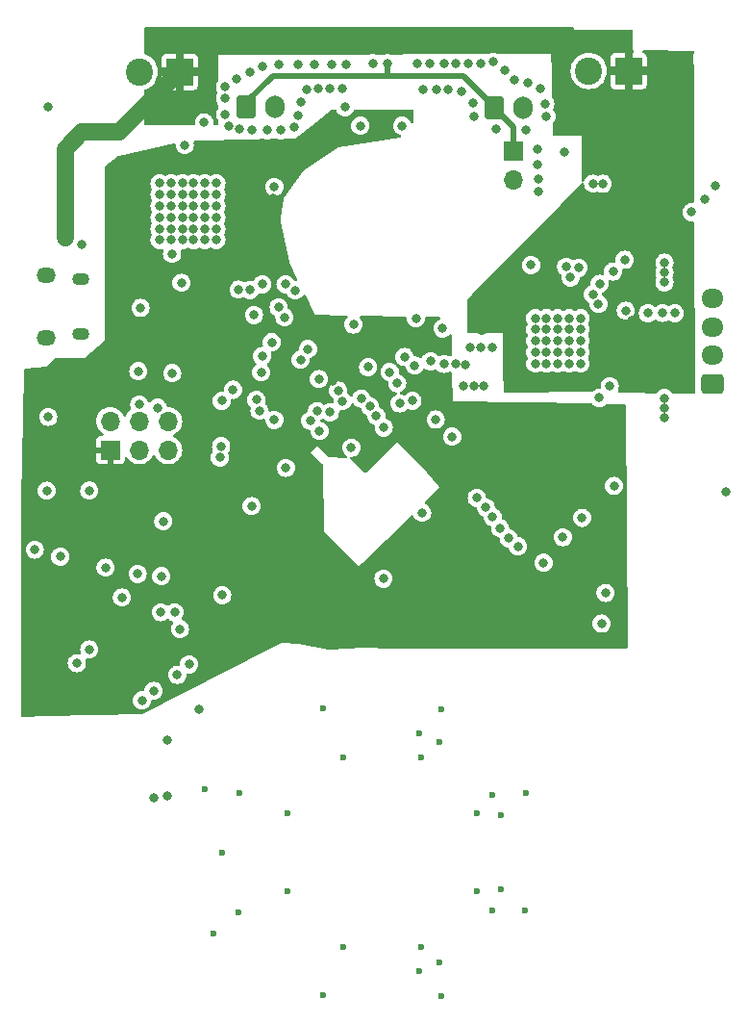
<source format=gbr>
%TF.GenerationSoftware,KiCad,Pcbnew,(7.0.0)*%
%TF.CreationDate,2023-03-13T17:48:54-07:00*%
%TF.ProjectId,DaisyStepperDriver,44616973-7953-4746-9570-706572447269,rev?*%
%TF.SameCoordinates,Original*%
%TF.FileFunction,Copper,L3,Inr*%
%TF.FilePolarity,Positive*%
%FSLAX46Y46*%
G04 Gerber Fmt 4.6, Leading zero omitted, Abs format (unit mm)*
G04 Created by KiCad (PCBNEW (7.0.0)) date 2023-03-13 17:48:54*
%MOMM*%
%LPD*%
G01*
G04 APERTURE LIST*
G04 Aperture macros list*
%AMRoundRect*
0 Rectangle with rounded corners*
0 $1 Rounding radius*
0 $2 $3 $4 $5 $6 $7 $8 $9 X,Y pos of 4 corners*
0 Add a 4 corners polygon primitive as box body*
4,1,4,$2,$3,$4,$5,$6,$7,$8,$9,$2,$3,0*
0 Add four circle primitives for the rounded corners*
1,1,$1+$1,$2,$3*
1,1,$1+$1,$4,$5*
1,1,$1+$1,$6,$7*
1,1,$1+$1,$8,$9*
0 Add four rect primitives between the rounded corners*
20,1,$1+$1,$2,$3,$4,$5,0*
20,1,$1+$1,$4,$5,$6,$7,0*
20,1,$1+$1,$6,$7,$8,$9,0*
20,1,$1+$1,$8,$9,$2,$3,0*%
G04 Aperture macros list end*
%TA.AperFunction,ComponentPad*%
%ADD10C,0.600000*%
%TD*%
%TA.AperFunction,ComponentPad*%
%ADD11R,1.700000X1.700000*%
%TD*%
%TA.AperFunction,ComponentPad*%
%ADD12O,1.700000X1.700000*%
%TD*%
%TA.AperFunction,ComponentPad*%
%ADD13R,2.400000X2.400000*%
%TD*%
%TA.AperFunction,ComponentPad*%
%ADD14C,2.400000*%
%TD*%
%TA.AperFunction,ComponentPad*%
%ADD15RoundRect,0.250000X-0.600000X-0.750000X0.600000X-0.750000X0.600000X0.750000X-0.600000X0.750000X0*%
%TD*%
%TA.AperFunction,ComponentPad*%
%ADD16O,1.700000X2.000000*%
%TD*%
%TA.AperFunction,ComponentPad*%
%ADD17O,1.700000X1.350000*%
%TD*%
%TA.AperFunction,ComponentPad*%
%ADD18O,1.500000X1.100000*%
%TD*%
%TA.AperFunction,ComponentPad*%
%ADD19RoundRect,0.250000X0.725000X-0.600000X0.725000X0.600000X-0.725000X0.600000X-0.725000X-0.600000X0*%
%TD*%
%TA.AperFunction,ComponentPad*%
%ADD20O,1.950000X1.700000*%
%TD*%
%TA.AperFunction,ViaPad*%
%ADD21C,0.800000*%
%TD*%
%TA.AperFunction,Conductor*%
%ADD22C,1.200000*%
%TD*%
%TA.AperFunction,Conductor*%
%ADD23C,1.500000*%
%TD*%
%TA.AperFunction,Conductor*%
%ADD24C,0.500000*%
%TD*%
G04 APERTURE END LIST*
D10*
%TO.N,N/C*%
%TO.C,MM1*%
X146104580Y-129924052D03*
X153685880Y-114974055D03*
X150726370Y-125298757D03*
X126175880Y-127344055D03*
X144473272Y-111911863D03*
X151475994Y-123497348D03*
X128375393Y-125469653D03*
X144299673Y-130670156D03*
X137588497Y-128541751D03*
X132725880Y-123670947D03*
X146225880Y-107654055D03*
X149344076Y-116782659D03*
X135825085Y-132798755D03*
X151475994Y-116956363D03*
X144303082Y-109783458D03*
X146271978Y-132883955D03*
X132714285Y-116782659D03*
X149347485Y-123670947D03*
X150726370Y-115154760D03*
X153605880Y-125374055D03*
X137588497Y-111911960D03*
X128460165Y-115026762D03*
X144473272Y-128541654D03*
X135789791Y-107569659D03*
X125415880Y-114674055D03*
X146101171Y-110529562D03*
X126932583Y-120226855D03*
%TD*%
D11*
%TO.N,CAN-*%
%TO.C,JP1*%
X152621157Y-58541999D03*
D12*
%TO.N,Net-(JP1-Pad2)*%
X152621157Y-61081999D03*
%TD*%
D11*
%TO.N,3V3*%
%TO.C,J8*%
X117103463Y-84838199D03*
D12*
%TO.N,NRST*%
X117103463Y-82298199D03*
%TO.N,SWD_SWO*%
X119643463Y-84838199D03*
%TO.N,SWD_CLK*%
X119643463Y-82298199D03*
%TO.N,SWD_SWDIO*%
X122183463Y-84838199D03*
%TO.N,GND*%
X122183463Y-82298199D03*
%TD*%
D13*
%TO.N,VPP*%
%TO.C,J6*%
X162722599Y-51478199D03*
D14*
%TO.N,GND*%
X159222600Y-51478200D03*
%TD*%
D15*
%TO.N,CAN-*%
%TO.C,J3*%
X129081000Y-54602500D03*
D16*
%TO.N,CAN+*%
X131580999Y-54602499D03*
%TD*%
D17*
%TO.N,GND*%
%TO.C,J1*%
X111464999Y-74920582D03*
X111464999Y-69460582D03*
D18*
X114464999Y-69770582D03*
X114464999Y-74610582D03*
%TD*%
D13*
%TO.N,VPP*%
%TO.C,J5*%
X123189999Y-51561999D03*
D14*
%TO.N,GND*%
X119690000Y-51562000D03*
%TD*%
D19*
%TO.N,MOTOR_B1*%
%TO.C,J7*%
X170134000Y-79010200D03*
D20*
%TO.N,MOTOR_B2*%
X170133999Y-76510199D03*
%TO.N,MOTOR_A1*%
X170133999Y-74010199D03*
%TO.N,MOTOR_A2*%
X170133999Y-71510199D03*
%TD*%
D15*
%TO.N,CAN-*%
%TO.C,J4*%
X150896000Y-54729500D03*
D16*
%TO.N,CAN+*%
X153395999Y-54729499D03*
%TD*%
D21*
%TO.N,GND*%
X124428673Y-61366400D03*
X154697600Y-58403200D03*
X121428673Y-64366400D03*
X154697600Y-59703200D03*
X155508200Y-74228200D03*
X154508200Y-73228200D03*
X121428673Y-61366400D03*
X158508200Y-73228200D03*
X161354178Y-69126778D03*
X121572600Y-95927700D03*
X126428673Y-66366400D03*
X158508200Y-76228200D03*
X165887400Y-70078600D03*
X159597600Y-61403200D03*
X136597600Y-50903200D03*
X120897600Y-106028200D03*
X122428673Y-66366400D03*
X111627600Y-81923200D03*
X157508200Y-76228200D03*
X157508200Y-74228200D03*
X155508200Y-75228200D03*
X122428673Y-62366400D03*
X126428673Y-65366400D03*
X169457600Y-62743200D03*
X165862000Y-81102200D03*
X123428673Y-64366400D03*
X154508200Y-76228200D03*
X137497600Y-53003200D03*
X144597600Y-53103200D03*
X131897600Y-50903200D03*
X110442600Y-93598200D03*
X144097600Y-50803200D03*
X111487600Y-88413200D03*
X165887400Y-81991200D03*
X126428673Y-62366400D03*
X116674592Y-95180192D03*
X135397600Y-53003200D03*
X122542200Y-78064600D03*
X125428673Y-64366400D03*
X125428673Y-66366400D03*
X127197600Y-52903200D03*
X157508200Y-75228200D03*
X156508200Y-74228200D03*
X165887400Y-68351400D03*
X139795149Y-77541506D03*
X131528872Y-61691172D03*
X157508200Y-73228200D03*
X132097600Y-56703200D03*
X127497600Y-56303200D03*
X133297600Y-56403200D03*
X125428673Y-63366400D03*
X151097600Y-56603200D03*
X137847600Y-50943200D03*
X160447600Y-61413200D03*
X133897600Y-54203200D03*
X156508200Y-75228200D03*
X130897600Y-56703200D03*
X158508200Y-74228200D03*
X124428673Y-65366400D03*
X123428673Y-63366400D03*
X125428673Y-62366400D03*
X155508200Y-76228200D03*
X154134255Y-68561724D03*
X155497600Y-55503200D03*
X151797600Y-51403200D03*
X124428673Y-62366400D03*
X123428673Y-65366400D03*
X156508200Y-73228200D03*
X130497600Y-51103200D03*
X148597600Y-50803200D03*
X127197600Y-55303200D03*
X122428673Y-61366400D03*
X170377600Y-61553200D03*
X152697600Y-52303200D03*
X144547600Y-90353200D03*
X124428673Y-66366400D03*
X121428673Y-63366400D03*
X128197600Y-52203200D03*
X158508200Y-77228200D03*
X126428673Y-61366400D03*
X127197600Y-53903200D03*
X126945608Y-97605192D03*
X123428673Y-62366400D03*
X124428673Y-64366400D03*
X124428673Y-63366400D03*
X114579400Y-66776600D03*
X132522671Y-70254255D03*
X165887400Y-69240400D03*
X121756000Y-91096000D03*
X135097600Y-50903200D03*
X139097600Y-56303200D03*
X133597600Y-50903200D03*
X155508200Y-73228200D03*
X154997600Y-53003200D03*
X123348100Y-70124600D03*
X123428673Y-61366400D03*
X158508200Y-75228200D03*
X129527600Y-89763200D03*
X138321333Y-84629467D03*
X149097600Y-55503200D03*
X148997600Y-54303200D03*
X146797600Y-53103200D03*
X129597600Y-56703200D03*
X125428673Y-65366400D03*
X154508200Y-77228200D03*
X134397600Y-53103200D03*
X125428673Y-61366400D03*
X132547600Y-86403200D03*
X154508200Y-75228200D03*
X145197600Y-50803200D03*
X155397600Y-54403200D03*
X133597600Y-55403200D03*
X123428673Y-66366400D03*
X129397600Y-51603200D03*
X146340950Y-74139988D03*
X165862000Y-80264000D03*
X123222623Y-100577218D03*
X153897600Y-52503200D03*
X147997600Y-53303200D03*
X168292600Y-63908200D03*
X171337364Y-88542964D03*
X133377891Y-70787309D03*
X121428673Y-66366400D03*
X123647600Y-58003200D03*
X153697600Y-56703200D03*
X122428673Y-65366400D03*
X121428673Y-65366400D03*
X126428673Y-64366400D03*
X119872600Y-106853200D03*
X155508200Y-77228200D03*
X128497600Y-56603200D03*
X145797600Y-53103200D03*
X122428673Y-64366400D03*
X141172973Y-82867817D03*
X146497600Y-50803200D03*
X160160000Y-80240800D03*
X157508200Y-77228200D03*
X111582600Y-54628200D03*
X122428673Y-63366400D03*
X154797600Y-61003200D03*
X138497600Y-73792700D03*
X156508200Y-77228200D03*
X147497600Y-50803200D03*
X126428673Y-63366400D03*
X154508200Y-74228200D03*
X156508200Y-76228200D03*
X136397600Y-53003200D03*
X130461567Y-70253700D03*
X149697600Y-50803200D03*
X154797600Y-62103200D03*
X119749728Y-72331828D03*
X150797600Y-50703200D03*
X121428673Y-62366400D03*
%TO.N,NRST*%
X131538100Y-82178757D03*
X112687600Y-94223200D03*
%TO.N,3V3*%
X111577600Y-84893200D03*
X141996551Y-83691394D03*
X158587600Y-82703200D03*
X118338600Y-68427600D03*
X121565463Y-97739050D03*
X124677600Y-78853200D03*
X111737600Y-78343200D03*
X136647600Y-78742700D03*
X117144800Y-68173600D03*
X123647200Y-92964000D03*
X133947600Y-72703200D03*
X117932200Y-67487800D03*
X131454245Y-62687885D03*
X118999000Y-67081400D03*
X132747600Y-88103200D03*
X117170200Y-66802000D03*
X111507600Y-102073200D03*
%TO.N,VPP*%
X149758400Y-74142600D03*
X162371270Y-70185988D03*
X150520400Y-73304400D03*
X163017200Y-73431400D03*
X149357809Y-73145052D03*
X162946149Y-74311100D03*
X163467600Y-60792056D03*
X113106200Y-66192400D03*
X163467600Y-59663200D03*
X163397600Y-58573200D03*
%TO.N,MOTOR_A2*%
X148767800Y-75768200D03*
X150723600Y-75768200D03*
X149707600Y-75768200D03*
%TO.N,MOTOR_A1*%
X149995509Y-79192476D03*
X148166709Y-79217876D03*
X149081109Y-79217876D03*
%TO.N,SWD_CLK*%
X119637600Y-80843200D03*
X126902222Y-80507822D03*
%TO.N,SWD_SWO*%
X126847600Y-84503200D03*
X121263010Y-81102700D03*
%TO.N,CAN-*%
X141507600Y-50803200D03*
%TO.N,CAN+*%
X140197600Y-50803200D03*
X157073600Y-58623200D03*
%TO.N,Net-(R1-Pad2)*%
X115237600Y-88403200D03*
X122529600Y-67564000D03*
%TO.N,Net-(R4-Pad2)*%
X126742967Y-85497211D03*
X119557600Y-77903200D03*
%TO.N,CAN_SILENT*%
X127906920Y-79534017D03*
X125347600Y-56003200D03*
%TO.N,PWM_TMC_CURRSET*%
X128389048Y-70720789D03*
X143998352Y-73228322D03*
%TO.N,I2C_SDA*%
X131918100Y-72283316D03*
X114147600Y-103581200D03*
%TO.N,I2C_SCL*%
X132426016Y-73170786D03*
X115239800Y-102387400D03*
%TO.N,TMC_SKIP*%
X130367222Y-77983578D03*
X158318200Y-68808600D03*
%TO.N,TMC_STALL*%
X160172400Y-70205600D03*
X141147600Y-96152700D03*
%TO.N,ADC_IPS_COS*%
X136432035Y-81518765D03*
X118110000Y-97815400D03*
%TO.N,ADC_IPS_COSN*%
X119497600Y-95728200D03*
X135452324Y-78591959D03*
%TO.N,ADC_IPS_SIN*%
X122747600Y-99103700D03*
X137532099Y-80533503D03*
%TO.N,ADC_IPS_SINN*%
X137155600Y-79603479D03*
X121547600Y-99103700D03*
%TO.N,SPI_TMC_CS*%
X142347600Y-78953198D03*
X143901839Y-77398961D03*
%TO.N,SPI_CLK*%
X141697100Y-77968427D03*
X142997600Y-76653200D03*
%TO.N,TMC_STEP_EN*%
X160080773Y-71990243D03*
X145300840Y-77018680D03*
%TO.N,TMC_DIR*%
X130459331Y-76559824D03*
X147197600Y-83653200D03*
%TO.N,TMC_STEP*%
X131298099Y-75353200D03*
X145747600Y-82153200D03*
%TO.N,TMC_EN*%
X129747600Y-72951711D03*
X157604343Y-69650813D03*
%TO.N,TMC_STEP_GATE*%
X159590353Y-71119328D03*
X129388105Y-70750627D03*
%TO.N,TMC_STEP_RDY*%
X162479773Y-72584989D03*
X161061400Y-79222600D03*
%TO.N,CAN_RX*%
X129948957Y-80420840D03*
X142787600Y-56303200D03*
%TO.N,CAN_TX*%
X130223824Y-81381805D03*
X137757600Y-54683200D03*
%TO.N,TX1*%
X124897600Y-107673200D03*
X120897600Y-115403200D03*
%TO.N,Net-(C18-Pad2)*%
X157226000Y-68707000D03*
X162381358Y-68099598D03*
%TO.N,Net-(D6-Pad2)*%
X164430000Y-72796400D03*
X146481800Y-77266800D03*
X147472400Y-77266800D03*
X148386800Y-77292200D03*
X166787600Y-72803200D03*
X165735000Y-72771000D03*
%TO.N,TX2*%
X122097600Y-115303200D03*
X122107600Y-110343200D03*
%TO.N,RX_COS_B*%
X124021684Y-103686125D03*
%TO.N,RX_SIN_B*%
X122997600Y-104603200D03*
%TO.N,CAN_ADDR0*%
X149367600Y-89043200D03*
X161442222Y-87997822D03*
%TO.N,CAN_ADDR1*%
X135518874Y-83146547D03*
X158642222Y-90797822D03*
X140510458Y-81824046D03*
X150147600Y-89883200D03*
%TO.N,CAN_ADDR2*%
X139962978Y-80987822D03*
X156942222Y-92497822D03*
X134697600Y-82253200D03*
X150747600Y-90713200D03*
%TO.N,CAN_ADDR3*%
X139197600Y-80303200D03*
X135297600Y-81403200D03*
X151407600Y-91703200D03*
X155247600Y-94753200D03*
%TO.N,CAN_ADDR4*%
X160697600Y-97403200D03*
X152167600Y-92603200D03*
X142567216Y-80733584D03*
X133837600Y-76883200D03*
%TO.N,CAN_ADDR5*%
X152977600Y-93302700D03*
X160347600Y-100103200D03*
X134497600Y-75953200D03*
X143697600Y-80503200D03*
%TD*%
D22*
%TO.N,VPP*%
X150520400Y-72999600D02*
X150368000Y-72847200D01*
X149758400Y-74142600D02*
X149758400Y-74066400D01*
D23*
X114604800Y-56870600D02*
X117856000Y-56870600D01*
D22*
X150368000Y-72847200D02*
X149618022Y-73597178D01*
X149758400Y-74142600D02*
X149174200Y-73558400D01*
D23*
X123190000Y-51536600D02*
X123190000Y-51562000D01*
X117856000Y-56870600D02*
X123190000Y-51536600D01*
X113106200Y-58369200D02*
X114604800Y-56870600D01*
D22*
X149758400Y-74066400D02*
X150520400Y-73304400D01*
X149618022Y-73597178D02*
X149618022Y-73722822D01*
X150441306Y-72773894D02*
X150368000Y-72847200D01*
D23*
X113106200Y-66192400D02*
X113106200Y-58369200D01*
D24*
%TO.N,CAN-*%
X148197600Y-51903200D02*
X150896000Y-54601600D01*
X141497600Y-51803200D02*
X141597600Y-51903200D01*
X129081000Y-54602500D02*
X129081000Y-54219800D01*
X131397600Y-51903200D02*
X141597600Y-51903200D01*
X129081000Y-54219800D02*
X131397600Y-51903200D01*
X152621158Y-58542000D02*
X152621158Y-56454658D01*
X150896000Y-54601600D02*
X150896000Y-54729500D01*
X152621158Y-56454658D02*
X150896000Y-54729500D01*
X141497600Y-50803200D02*
X141497600Y-51803200D01*
X141597600Y-51903200D02*
X148197600Y-51903200D01*
%TD*%
%TA.AperFunction,Conductor*%
%TO.N,VPP*%
G36*
X138970816Y-47629644D02*
G01*
X157772002Y-47629998D01*
X157835001Y-47646880D01*
X157881120Y-47692999D01*
X157898000Y-47755998D01*
X157898000Y-47830000D01*
X162972000Y-47830000D01*
X163035000Y-47846881D01*
X163081119Y-47893000D01*
X163098000Y-47956000D01*
X163098000Y-49630000D01*
X163114445Y-49630222D01*
X163116752Y-49630869D01*
X163168763Y-49660108D01*
X163201490Y-49709998D01*
X163207595Y-49769351D01*
X163185708Y-49824859D01*
X163140738Y-49864073D01*
X163104916Y-49872802D01*
X163105212Y-49873907D01*
X163076106Y-49881706D01*
X163072600Y-49894790D01*
X163072600Y-51111610D01*
X163076106Y-51124693D01*
X163089190Y-51128200D01*
X164306009Y-51128200D01*
X164319092Y-51124693D01*
X164322599Y-51111610D01*
X164322599Y-50251675D01*
X164321823Y-50241826D01*
X164309316Y-50162849D01*
X164303261Y-50144214D01*
X164254741Y-50048987D01*
X164243229Y-50033143D01*
X164167656Y-49957570D01*
X164151812Y-49946058D01*
X164056581Y-49897535D01*
X164030345Y-49889011D01*
X163971979Y-49849230D01*
X163944191Y-49784292D01*
X163955713Y-49714604D01*
X164002925Y-49662067D01*
X164070987Y-49643190D01*
X168371414Y-49701489D01*
X168430227Y-49716964D01*
X168474941Y-49758186D01*
X168495139Y-49815550D01*
X168486115Y-49875693D01*
X168483624Y-49881707D01*
X168470724Y-49912851D01*
X168469571Y-49917650D01*
X168469569Y-49917659D01*
X168415179Y-50144214D01*
X168411914Y-50157814D01*
X168411526Y-50162737D01*
X168411525Y-50162747D01*
X168392536Y-50404032D01*
X168392148Y-50408962D01*
X168392536Y-50413892D01*
X168411525Y-50655176D01*
X168411526Y-50655184D01*
X168411914Y-50660110D01*
X168413068Y-50664918D01*
X168413069Y-50664922D01*
X168454552Y-50837715D01*
X168470724Y-50905073D01*
X168472615Y-50909640D01*
X168472619Y-50909650D01*
X168486239Y-50942532D01*
X168495830Y-50990921D01*
X168479362Y-62982856D01*
X168459988Y-63049816D01*
X168407981Y-63096230D01*
X168339256Y-63107891D01*
X168299631Y-63103427D01*
X168299629Y-63103427D01*
X168292600Y-63102635D01*
X168285571Y-63103427D01*
X168120372Y-63122040D01*
X168120369Y-63122040D01*
X168113345Y-63122832D01*
X168106673Y-63125166D01*
X168106667Y-63125168D01*
X167949757Y-63180073D01*
X167949750Y-63180076D01*
X167943078Y-63182411D01*
X167937092Y-63186171D01*
X167937086Y-63186175D01*
X167796333Y-63274616D01*
X167796326Y-63274621D01*
X167790338Y-63278384D01*
X167785333Y-63283388D01*
X167785329Y-63283392D01*
X167667792Y-63400929D01*
X167667788Y-63400933D01*
X167662784Y-63405938D01*
X167659021Y-63411926D01*
X167659016Y-63411933D01*
X167570575Y-63552686D01*
X167570571Y-63552692D01*
X167566811Y-63558678D01*
X167564476Y-63565350D01*
X167564473Y-63565357D01*
X167509568Y-63722267D01*
X167509566Y-63722273D01*
X167507232Y-63728945D01*
X167487035Y-63908200D01*
X167507232Y-64087455D01*
X167509567Y-64094128D01*
X167509568Y-64094132D01*
X167564473Y-64251042D01*
X167564475Y-64251046D01*
X167566811Y-64257722D01*
X167662784Y-64410462D01*
X167790338Y-64538016D01*
X167943078Y-64633989D01*
X168113345Y-64693568D01*
X168292600Y-64713765D01*
X168345537Y-64707800D01*
X168414031Y-64719351D01*
X168465998Y-64765444D01*
X168485641Y-64832072D01*
X168596639Y-79773845D01*
X168579677Y-79837927D01*
X168532537Y-79884531D01*
X168468265Y-79900759D01*
X166624585Y-79865972D01*
X166564976Y-79849692D01*
X166520275Y-79807030D01*
X166495583Y-79767733D01*
X166495582Y-79767732D01*
X166491816Y-79761738D01*
X166364262Y-79634184D01*
X166358268Y-79630418D01*
X166358266Y-79630416D01*
X166217513Y-79541975D01*
X166217510Y-79541973D01*
X166211522Y-79538211D01*
X166204846Y-79535875D01*
X166204842Y-79535873D01*
X166047932Y-79480968D01*
X166047928Y-79480967D01*
X166041255Y-79478632D01*
X166034228Y-79477840D01*
X166034227Y-79477840D01*
X165869029Y-79459227D01*
X165862000Y-79458435D01*
X165854971Y-79459227D01*
X165689772Y-79477840D01*
X165689769Y-79477840D01*
X165682745Y-79478632D01*
X165676073Y-79480966D01*
X165676067Y-79480968D01*
X165519157Y-79535873D01*
X165519150Y-79535876D01*
X165512478Y-79538211D01*
X165506492Y-79541971D01*
X165506486Y-79541975D01*
X165365733Y-79630416D01*
X165365726Y-79630421D01*
X165359738Y-79634184D01*
X165354733Y-79639188D01*
X165354729Y-79639192D01*
X165237192Y-79756729D01*
X165237188Y-79756733D01*
X165232184Y-79761738D01*
X165228418Y-79767731D01*
X165228416Y-79767734D01*
X165221645Y-79778509D01*
X165174864Y-79822316D01*
X165112585Y-79837444D01*
X163298881Y-79803224D01*
X163296287Y-79803148D01*
X161897167Y-79747902D01*
X161837950Y-79730425D01*
X161794146Y-79686914D01*
X161776272Y-79627816D01*
X161787610Y-79572269D01*
X161787189Y-79572122D01*
X161787189Y-79572121D01*
X161846768Y-79401855D01*
X161866965Y-79222600D01*
X161846768Y-79043345D01*
X161787189Y-78873078D01*
X161723184Y-78771214D01*
X161694983Y-78726333D01*
X161694982Y-78726332D01*
X161691216Y-78720338D01*
X161563662Y-78592784D01*
X161557668Y-78589018D01*
X161557666Y-78589016D01*
X161416913Y-78500575D01*
X161416910Y-78500573D01*
X161410922Y-78496811D01*
X161404246Y-78494475D01*
X161404242Y-78494473D01*
X161247332Y-78439568D01*
X161247328Y-78439567D01*
X161240655Y-78437232D01*
X161233628Y-78436440D01*
X161233627Y-78436440D01*
X161068429Y-78417827D01*
X161061400Y-78417035D01*
X161054371Y-78417827D01*
X160889172Y-78436440D01*
X160889169Y-78436440D01*
X160882145Y-78437232D01*
X160875473Y-78439566D01*
X160875467Y-78439568D01*
X160718557Y-78494473D01*
X160718550Y-78494476D01*
X160711878Y-78496811D01*
X160705892Y-78500571D01*
X160705886Y-78500575D01*
X160565133Y-78589016D01*
X160565126Y-78589021D01*
X160559138Y-78592784D01*
X160554133Y-78597788D01*
X160554129Y-78597792D01*
X160436592Y-78715329D01*
X160436588Y-78715333D01*
X160431584Y-78720338D01*
X160427821Y-78726326D01*
X160427816Y-78726333D01*
X160339375Y-78867086D01*
X160339371Y-78867092D01*
X160335611Y-78873078D01*
X160333276Y-78879750D01*
X160333273Y-78879757D01*
X160278368Y-79036667D01*
X160278366Y-79036673D01*
X160276032Y-79043345D01*
X160255835Y-79222600D01*
X160256627Y-79229629D01*
X160256627Y-79229631D01*
X160264183Y-79296700D01*
X160254461Y-79361193D01*
X160213796Y-79412186D01*
X160153083Y-79436014D01*
X159987772Y-79454640D01*
X159987769Y-79454640D01*
X159980745Y-79455432D01*
X159974073Y-79457766D01*
X159974067Y-79457768D01*
X159817157Y-79512673D01*
X159817150Y-79512676D01*
X159810478Y-79515011D01*
X159804492Y-79518771D01*
X159804486Y-79518775D01*
X159663729Y-79607219D01*
X159663725Y-79607221D01*
X159657738Y-79610984D01*
X159652743Y-79615978D01*
X159652734Y-79615986D01*
X159618082Y-79650639D01*
X159577906Y-79677659D01*
X159530506Y-79687533D01*
X151862119Y-79779923D01*
X151799946Y-79764372D01*
X151753465Y-79720248D01*
X151734702Y-79658970D01*
X151663480Y-77878411D01*
X151663384Y-77874367D01*
X151658414Y-77228200D01*
X153702635Y-77228200D01*
X153722832Y-77407455D01*
X153725167Y-77414128D01*
X153725168Y-77414132D01*
X153780073Y-77571042D01*
X153780075Y-77571046D01*
X153782411Y-77577722D01*
X153786173Y-77583710D01*
X153786175Y-77583713D01*
X153868717Y-77715078D01*
X153878384Y-77730462D01*
X154005938Y-77858016D01*
X154158678Y-77953989D01*
X154328945Y-78013568D01*
X154508200Y-78033765D01*
X154687455Y-78013568D01*
X154857722Y-77953989D01*
X154941166Y-77901556D01*
X155008200Y-77882245D01*
X155075233Y-77901556D01*
X155158678Y-77953989D01*
X155328945Y-78013568D01*
X155508200Y-78033765D01*
X155687455Y-78013568D01*
X155857722Y-77953989D01*
X155941166Y-77901556D01*
X156008200Y-77882245D01*
X156075233Y-77901556D01*
X156158678Y-77953989D01*
X156328945Y-78013568D01*
X156508200Y-78033765D01*
X156687455Y-78013568D01*
X156857722Y-77953989D01*
X156941166Y-77901556D01*
X157008200Y-77882245D01*
X157075233Y-77901556D01*
X157158678Y-77953989D01*
X157328945Y-78013568D01*
X157508200Y-78033765D01*
X157687455Y-78013568D01*
X157857722Y-77953989D01*
X157941166Y-77901556D01*
X158008200Y-77882245D01*
X158075233Y-77901556D01*
X158158678Y-77953989D01*
X158328945Y-78013568D01*
X158508200Y-78033765D01*
X158687455Y-78013568D01*
X158857722Y-77953989D01*
X159010462Y-77858016D01*
X159138016Y-77730462D01*
X159233989Y-77577722D01*
X159293568Y-77407455D01*
X159313765Y-77228200D01*
X159293568Y-77048945D01*
X159233989Y-76878678D01*
X159181556Y-76795233D01*
X159162245Y-76728200D01*
X159181556Y-76661166D01*
X159233989Y-76577722D01*
X159293568Y-76407455D01*
X159313765Y-76228200D01*
X159293568Y-76048945D01*
X159233989Y-75878678D01*
X159181556Y-75795233D01*
X159162245Y-75728200D01*
X159181556Y-75661166D01*
X159233989Y-75577722D01*
X159293568Y-75407455D01*
X159313765Y-75228200D01*
X159293568Y-75048945D01*
X159233989Y-74878678D01*
X159181556Y-74795233D01*
X159162245Y-74728200D01*
X159181556Y-74661166D01*
X159233989Y-74577722D01*
X159293568Y-74407455D01*
X159313765Y-74228200D01*
X159293568Y-74048945D01*
X159233989Y-73878678D01*
X159181556Y-73795233D01*
X159162245Y-73728200D01*
X159181556Y-73661166D01*
X159233989Y-73577722D01*
X159293568Y-73407455D01*
X159313765Y-73228200D01*
X159293568Y-73048945D01*
X159233989Y-72878678D01*
X159207269Y-72836153D01*
X159141783Y-72731933D01*
X159141782Y-72731932D01*
X159138016Y-72725938D01*
X159010462Y-72598384D01*
X159004468Y-72594618D01*
X159004466Y-72594616D01*
X158863713Y-72506175D01*
X158863710Y-72506173D01*
X158857722Y-72502411D01*
X158851046Y-72500075D01*
X158851042Y-72500073D01*
X158694132Y-72445168D01*
X158694128Y-72445167D01*
X158687455Y-72442832D01*
X158680428Y-72442040D01*
X158680427Y-72442040D01*
X158515229Y-72423427D01*
X158508200Y-72422635D01*
X158501171Y-72423427D01*
X158335972Y-72442040D01*
X158335969Y-72442040D01*
X158328945Y-72442832D01*
X158322273Y-72445166D01*
X158322267Y-72445168D01*
X158165357Y-72500073D01*
X158165350Y-72500076D01*
X158158678Y-72502411D01*
X158152693Y-72506171D01*
X158152688Y-72506174D01*
X158075235Y-72554841D01*
X158008200Y-72574153D01*
X157941165Y-72554841D01*
X157863711Y-72506174D01*
X157863710Y-72506173D01*
X157857722Y-72502411D01*
X157851046Y-72500075D01*
X157851042Y-72500073D01*
X157694132Y-72445168D01*
X157694128Y-72445167D01*
X157687455Y-72442832D01*
X157680428Y-72442040D01*
X157680427Y-72442040D01*
X157515229Y-72423427D01*
X157508200Y-72422635D01*
X157501171Y-72423427D01*
X157335972Y-72442040D01*
X157335969Y-72442040D01*
X157328945Y-72442832D01*
X157322273Y-72445166D01*
X157322267Y-72445168D01*
X157165357Y-72500073D01*
X157165350Y-72500076D01*
X157158678Y-72502411D01*
X157152693Y-72506171D01*
X157152688Y-72506174D01*
X157075235Y-72554841D01*
X157008200Y-72574153D01*
X156941165Y-72554841D01*
X156863711Y-72506174D01*
X156863710Y-72506173D01*
X156857722Y-72502411D01*
X156851046Y-72500075D01*
X156851042Y-72500073D01*
X156694132Y-72445168D01*
X156694128Y-72445167D01*
X156687455Y-72442832D01*
X156680428Y-72442040D01*
X156680427Y-72442040D01*
X156515229Y-72423427D01*
X156508200Y-72422635D01*
X156501171Y-72423427D01*
X156335972Y-72442040D01*
X156335969Y-72442040D01*
X156328945Y-72442832D01*
X156322273Y-72445166D01*
X156322267Y-72445168D01*
X156165357Y-72500073D01*
X156165350Y-72500076D01*
X156158678Y-72502411D01*
X156152693Y-72506171D01*
X156152688Y-72506174D01*
X156075235Y-72554841D01*
X156008200Y-72574153D01*
X155941165Y-72554841D01*
X155863711Y-72506174D01*
X155863710Y-72506173D01*
X155857722Y-72502411D01*
X155851046Y-72500075D01*
X155851042Y-72500073D01*
X155694132Y-72445168D01*
X155694128Y-72445167D01*
X155687455Y-72442832D01*
X155680428Y-72442040D01*
X155680427Y-72442040D01*
X155515229Y-72423427D01*
X155508200Y-72422635D01*
X155501171Y-72423427D01*
X155335972Y-72442040D01*
X155335969Y-72442040D01*
X155328945Y-72442832D01*
X155322273Y-72445166D01*
X155322267Y-72445168D01*
X155165357Y-72500073D01*
X155165350Y-72500076D01*
X155158678Y-72502411D01*
X155152693Y-72506171D01*
X155152688Y-72506174D01*
X155075235Y-72554841D01*
X155008200Y-72574153D01*
X154941165Y-72554841D01*
X154863711Y-72506174D01*
X154863710Y-72506173D01*
X154857722Y-72502411D01*
X154851046Y-72500075D01*
X154851042Y-72500073D01*
X154694132Y-72445168D01*
X154694128Y-72445167D01*
X154687455Y-72442832D01*
X154680428Y-72442040D01*
X154680427Y-72442040D01*
X154515229Y-72423427D01*
X154508200Y-72422635D01*
X154501171Y-72423427D01*
X154335972Y-72442040D01*
X154335969Y-72442040D01*
X154328945Y-72442832D01*
X154322273Y-72445166D01*
X154322267Y-72445168D01*
X154165357Y-72500073D01*
X154165350Y-72500076D01*
X154158678Y-72502411D01*
X154152692Y-72506171D01*
X154152686Y-72506175D01*
X154011933Y-72594616D01*
X154011926Y-72594621D01*
X154005938Y-72598384D01*
X154000933Y-72603388D01*
X154000929Y-72603392D01*
X153883392Y-72720929D01*
X153883388Y-72720933D01*
X153878384Y-72725938D01*
X153874621Y-72731926D01*
X153874616Y-72731933D01*
X153786175Y-72872686D01*
X153786171Y-72872692D01*
X153782411Y-72878678D01*
X153780076Y-72885350D01*
X153780073Y-72885357D01*
X153725168Y-73042267D01*
X153725166Y-73042273D01*
X153722832Y-73048945D01*
X153722040Y-73055969D01*
X153722040Y-73055972D01*
X153712866Y-73137393D01*
X153702635Y-73228200D01*
X153703427Y-73235229D01*
X153721519Y-73395807D01*
X153722832Y-73407455D01*
X153725167Y-73414128D01*
X153725168Y-73414132D01*
X153780073Y-73571042D01*
X153780075Y-73571046D01*
X153782411Y-73577722D01*
X153786173Y-73583709D01*
X153786174Y-73583711D01*
X153834841Y-73661165D01*
X153854153Y-73728200D01*
X153834841Y-73795235D01*
X153786174Y-73872688D01*
X153786173Y-73872690D01*
X153782411Y-73878678D01*
X153780076Y-73885350D01*
X153780073Y-73885357D01*
X153725168Y-74042267D01*
X153725166Y-74042273D01*
X153722832Y-74048945D01*
X153702635Y-74228200D01*
X153722832Y-74407455D01*
X153725167Y-74414128D01*
X153725168Y-74414132D01*
X153780073Y-74571042D01*
X153780075Y-74571046D01*
X153782411Y-74577722D01*
X153834841Y-74661164D01*
X153854153Y-74728199D01*
X153834841Y-74795234D01*
X153786174Y-74872687D01*
X153786173Y-74872690D01*
X153782411Y-74878678D01*
X153780076Y-74885350D01*
X153780073Y-74885357D01*
X153725168Y-75042267D01*
X153725166Y-75042273D01*
X153722832Y-75048945D01*
X153702635Y-75228200D01*
X153703427Y-75235229D01*
X153713359Y-75323384D01*
X153722832Y-75407455D01*
X153725167Y-75414128D01*
X153725168Y-75414132D01*
X153780073Y-75571042D01*
X153780075Y-75571046D01*
X153782411Y-75577722D01*
X153786173Y-75583709D01*
X153786174Y-75583711D01*
X153834841Y-75661165D01*
X153854153Y-75728200D01*
X153834841Y-75795235D01*
X153786174Y-75872688D01*
X153786173Y-75872690D01*
X153782411Y-75878678D01*
X153780076Y-75885350D01*
X153780073Y-75885357D01*
X153725168Y-76042267D01*
X153725166Y-76042273D01*
X153722832Y-76048945D01*
X153702635Y-76228200D01*
X153703427Y-76235229D01*
X153711031Y-76302722D01*
X153722832Y-76407455D01*
X153725167Y-76414128D01*
X153725168Y-76414132D01*
X153780073Y-76571042D01*
X153780075Y-76571046D01*
X153782411Y-76577722D01*
X153786173Y-76583709D01*
X153786174Y-76583711D01*
X153834841Y-76661165D01*
X153854153Y-76728200D01*
X153834841Y-76795235D01*
X153786174Y-76872688D01*
X153786173Y-76872690D01*
X153782411Y-76878678D01*
X153780076Y-76885350D01*
X153780073Y-76885357D01*
X153725168Y-77042267D01*
X153725166Y-77042273D01*
X153722832Y-77048945D01*
X153722040Y-77055969D01*
X153722040Y-77055972D01*
X153709997Y-77162862D01*
X153702635Y-77228200D01*
X151658414Y-77228200D01*
X151638000Y-74574400D01*
X151621494Y-74574400D01*
X148614400Y-74574400D01*
X148551400Y-74557519D01*
X148505281Y-74511400D01*
X148488400Y-74448400D01*
X148488400Y-71654718D01*
X148497967Y-71606558D01*
X148525216Y-71565711D01*
X148970712Y-71119328D01*
X158784788Y-71119328D01*
X158785580Y-71126354D01*
X158785580Y-71126357D01*
X158803969Y-71289571D01*
X158804985Y-71298583D01*
X158807320Y-71305256D01*
X158807321Y-71305260D01*
X158862226Y-71462170D01*
X158862228Y-71462174D01*
X158864564Y-71468850D01*
X158868326Y-71474838D01*
X158868328Y-71474841D01*
X158951091Y-71606558D01*
X158960537Y-71621590D01*
X159088091Y-71749144D01*
X159221170Y-71832763D01*
X159267655Y-71884779D01*
X159279341Y-71953554D01*
X159276102Y-71982306D01*
X159275208Y-71990243D01*
X159295405Y-72169498D01*
X159297740Y-72176171D01*
X159297741Y-72176175D01*
X159352646Y-72333085D01*
X159352648Y-72333089D01*
X159354984Y-72339765D01*
X159358746Y-72345753D01*
X159358748Y-72345756D01*
X159422287Y-72446878D01*
X159450957Y-72492505D01*
X159578511Y-72620059D01*
X159584505Y-72623825D01*
X159584506Y-72623826D01*
X159676055Y-72681350D01*
X159731251Y-72716032D01*
X159901518Y-72775611D01*
X160080773Y-72795808D01*
X160260028Y-72775611D01*
X160430295Y-72716032D01*
X160583035Y-72620059D01*
X160618105Y-72584989D01*
X161674208Y-72584989D01*
X161694405Y-72764244D01*
X161696740Y-72770917D01*
X161696741Y-72770921D01*
X161751646Y-72927831D01*
X161751648Y-72927835D01*
X161753984Y-72934511D01*
X161757746Y-72940499D01*
X161757748Y-72940502D01*
X161837176Y-73066911D01*
X161849957Y-73087251D01*
X161977511Y-73214805D01*
X161983505Y-73218571D01*
X161983506Y-73218572D01*
X162112248Y-73299466D01*
X162130251Y-73310778D01*
X162300518Y-73370357D01*
X162479773Y-73390554D01*
X162659028Y-73370357D01*
X162829295Y-73310778D01*
X162982035Y-73214805D01*
X163109589Y-73087251D01*
X163205562Y-72934511D01*
X163253889Y-72796400D01*
X163624435Y-72796400D01*
X163625227Y-72803429D01*
X163639243Y-72927831D01*
X163644632Y-72975655D01*
X163646967Y-72982328D01*
X163646968Y-72982332D01*
X163701873Y-73139242D01*
X163701875Y-73139246D01*
X163704211Y-73145922D01*
X163707973Y-73151910D01*
X163707975Y-73151913D01*
X163795016Y-73290438D01*
X163800184Y-73298662D01*
X163927738Y-73426216D01*
X163933732Y-73429982D01*
X163933733Y-73429983D01*
X164034062Y-73493024D01*
X164080478Y-73522189D01*
X164250745Y-73581768D01*
X164430000Y-73601965D01*
X164609255Y-73581768D01*
X164779522Y-73522189D01*
X164932262Y-73426216D01*
X165006105Y-73352372D01*
X165062589Y-73319761D01*
X165127811Y-73319761D01*
X165184295Y-73352372D01*
X165232738Y-73400816D01*
X165385478Y-73496789D01*
X165555745Y-73556368D01*
X165735000Y-73576565D01*
X165914255Y-73556368D01*
X166084522Y-73496789D01*
X166168643Y-73443932D01*
X166235677Y-73424620D01*
X166302711Y-73443932D01*
X166438078Y-73528989D01*
X166608345Y-73588568D01*
X166787600Y-73608765D01*
X166966855Y-73588568D01*
X167137122Y-73528989D01*
X167289862Y-73433016D01*
X167417416Y-73305462D01*
X167513389Y-73152722D01*
X167572968Y-72982455D01*
X167593165Y-72803200D01*
X167572968Y-72623945D01*
X167513389Y-72453678D01*
X167445577Y-72345756D01*
X167421183Y-72306933D01*
X167421182Y-72306932D01*
X167417416Y-72300938D01*
X167289862Y-72173384D01*
X167283868Y-72169618D01*
X167283866Y-72169616D01*
X167143113Y-72081175D01*
X167143110Y-72081173D01*
X167137122Y-72077411D01*
X167130446Y-72075075D01*
X167130442Y-72075073D01*
X166973532Y-72020168D01*
X166973528Y-72020167D01*
X166966855Y-72017832D01*
X166959828Y-72017040D01*
X166959827Y-72017040D01*
X166794629Y-71998427D01*
X166787600Y-71997635D01*
X166780571Y-71998427D01*
X166615372Y-72017040D01*
X166615369Y-72017040D01*
X166608345Y-72017832D01*
X166601673Y-72020166D01*
X166601667Y-72020168D01*
X166444757Y-72075073D01*
X166444750Y-72075076D01*
X166438078Y-72077411D01*
X166432093Y-72081171D01*
X166432088Y-72081174D01*
X166353957Y-72130267D01*
X166286921Y-72149579D01*
X166219886Y-72130266D01*
X166090513Y-72048975D01*
X166090510Y-72048973D01*
X166084522Y-72045211D01*
X166077846Y-72042875D01*
X166077842Y-72042873D01*
X165920932Y-71987968D01*
X165920928Y-71987967D01*
X165914255Y-71985632D01*
X165907228Y-71984840D01*
X165907227Y-71984840D01*
X165742029Y-71966227D01*
X165735000Y-71965435D01*
X165727971Y-71966227D01*
X165562772Y-71984840D01*
X165562769Y-71984840D01*
X165555745Y-71985632D01*
X165549073Y-71987966D01*
X165549067Y-71987968D01*
X165392157Y-72042873D01*
X165392150Y-72042876D01*
X165385478Y-72045211D01*
X165379492Y-72048971D01*
X165379486Y-72048975D01*
X165238733Y-72137416D01*
X165238726Y-72137421D01*
X165232738Y-72141184D01*
X165227733Y-72146188D01*
X165227729Y-72146192D01*
X165158895Y-72215027D01*
X165102411Y-72247639D01*
X165037189Y-72247639D01*
X164980705Y-72215027D01*
X164937270Y-72171592D01*
X164937270Y-72171591D01*
X164932262Y-72166584D01*
X164926268Y-72162818D01*
X164926266Y-72162816D01*
X164785513Y-72074375D01*
X164785510Y-72074373D01*
X164779522Y-72070611D01*
X164772846Y-72068275D01*
X164772842Y-72068273D01*
X164615932Y-72013368D01*
X164615928Y-72013367D01*
X164609255Y-72011032D01*
X164602228Y-72010240D01*
X164602227Y-72010240D01*
X164437029Y-71991627D01*
X164430000Y-71990835D01*
X164422971Y-71991627D01*
X164257772Y-72010240D01*
X164257769Y-72010240D01*
X164250745Y-72011032D01*
X164244073Y-72013366D01*
X164244067Y-72013368D01*
X164087157Y-72068273D01*
X164087150Y-72068276D01*
X164080478Y-72070611D01*
X164074492Y-72074371D01*
X164074486Y-72074375D01*
X163933733Y-72162816D01*
X163933726Y-72162821D01*
X163927738Y-72166584D01*
X163922733Y-72171588D01*
X163922729Y-72171592D01*
X163805192Y-72289129D01*
X163805188Y-72289133D01*
X163800184Y-72294138D01*
X163796421Y-72300126D01*
X163796416Y-72300133D01*
X163707975Y-72440886D01*
X163707971Y-72440892D01*
X163704211Y-72446878D01*
X163701876Y-72453550D01*
X163701873Y-72453557D01*
X163646968Y-72610467D01*
X163646966Y-72610473D01*
X163644632Y-72617145D01*
X163624435Y-72796400D01*
X163253889Y-72796400D01*
X163265141Y-72764244D01*
X163285338Y-72584989D01*
X163265141Y-72405734D01*
X163205562Y-72235467D01*
X163201797Y-72229475D01*
X163113356Y-72088722D01*
X163113355Y-72088721D01*
X163109589Y-72082727D01*
X162982035Y-71955173D01*
X162976041Y-71951407D01*
X162976039Y-71951405D01*
X162835286Y-71862964D01*
X162835283Y-71862962D01*
X162829295Y-71859200D01*
X162822619Y-71856864D01*
X162822615Y-71856862D01*
X162665705Y-71801957D01*
X162665701Y-71801956D01*
X162659028Y-71799621D01*
X162652001Y-71798829D01*
X162652000Y-71798829D01*
X162486802Y-71780216D01*
X162479773Y-71779424D01*
X162472744Y-71780216D01*
X162307545Y-71798829D01*
X162307542Y-71798829D01*
X162300518Y-71799621D01*
X162293846Y-71801955D01*
X162293840Y-71801957D01*
X162136930Y-71856862D01*
X162136923Y-71856865D01*
X162130251Y-71859200D01*
X162124265Y-71862960D01*
X162124259Y-71862964D01*
X161983506Y-71951405D01*
X161983499Y-71951410D01*
X161977511Y-71955173D01*
X161972506Y-71960177D01*
X161972502Y-71960181D01*
X161854965Y-72077718D01*
X161854961Y-72077722D01*
X161849957Y-72082727D01*
X161846194Y-72088715D01*
X161846189Y-72088722D01*
X161757748Y-72229475D01*
X161757744Y-72229481D01*
X161753984Y-72235467D01*
X161751649Y-72242139D01*
X161751646Y-72242146D01*
X161696741Y-72399056D01*
X161696739Y-72399062D01*
X161694405Y-72405734D01*
X161693613Y-72412758D01*
X161693613Y-72412761D01*
X161688001Y-72462571D01*
X161674208Y-72584989D01*
X160618105Y-72584989D01*
X160710589Y-72492505D01*
X160806562Y-72339765D01*
X160866141Y-72169498D01*
X160886338Y-71990243D01*
X160866141Y-71810988D01*
X160806562Y-71640721D01*
X160710589Y-71487981D01*
X160583035Y-71360427D01*
X160577041Y-71356661D01*
X160577039Y-71356659D01*
X160449956Y-71276808D01*
X160403469Y-71224789D01*
X160391784Y-71156013D01*
X160395918Y-71119328D01*
X160391575Y-71080784D01*
X160397854Y-71025063D01*
X160427688Y-70977582D01*
X160475168Y-70947748D01*
X160521922Y-70931389D01*
X160674662Y-70835416D01*
X160802216Y-70707862D01*
X160898189Y-70555122D01*
X160957768Y-70384855D01*
X160977965Y-70205600D01*
X160963655Y-70078600D01*
X165081835Y-70078600D01*
X165102032Y-70257855D01*
X165104367Y-70264528D01*
X165104368Y-70264532D01*
X165159273Y-70421442D01*
X165159275Y-70421446D01*
X165161611Y-70428122D01*
X165165373Y-70434110D01*
X165165375Y-70434113D01*
X165245174Y-70561113D01*
X165257584Y-70580862D01*
X165385138Y-70708416D01*
X165391132Y-70712182D01*
X165391133Y-70712183D01*
X165493469Y-70776485D01*
X165537878Y-70804389D01*
X165708145Y-70863968D01*
X165887400Y-70884165D01*
X166066655Y-70863968D01*
X166236922Y-70804389D01*
X166389662Y-70708416D01*
X166517216Y-70580862D01*
X166613189Y-70428122D01*
X166672768Y-70257855D01*
X166692965Y-70078600D01*
X166672768Y-69899345D01*
X166613189Y-69729078D01*
X166609424Y-69723086D01*
X166606354Y-69716711D01*
X166608472Y-69715690D01*
X166592278Y-69659500D01*
X166608472Y-69603309D01*
X166606354Y-69602289D01*
X166609423Y-69595914D01*
X166613189Y-69589922D01*
X166672768Y-69419655D01*
X166692965Y-69240400D01*
X166672768Y-69061145D01*
X166613189Y-68890878D01*
X166595630Y-68862933D01*
X166576318Y-68795897D01*
X166595631Y-68728864D01*
X166613189Y-68700922D01*
X166672768Y-68530655D01*
X166692965Y-68351400D01*
X166672768Y-68172145D01*
X166613189Y-68001878D01*
X166566856Y-67928140D01*
X166520983Y-67855133D01*
X166520982Y-67855132D01*
X166517216Y-67849138D01*
X166389662Y-67721584D01*
X166383668Y-67717818D01*
X166383666Y-67717816D01*
X166242913Y-67629375D01*
X166242910Y-67629373D01*
X166236922Y-67625611D01*
X166230246Y-67623275D01*
X166230242Y-67623273D01*
X166073332Y-67568368D01*
X166073328Y-67568367D01*
X166066655Y-67566032D01*
X166059628Y-67565240D01*
X166059627Y-67565240D01*
X165894429Y-67546627D01*
X165887400Y-67545835D01*
X165880371Y-67546627D01*
X165715172Y-67565240D01*
X165715169Y-67565240D01*
X165708145Y-67566032D01*
X165701473Y-67568366D01*
X165701467Y-67568368D01*
X165544557Y-67623273D01*
X165544550Y-67623276D01*
X165537878Y-67625611D01*
X165531892Y-67629371D01*
X165531886Y-67629375D01*
X165391133Y-67717816D01*
X165391126Y-67717821D01*
X165385138Y-67721584D01*
X165380133Y-67726588D01*
X165380129Y-67726592D01*
X165262592Y-67844129D01*
X165262588Y-67844133D01*
X165257584Y-67849138D01*
X165253821Y-67855126D01*
X165253816Y-67855133D01*
X165165375Y-67995886D01*
X165165371Y-67995892D01*
X165161611Y-68001878D01*
X165159276Y-68008550D01*
X165159273Y-68008557D01*
X165104368Y-68165467D01*
X165104366Y-68165473D01*
X165102032Y-68172145D01*
X165101240Y-68179169D01*
X165101240Y-68179172D01*
X165098194Y-68206210D01*
X165081835Y-68351400D01*
X165102032Y-68530655D01*
X165104367Y-68537328D01*
X165104368Y-68537332D01*
X165126948Y-68601860D01*
X165161611Y-68700922D01*
X165165371Y-68706907D01*
X165165376Y-68706916D01*
X165179168Y-68728867D01*
X165198479Y-68795900D01*
X165179168Y-68862933D01*
X165165376Y-68884883D01*
X165165373Y-68884890D01*
X165161611Y-68890878D01*
X165159274Y-68897553D01*
X165159274Y-68897556D01*
X165104368Y-69054467D01*
X165104366Y-69054473D01*
X165102032Y-69061145D01*
X165101240Y-69068169D01*
X165101240Y-69068172D01*
X165087340Y-69191540D01*
X165081835Y-69240400D01*
X165082627Y-69247429D01*
X165101113Y-69411504D01*
X165102032Y-69419655D01*
X165104367Y-69426328D01*
X165104368Y-69426332D01*
X165159273Y-69583242D01*
X165159275Y-69583246D01*
X165161611Y-69589922D01*
X165165373Y-69595910D01*
X165168446Y-69602290D01*
X165166338Y-69603304D01*
X165182520Y-69659500D01*
X165166338Y-69715695D01*
X165168446Y-69716710D01*
X165165373Y-69723090D01*
X165161611Y-69729078D01*
X165159276Y-69735750D01*
X165159273Y-69735757D01*
X165104368Y-69892667D01*
X165104366Y-69892673D01*
X165102032Y-69899345D01*
X165101240Y-69906369D01*
X165101240Y-69906372D01*
X165100268Y-69915002D01*
X165081835Y-70078600D01*
X160963655Y-70078600D01*
X160957911Y-70027617D01*
X160966710Y-69965295D01*
X161004559Y-69915002D01*
X161062013Y-69889293D01*
X161124733Y-69894583D01*
X161174923Y-69912146D01*
X161354178Y-69932343D01*
X161533433Y-69912146D01*
X161703700Y-69852567D01*
X161856440Y-69756594D01*
X161983994Y-69629040D01*
X162079967Y-69476300D01*
X162139546Y-69306033D01*
X162159743Y-69126778D01*
X162149292Y-69034024D01*
X162155571Y-68978305D01*
X162185405Y-68930825D01*
X162232885Y-68900991D01*
X162288604Y-68894712D01*
X162381358Y-68905163D01*
X162560613Y-68884966D01*
X162730880Y-68825387D01*
X162883620Y-68729414D01*
X163011174Y-68601860D01*
X163107147Y-68449120D01*
X163166726Y-68278853D01*
X163186923Y-68099598D01*
X163166726Y-67920343D01*
X163107147Y-67750076D01*
X163086877Y-67717816D01*
X163014941Y-67603331D01*
X163014940Y-67603330D01*
X163011174Y-67597336D01*
X162883620Y-67469782D01*
X162877626Y-67466016D01*
X162877624Y-67466014D01*
X162736871Y-67377573D01*
X162736868Y-67377571D01*
X162730880Y-67373809D01*
X162724204Y-67371473D01*
X162724200Y-67371471D01*
X162567290Y-67316566D01*
X162567286Y-67316565D01*
X162560613Y-67314230D01*
X162553586Y-67313438D01*
X162553585Y-67313438D01*
X162388387Y-67294825D01*
X162381358Y-67294033D01*
X162374329Y-67294825D01*
X162209130Y-67313438D01*
X162209127Y-67313438D01*
X162202103Y-67314230D01*
X162195431Y-67316564D01*
X162195425Y-67316566D01*
X162038515Y-67371471D01*
X162038508Y-67371474D01*
X162031836Y-67373809D01*
X162025850Y-67377569D01*
X162025844Y-67377573D01*
X161885091Y-67466014D01*
X161885084Y-67466019D01*
X161879096Y-67469782D01*
X161874091Y-67474786D01*
X161874087Y-67474790D01*
X161756550Y-67592327D01*
X161756546Y-67592331D01*
X161751542Y-67597336D01*
X161747779Y-67603324D01*
X161747774Y-67603331D01*
X161659333Y-67744084D01*
X161659329Y-67744090D01*
X161655569Y-67750076D01*
X161653234Y-67756748D01*
X161653231Y-67756755D01*
X161598326Y-67913665D01*
X161598324Y-67913671D01*
X161595990Y-67920343D01*
X161595198Y-67927367D01*
X161595198Y-67927370D01*
X161584397Y-68023232D01*
X161575793Y-68099598D01*
X161576585Y-68106627D01*
X161586243Y-68192348D01*
X161579964Y-68248070D01*
X161550130Y-68295550D01*
X161502650Y-68325384D01*
X161446928Y-68331663D01*
X161361207Y-68322005D01*
X161354178Y-68321213D01*
X161347149Y-68322005D01*
X161181950Y-68340618D01*
X161181947Y-68340618D01*
X161174923Y-68341410D01*
X161168251Y-68343744D01*
X161168245Y-68343746D01*
X161011335Y-68398651D01*
X161011328Y-68398654D01*
X161004656Y-68400989D01*
X160998670Y-68404749D01*
X160998664Y-68404753D01*
X160857911Y-68493194D01*
X160857904Y-68493199D01*
X160851916Y-68496962D01*
X160846911Y-68501966D01*
X160846907Y-68501970D01*
X160729370Y-68619507D01*
X160729366Y-68619511D01*
X160724362Y-68624516D01*
X160720599Y-68630504D01*
X160720594Y-68630511D01*
X160632153Y-68771264D01*
X160632149Y-68771270D01*
X160628389Y-68777256D01*
X160626054Y-68783928D01*
X160626051Y-68783935D01*
X160571146Y-68940845D01*
X160571144Y-68940851D01*
X160568810Y-68947523D01*
X160568018Y-68954547D01*
X160568018Y-68954550D01*
X160556760Y-69054467D01*
X160548613Y-69126778D01*
X160549405Y-69133807D01*
X160568666Y-69304757D01*
X160559867Y-69367082D01*
X160522018Y-69417374D01*
X160464565Y-69443084D01*
X160401844Y-69437794D01*
X160351655Y-69420232D01*
X160344628Y-69419440D01*
X160344627Y-69419440D01*
X160179429Y-69400827D01*
X160172400Y-69400035D01*
X160165371Y-69400827D01*
X160000172Y-69419440D01*
X160000169Y-69419440D01*
X159993145Y-69420232D01*
X159986473Y-69422566D01*
X159986467Y-69422568D01*
X159829557Y-69477473D01*
X159829550Y-69477476D01*
X159822878Y-69479811D01*
X159816892Y-69483571D01*
X159816886Y-69483575D01*
X159676133Y-69572016D01*
X159676126Y-69572021D01*
X159670138Y-69575784D01*
X159665133Y-69580788D01*
X159665129Y-69580792D01*
X159547592Y-69698329D01*
X159547588Y-69698333D01*
X159542584Y-69703338D01*
X159538821Y-69709326D01*
X159538816Y-69709333D01*
X159450375Y-69850086D01*
X159450371Y-69850092D01*
X159446611Y-69856078D01*
X159444276Y-69862750D01*
X159444273Y-69862757D01*
X159389368Y-70019667D01*
X159389366Y-70019673D01*
X159387032Y-70026345D01*
X159366835Y-70205600D01*
X159367627Y-70212629D01*
X159367627Y-70212632D01*
X159371177Y-70244145D01*
X159364898Y-70299866D01*
X159335064Y-70347346D01*
X159287585Y-70377179D01*
X159247508Y-70391202D01*
X159247503Y-70391204D01*
X159240831Y-70393539D01*
X159234845Y-70397299D01*
X159234839Y-70397303D01*
X159094086Y-70485744D01*
X159094079Y-70485749D01*
X159088091Y-70489512D01*
X159083086Y-70494516D01*
X159083082Y-70494520D01*
X158965545Y-70612057D01*
X158965541Y-70612061D01*
X158960537Y-70617066D01*
X158956774Y-70623054D01*
X158956769Y-70623061D01*
X158868328Y-70763814D01*
X158868324Y-70763820D01*
X158864564Y-70769806D01*
X158862229Y-70776478D01*
X158862226Y-70776485D01*
X158807321Y-70933395D01*
X158807319Y-70933401D01*
X158804985Y-70940073D01*
X158804193Y-70947097D01*
X158804193Y-70947100D01*
X158792745Y-71048710D01*
X158784788Y-71119328D01*
X148970712Y-71119328D01*
X150429292Y-69657842D01*
X151523231Y-68561724D01*
X153328690Y-68561724D01*
X153329482Y-68568753D01*
X153347019Y-68724405D01*
X153348887Y-68740979D01*
X153351222Y-68747652D01*
X153351223Y-68747656D01*
X153406128Y-68904566D01*
X153406130Y-68904570D01*
X153408466Y-68911246D01*
X153412228Y-68917234D01*
X153412230Y-68917237D01*
X153498457Y-69054467D01*
X153504439Y-69063986D01*
X153631993Y-69191540D01*
X153637987Y-69195306D01*
X153637988Y-69195307D01*
X153709753Y-69240400D01*
X153784733Y-69287513D01*
X153955000Y-69347092D01*
X154134255Y-69367289D01*
X154313510Y-69347092D01*
X154483777Y-69287513D01*
X154636517Y-69191540D01*
X154764071Y-69063986D01*
X154860044Y-68911246D01*
X154919623Y-68740979D01*
X154923451Y-68707000D01*
X156420435Y-68707000D01*
X156421227Y-68714029D01*
X156438004Y-68862936D01*
X156440632Y-68886255D01*
X156442967Y-68892928D01*
X156442968Y-68892932D01*
X156497873Y-69049842D01*
X156497875Y-69049846D01*
X156500211Y-69056522D01*
X156503973Y-69062510D01*
X156503975Y-69062513D01*
X156585048Y-69191540D01*
X156596184Y-69209262D01*
X156723738Y-69336816D01*
X156759818Y-69359487D01*
X156806306Y-69411504D01*
X156817992Y-69480281D01*
X156812563Y-69528466D01*
X156798778Y-69650813D01*
X156799570Y-69657842D01*
X156810696Y-69756594D01*
X156818975Y-69830068D01*
X156821310Y-69836741D01*
X156821311Y-69836745D01*
X156876216Y-69993655D01*
X156876218Y-69993659D01*
X156878554Y-70000335D01*
X156882316Y-70006323D01*
X156882318Y-70006326D01*
X156945693Y-70107187D01*
X156974527Y-70153075D01*
X157102081Y-70280629D01*
X157108075Y-70284395D01*
X157108076Y-70284396D01*
X157208260Y-70347346D01*
X157254821Y-70376602D01*
X157425088Y-70436181D01*
X157604343Y-70456378D01*
X157783598Y-70436181D01*
X157953865Y-70376602D01*
X158106605Y-70280629D01*
X158234159Y-70153075D01*
X158330132Y-70000335D01*
X158389711Y-69830068D01*
X158404255Y-69700980D01*
X158420345Y-69652087D01*
X158454646Y-69613706D01*
X158497486Y-69594056D01*
X158497455Y-69593968D01*
X158497455Y-69593967D01*
X158667722Y-69534389D01*
X158820462Y-69438416D01*
X158948016Y-69310862D01*
X159043989Y-69158122D01*
X159103568Y-68987855D01*
X159123765Y-68808600D01*
X159103568Y-68629345D01*
X159043989Y-68459078D01*
X158948016Y-68306338D01*
X158820462Y-68178784D01*
X158814468Y-68175018D01*
X158814466Y-68175016D01*
X158673713Y-68086575D01*
X158673710Y-68086573D01*
X158667722Y-68082811D01*
X158661046Y-68080475D01*
X158661042Y-68080473D01*
X158504132Y-68025568D01*
X158504128Y-68025567D01*
X158497455Y-68023232D01*
X158490428Y-68022440D01*
X158490427Y-68022440D01*
X158325229Y-68003827D01*
X158318200Y-68003035D01*
X158311171Y-68003827D01*
X158145972Y-68022440D01*
X158145969Y-68022440D01*
X158138945Y-68023232D01*
X158132273Y-68025566D01*
X158132267Y-68025568D01*
X157975357Y-68080473D01*
X157975350Y-68080476D01*
X157968678Y-68082811D01*
X157962689Y-68086574D01*
X157962683Y-68086577D01*
X157909566Y-68119952D01*
X157856638Y-68138472D01*
X157800916Y-68132193D01*
X157753437Y-68102359D01*
X157733270Y-68082192D01*
X157733269Y-68082191D01*
X157728262Y-68077184D01*
X157722268Y-68073418D01*
X157722266Y-68073416D01*
X157581513Y-67984975D01*
X157581510Y-67984973D01*
X157575522Y-67981211D01*
X157568846Y-67978875D01*
X157568842Y-67978873D01*
X157411932Y-67923968D01*
X157411928Y-67923967D01*
X157405255Y-67921632D01*
X157398228Y-67920840D01*
X157398227Y-67920840D01*
X157233029Y-67902227D01*
X157226000Y-67901435D01*
X157218971Y-67902227D01*
X157053772Y-67920840D01*
X157053769Y-67920840D01*
X157046745Y-67921632D01*
X157040073Y-67923966D01*
X157040067Y-67923968D01*
X156883157Y-67978873D01*
X156883150Y-67978876D01*
X156876478Y-67981211D01*
X156870492Y-67984971D01*
X156870486Y-67984975D01*
X156729733Y-68073416D01*
X156729726Y-68073421D01*
X156723738Y-68077184D01*
X156718733Y-68082188D01*
X156718729Y-68082192D01*
X156601192Y-68199729D01*
X156601188Y-68199733D01*
X156596184Y-68204738D01*
X156592421Y-68210726D01*
X156592416Y-68210733D01*
X156503975Y-68351486D01*
X156503971Y-68351492D01*
X156500211Y-68357478D01*
X156497876Y-68364150D01*
X156497873Y-68364157D01*
X156442968Y-68521067D01*
X156442966Y-68521073D01*
X156440632Y-68527745D01*
X156439840Y-68534769D01*
X156439840Y-68534772D01*
X156429053Y-68630511D01*
X156420435Y-68707000D01*
X154923451Y-68707000D01*
X154939820Y-68561724D01*
X154919623Y-68382469D01*
X154860044Y-68212202D01*
X154839046Y-68178784D01*
X154767838Y-68065457D01*
X154767837Y-68065456D01*
X154764071Y-68059462D01*
X154636517Y-67931908D01*
X154630523Y-67928142D01*
X154630521Y-67928140D01*
X154489768Y-67839699D01*
X154489765Y-67839697D01*
X154483777Y-67835935D01*
X154477101Y-67833599D01*
X154477097Y-67833597D01*
X154320187Y-67778692D01*
X154320183Y-67778691D01*
X154313510Y-67776356D01*
X154306483Y-67775564D01*
X154306482Y-67775564D01*
X154141284Y-67756951D01*
X154134255Y-67756159D01*
X154127226Y-67756951D01*
X153962027Y-67775564D01*
X153962024Y-67775564D01*
X153955000Y-67776356D01*
X153948328Y-67778690D01*
X153948322Y-67778692D01*
X153791412Y-67833597D01*
X153791405Y-67833600D01*
X153784733Y-67835935D01*
X153778747Y-67839695D01*
X153778741Y-67839699D01*
X153637988Y-67928140D01*
X153637981Y-67928145D01*
X153631993Y-67931908D01*
X153626988Y-67936912D01*
X153626984Y-67936916D01*
X153509447Y-68054453D01*
X153509443Y-68054457D01*
X153504439Y-68059462D01*
X153500676Y-68065450D01*
X153500671Y-68065457D01*
X153412230Y-68206210D01*
X153412226Y-68206216D01*
X153408466Y-68212202D01*
X153406131Y-68218874D01*
X153406128Y-68218881D01*
X153351223Y-68375791D01*
X153351221Y-68375797D01*
X153348887Y-68382469D01*
X153348095Y-68389493D01*
X153348095Y-68389496D01*
X153342130Y-68442440D01*
X153328690Y-68561724D01*
X151523231Y-68561724D01*
X154958621Y-65119491D01*
X158575638Y-61326231D01*
X158625618Y-61294113D01*
X158684760Y-61288467D01*
X158739915Y-61310548D01*
X158778821Y-61355448D01*
X158790448Y-61403378D01*
X158792035Y-61403200D01*
X158812232Y-61582455D01*
X158814567Y-61589128D01*
X158814568Y-61589132D01*
X158869473Y-61746042D01*
X158869475Y-61746046D01*
X158871811Y-61752722D01*
X158875573Y-61758710D01*
X158875575Y-61758713D01*
X158957362Y-61888877D01*
X158967784Y-61905462D01*
X159095338Y-62033016D01*
X159248078Y-62128989D01*
X159418345Y-62188568D01*
X159597600Y-62208765D01*
X159776855Y-62188568D01*
X159947122Y-62128989D01*
X159953114Y-62125223D01*
X159959491Y-62122153D01*
X159960822Y-62124918D01*
X160014538Y-62109371D01*
X160081680Y-62128685D01*
X160098078Y-62138989D01*
X160268345Y-62198568D01*
X160447600Y-62218765D01*
X160626855Y-62198568D01*
X160797122Y-62138989D01*
X160949862Y-62043016D01*
X161077416Y-61915462D01*
X161173389Y-61762722D01*
X161232968Y-61592455D01*
X161253165Y-61413200D01*
X161232968Y-61233945D01*
X161173389Y-61063678D01*
X161077416Y-60910938D01*
X160949862Y-60783384D01*
X160943868Y-60779618D01*
X160943866Y-60779616D01*
X160803113Y-60691175D01*
X160803110Y-60691173D01*
X160797122Y-60687411D01*
X160790446Y-60685075D01*
X160790442Y-60685073D01*
X160633532Y-60630168D01*
X160633528Y-60630167D01*
X160626855Y-60627832D01*
X160619828Y-60627040D01*
X160619827Y-60627040D01*
X160454629Y-60608427D01*
X160447600Y-60607635D01*
X160440571Y-60608427D01*
X160275372Y-60627040D01*
X160275369Y-60627040D01*
X160268345Y-60627832D01*
X160261673Y-60630166D01*
X160261667Y-60630168D01*
X160104757Y-60685073D01*
X160104750Y-60685076D01*
X160098078Y-60687411D01*
X160092088Y-60691174D01*
X160085711Y-60694246D01*
X160084408Y-60691541D01*
X160030488Y-60707028D01*
X159963522Y-60687716D01*
X159953111Y-60681174D01*
X159953109Y-60681173D01*
X159947122Y-60677411D01*
X159940446Y-60675075D01*
X159940442Y-60675073D01*
X159783532Y-60620168D01*
X159783528Y-60620167D01*
X159776855Y-60617832D01*
X159769828Y-60617040D01*
X159769827Y-60617040D01*
X159604629Y-60598427D01*
X159597600Y-60597635D01*
X159590571Y-60598427D01*
X159425372Y-60617040D01*
X159425369Y-60617040D01*
X159418345Y-60617832D01*
X159411673Y-60620166D01*
X159411667Y-60620168D01*
X159254757Y-60675073D01*
X159254750Y-60675076D01*
X159248078Y-60677411D01*
X159242092Y-60681171D01*
X159242086Y-60681175D01*
X159101333Y-60769616D01*
X159101326Y-60769621D01*
X159095338Y-60773384D01*
X159090333Y-60778388D01*
X159090329Y-60778392D01*
X158972792Y-60895929D01*
X158972788Y-60895933D01*
X158967784Y-60900938D01*
X158964021Y-60906926D01*
X158964016Y-60906933D01*
X158875575Y-61047686D01*
X158875571Y-61047692D01*
X158871811Y-61053678D01*
X158869476Y-61060350D01*
X158869473Y-61060357D01*
X158842529Y-61137361D01*
X158802160Y-61194257D01*
X158737707Y-61220954D01*
X158668931Y-61209268D01*
X158616913Y-61162782D01*
X158597600Y-61095746D01*
X158597600Y-57219740D01*
X158597600Y-57203200D01*
X158581065Y-57203123D01*
X158581063Y-57203123D01*
X156206190Y-57192144D01*
X156144324Y-57175580D01*
X156098592Y-57130743D01*
X156080811Y-57069219D01*
X156057920Y-56130251D01*
X156066896Y-56080388D01*
X156094787Y-56038090D01*
X156127416Y-56005462D01*
X156223389Y-55852722D01*
X156282968Y-55682455D01*
X156303165Y-55503200D01*
X156282968Y-55323945D01*
X156223389Y-55153678D01*
X156209122Y-55130972D01*
X156131183Y-55006933D01*
X156131182Y-55006932D01*
X156127416Y-55000938D01*
X156100213Y-54973735D01*
X156070379Y-54926255D01*
X156064100Y-54870532D01*
X156082621Y-54817603D01*
X156123389Y-54752722D01*
X156182968Y-54582455D01*
X156203165Y-54403200D01*
X156182968Y-54223945D01*
X156123389Y-54053678D01*
X156027416Y-53900938D01*
X156027048Y-53900570D01*
X156009370Y-53869039D01*
X156001821Y-53829052D01*
X155944512Y-51478200D01*
X157617151Y-51478200D01*
X157617539Y-51483130D01*
X157636528Y-51724414D01*
X157636529Y-51724422D01*
X157636917Y-51729348D01*
X157638071Y-51734156D01*
X157638072Y-51734160D01*
X157694571Y-51969498D01*
X157694572Y-51969503D01*
X157695727Y-51974311D01*
X157697620Y-51978881D01*
X157697621Y-51978884D01*
X157706756Y-52000938D01*
X157792134Y-52207059D01*
X157794719Y-52211278D01*
X157794720Y-52211279D01*
X157910943Y-52400938D01*
X157923764Y-52421859D01*
X158087376Y-52613424D01*
X158278941Y-52777036D01*
X158493741Y-52908666D01*
X158726489Y-53005073D01*
X158971452Y-53063883D01*
X159222600Y-53083649D01*
X159473748Y-53063883D01*
X159718711Y-53005073D01*
X159951459Y-52908666D01*
X160166259Y-52777036D01*
X160250924Y-52704725D01*
X161122601Y-52704725D01*
X161123376Y-52714573D01*
X161135883Y-52793550D01*
X161141938Y-52812185D01*
X161190458Y-52907412D01*
X161201970Y-52923256D01*
X161277543Y-52998829D01*
X161293387Y-53010341D01*
X161388618Y-53058864D01*
X161407244Y-53064915D01*
X161486226Y-53077425D01*
X161496073Y-53078200D01*
X162356010Y-53078200D01*
X162369093Y-53074693D01*
X162372600Y-53061610D01*
X162372600Y-53061609D01*
X163072600Y-53061609D01*
X163076106Y-53074692D01*
X163089190Y-53078199D01*
X163949125Y-53078199D01*
X163958973Y-53077423D01*
X164037950Y-53064916D01*
X164056585Y-53058861D01*
X164151812Y-53010341D01*
X164167656Y-52998829D01*
X164243229Y-52923256D01*
X164254741Y-52907412D01*
X164303264Y-52812181D01*
X164309315Y-52793555D01*
X164321825Y-52714573D01*
X164322600Y-52704727D01*
X164322600Y-51844790D01*
X164319093Y-51831706D01*
X164306010Y-51828200D01*
X163089190Y-51828200D01*
X163076106Y-51831706D01*
X163072600Y-51844790D01*
X163072600Y-53061609D01*
X162372600Y-53061609D01*
X162372600Y-51844790D01*
X162369093Y-51831706D01*
X162356010Y-51828200D01*
X161139191Y-51828200D01*
X161126107Y-51831706D01*
X161122601Y-51844790D01*
X161122601Y-52704725D01*
X160250924Y-52704725D01*
X160357824Y-52613424D01*
X160521436Y-52421859D01*
X160653066Y-52207059D01*
X160749473Y-51974311D01*
X160808283Y-51729348D01*
X160828049Y-51478200D01*
X160808283Y-51227052D01*
X160780568Y-51111610D01*
X161122600Y-51111610D01*
X161126106Y-51124693D01*
X161139190Y-51128200D01*
X162356010Y-51128200D01*
X162369093Y-51124693D01*
X162372600Y-51111610D01*
X162372600Y-49894791D01*
X162369093Y-49881707D01*
X162356010Y-49878201D01*
X161496075Y-49878201D01*
X161486226Y-49878976D01*
X161407249Y-49891483D01*
X161388614Y-49897538D01*
X161293387Y-49946058D01*
X161277543Y-49957570D01*
X161201970Y-50033143D01*
X161190458Y-50048987D01*
X161141935Y-50144218D01*
X161135884Y-50162844D01*
X161123374Y-50241826D01*
X161122600Y-50251673D01*
X161122600Y-51111610D01*
X160780568Y-51111610D01*
X160749473Y-50982089D01*
X160653066Y-50749341D01*
X160521436Y-50534541D01*
X160357824Y-50342976D01*
X160349041Y-50335475D01*
X160264376Y-50263164D01*
X160166259Y-50179364D01*
X160153651Y-50171638D01*
X159955679Y-50050320D01*
X159955678Y-50050319D01*
X159951459Y-50047734D01*
X159884906Y-50020167D01*
X159723284Y-49953221D01*
X159723281Y-49953220D01*
X159718711Y-49951327D01*
X159713903Y-49950172D01*
X159713898Y-49950171D01*
X159478560Y-49893672D01*
X159478556Y-49893671D01*
X159473748Y-49892517D01*
X159468822Y-49892129D01*
X159468814Y-49892128D01*
X159227530Y-49873139D01*
X159222600Y-49872751D01*
X159217670Y-49873139D01*
X158976385Y-49892128D01*
X158976375Y-49892129D01*
X158971452Y-49892517D01*
X158966645Y-49893671D01*
X158966639Y-49893672D01*
X158731301Y-49950171D01*
X158731292Y-49950173D01*
X158726489Y-49951327D01*
X158721921Y-49953218D01*
X158721915Y-49953221D01*
X158498315Y-50045839D01*
X158498310Y-50045841D01*
X158493741Y-50047734D01*
X158489526Y-50050316D01*
X158489520Y-50050320D01*
X158283158Y-50176779D01*
X158283150Y-50176784D01*
X158278941Y-50179364D01*
X158275180Y-50182575D01*
X158275176Y-50182579D01*
X158091138Y-50339762D01*
X158091131Y-50339768D01*
X158087376Y-50342976D01*
X158084168Y-50346731D01*
X158084162Y-50346738D01*
X157926979Y-50530776D01*
X157926975Y-50530780D01*
X157923764Y-50534541D01*
X157921184Y-50538750D01*
X157921179Y-50538758D01*
X157794720Y-50745120D01*
X157794716Y-50745126D01*
X157792134Y-50749341D01*
X157790241Y-50753910D01*
X157790239Y-50753915D01*
X157697621Y-50977515D01*
X157697618Y-50977521D01*
X157695727Y-50982089D01*
X157694573Y-50986892D01*
X157694571Y-50986901D01*
X157638072Y-51222239D01*
X157636917Y-51227052D01*
X157636529Y-51231975D01*
X157636528Y-51231985D01*
X157621902Y-51417832D01*
X157617151Y-51478200D01*
X155944512Y-51478200D01*
X155908001Y-49980501D01*
X155891636Y-49980556D01*
X155891634Y-49980556D01*
X151214125Y-49996500D01*
X151159029Y-49984024D01*
X151153109Y-49981173D01*
X151147122Y-49977411D01*
X151140449Y-49975076D01*
X151140443Y-49975073D01*
X150983532Y-49920168D01*
X150983528Y-49920167D01*
X150976855Y-49917832D01*
X150969828Y-49917040D01*
X150969827Y-49917040D01*
X150804629Y-49898427D01*
X150797600Y-49897635D01*
X150790571Y-49898427D01*
X150625372Y-49917040D01*
X150625369Y-49917040D01*
X150618345Y-49917832D01*
X150611673Y-49920166D01*
X150611667Y-49920168D01*
X150454757Y-49975073D01*
X150454750Y-49975076D01*
X150448078Y-49977411D01*
X150442088Y-49981174D01*
X150435713Y-49984245D01*
X150434941Y-49982643D01*
X150377286Y-49999352D01*
X149739655Y-50001526D01*
X149725121Y-50000735D01*
X149704632Y-49998427D01*
X149704629Y-49998427D01*
X149697600Y-49997635D01*
X149690571Y-49998427D01*
X149690568Y-49998427D01*
X149667479Y-50001028D01*
X149653804Y-50001819D01*
X148671959Y-50005166D01*
X148657422Y-50004375D01*
X148604630Y-49998427D01*
X148604629Y-49998427D01*
X148597600Y-49997635D01*
X148590571Y-49998427D01*
X148590569Y-49998427D01*
X148533162Y-50004894D01*
X148519487Y-50005685D01*
X147604260Y-50008805D01*
X147589724Y-50008014D01*
X147504630Y-49998427D01*
X147504629Y-49998427D01*
X147497600Y-49997635D01*
X147490571Y-49998427D01*
X147490569Y-49998427D01*
X147398844Y-50008761D01*
X147385168Y-50009552D01*
X146633626Y-50012114D01*
X146619089Y-50011323D01*
X146504629Y-49998427D01*
X146497600Y-49997635D01*
X146490571Y-49998427D01*
X146490570Y-49998427D01*
X146367648Y-50012276D01*
X146353971Y-50013067D01*
X145371800Y-50016415D01*
X145357263Y-50015624D01*
X145204629Y-49998427D01*
X145197600Y-49997635D01*
X145190571Y-49998427D01*
X145190569Y-49998427D01*
X145027092Y-50016845D01*
X145013416Y-50017636D01*
X144297759Y-50020076D01*
X144276863Y-50017758D01*
X144276855Y-50017832D01*
X144097600Y-49997635D01*
X144090571Y-49998427D01*
X143925371Y-50017040D01*
X143925367Y-50017040D01*
X143918345Y-50017832D01*
X143915623Y-50018784D01*
X143892243Y-50021458D01*
X141740026Y-50028795D01*
X141697984Y-50021726D01*
X141686855Y-50017832D01*
X141679828Y-50017040D01*
X141679827Y-50017040D01*
X141537714Y-50001028D01*
X141507600Y-49997635D01*
X141500571Y-49998427D01*
X141335372Y-50017040D01*
X141335369Y-50017040D01*
X141328345Y-50017832D01*
X141321677Y-50020165D01*
X141321669Y-50020167D01*
X141312648Y-50023324D01*
X141271466Y-50030392D01*
X140442665Y-50033217D01*
X140400621Y-50026147D01*
X140383533Y-50020167D01*
X140383518Y-50020163D01*
X140376855Y-50017832D01*
X140369834Y-50017040D01*
X140369830Y-50017040D01*
X140204629Y-49998427D01*
X140197600Y-49997635D01*
X140190571Y-49998427D01*
X140025374Y-50017039D01*
X140025365Y-50017041D01*
X140018345Y-50017832D01*
X140011672Y-50020166D01*
X140011663Y-50020169D01*
X139989763Y-50027832D01*
X139948581Y-50034901D01*
X126576704Y-50080482D01*
X126576702Y-50080482D01*
X126560122Y-50080539D01*
X126560171Y-50097121D01*
X126560171Y-50097123D01*
X126566943Y-52365598D01*
X126547632Y-52433009D01*
X126471811Y-52553678D01*
X126469476Y-52560350D01*
X126469473Y-52560357D01*
X126414568Y-52717267D01*
X126414566Y-52717273D01*
X126412232Y-52723945D01*
X126411440Y-52730969D01*
X126411440Y-52730972D01*
X126404955Y-52788527D01*
X126392035Y-52903200D01*
X126392827Y-52910229D01*
X126409573Y-53058861D01*
X126412232Y-53082455D01*
X126414567Y-53089128D01*
X126414568Y-53089132D01*
X126469473Y-53246042D01*
X126469475Y-53246046D01*
X126471811Y-53252722D01*
X126475573Y-53258710D01*
X126475574Y-53258711D01*
X126524241Y-53336165D01*
X126543553Y-53403200D01*
X126524241Y-53470235D01*
X126475574Y-53547688D01*
X126475571Y-53547693D01*
X126471811Y-53553678D01*
X126469476Y-53560350D01*
X126469473Y-53560357D01*
X126414568Y-53717267D01*
X126414566Y-53717273D01*
X126412232Y-53723945D01*
X126411440Y-53730969D01*
X126411440Y-53730972D01*
X126404951Y-53788568D01*
X126392035Y-53903200D01*
X126392827Y-53910229D01*
X126408956Y-54053384D01*
X126412232Y-54082455D01*
X126414567Y-54089128D01*
X126414568Y-54089132D01*
X126469473Y-54246042D01*
X126469475Y-54246046D01*
X126471811Y-54252722D01*
X126475573Y-54258710D01*
X126475575Y-54258713D01*
X126553853Y-54383291D01*
X126573165Y-54449951D01*
X126574073Y-54754250D01*
X126554762Y-54821661D01*
X126475574Y-54947688D01*
X126475571Y-54947693D01*
X126471811Y-54953678D01*
X126469476Y-54960350D01*
X126469473Y-54960357D01*
X126414568Y-55117267D01*
X126414566Y-55117273D01*
X126412232Y-55123945D01*
X126411440Y-55130969D01*
X126411440Y-55130972D01*
X126401390Y-55220168D01*
X126392035Y-55303200D01*
X126392827Y-55310229D01*
X126405675Y-55424264D01*
X126412232Y-55482455D01*
X126414567Y-55489128D01*
X126414568Y-55489132D01*
X126469473Y-55646042D01*
X126469475Y-55646046D01*
X126471811Y-55652722D01*
X126475573Y-55658710D01*
X126475575Y-55658713D01*
X126558052Y-55789974D01*
X126577364Y-55856633D01*
X126578109Y-56105928D01*
X126561508Y-56168820D01*
X126515751Y-56215052D01*
X126453033Y-56232302D01*
X126269116Y-56233650D01*
X126201679Y-56214666D01*
X126154805Y-56162599D01*
X126142985Y-56093547D01*
X126153165Y-56003200D01*
X126132968Y-55823945D01*
X126073389Y-55653678D01*
X126028637Y-55582455D01*
X125981183Y-55506933D01*
X125981182Y-55506932D01*
X125977416Y-55500938D01*
X125849862Y-55373384D01*
X125843868Y-55369618D01*
X125843866Y-55369616D01*
X125703113Y-55281175D01*
X125703110Y-55281173D01*
X125697122Y-55277411D01*
X125690446Y-55275075D01*
X125690442Y-55275073D01*
X125533532Y-55220168D01*
X125533528Y-55220167D01*
X125526855Y-55217832D01*
X125519828Y-55217040D01*
X125519827Y-55217040D01*
X125354629Y-55198427D01*
X125347600Y-55197635D01*
X125340571Y-55198427D01*
X125175372Y-55217040D01*
X125175369Y-55217040D01*
X125168345Y-55217832D01*
X125161673Y-55220166D01*
X125161667Y-55220168D01*
X125004757Y-55275073D01*
X125004750Y-55275076D01*
X124998078Y-55277411D01*
X124992092Y-55281171D01*
X124992086Y-55281175D01*
X124851333Y-55369616D01*
X124851326Y-55369621D01*
X124845338Y-55373384D01*
X124840333Y-55378388D01*
X124840329Y-55378392D01*
X124722792Y-55495929D01*
X124722788Y-55495933D01*
X124717784Y-55500938D01*
X124714021Y-55506926D01*
X124714016Y-55506933D01*
X124625575Y-55647686D01*
X124625571Y-55647692D01*
X124621811Y-55653678D01*
X124619476Y-55660350D01*
X124619473Y-55660357D01*
X124564568Y-55817267D01*
X124564566Y-55817273D01*
X124562232Y-55823945D01*
X124561440Y-55830969D01*
X124561440Y-55830972D01*
X124550581Y-55927352D01*
X124542035Y-56003200D01*
X124542827Y-56010228D01*
X124542827Y-56010230D01*
X124553733Y-56107030D01*
X124542180Y-56175529D01*
X124496081Y-56227496D01*
X124429449Y-56247134D01*
X120220940Y-56277983D01*
X120157533Y-56261402D01*
X120111031Y-56215218D01*
X120094016Y-56151926D01*
X120094241Y-55675427D01*
X120095407Y-53209416D01*
X120106317Y-53158193D01*
X120137114Y-53115828D01*
X120182177Y-53089817D01*
X120186111Y-53088873D01*
X120418859Y-52992466D01*
X120633659Y-52860836D01*
X120718324Y-52788525D01*
X121590001Y-52788525D01*
X121590776Y-52798373D01*
X121603283Y-52877350D01*
X121609338Y-52895985D01*
X121657858Y-52991212D01*
X121669370Y-53007056D01*
X121744943Y-53082629D01*
X121760787Y-53094141D01*
X121856018Y-53142664D01*
X121874644Y-53148715D01*
X121953626Y-53161225D01*
X121963473Y-53162000D01*
X122823410Y-53162000D01*
X122836493Y-53158493D01*
X122840000Y-53145410D01*
X122840000Y-53145409D01*
X123540000Y-53145409D01*
X123543506Y-53158492D01*
X123556590Y-53161999D01*
X124416525Y-53161999D01*
X124426373Y-53161223D01*
X124505350Y-53148716D01*
X124523985Y-53142661D01*
X124619212Y-53094141D01*
X124635056Y-53082629D01*
X124710629Y-53007056D01*
X124722141Y-52991212D01*
X124770664Y-52895981D01*
X124776715Y-52877355D01*
X124789225Y-52798373D01*
X124790000Y-52788527D01*
X124790000Y-51928590D01*
X124786493Y-51915506D01*
X124773410Y-51912000D01*
X123556590Y-51912000D01*
X123543506Y-51915506D01*
X123540000Y-51928590D01*
X123540000Y-53145409D01*
X122840000Y-53145409D01*
X122840000Y-51928590D01*
X122836493Y-51915506D01*
X122823410Y-51912000D01*
X121606591Y-51912000D01*
X121593507Y-51915506D01*
X121590001Y-51928590D01*
X121590001Y-52788525D01*
X120718324Y-52788525D01*
X120825224Y-52697224D01*
X120988836Y-52505659D01*
X121120466Y-52290859D01*
X121216873Y-52058111D01*
X121275683Y-51813148D01*
X121295449Y-51562000D01*
X121275683Y-51310852D01*
X121247968Y-51195410D01*
X121590000Y-51195410D01*
X121593506Y-51208493D01*
X121606590Y-51212000D01*
X122823410Y-51212000D01*
X122836493Y-51208493D01*
X122840000Y-51195410D01*
X123540000Y-51195410D01*
X123543506Y-51208493D01*
X123556590Y-51212000D01*
X124773409Y-51212000D01*
X124786492Y-51208493D01*
X124789999Y-51195410D01*
X124789999Y-50335475D01*
X124789223Y-50325626D01*
X124776716Y-50246649D01*
X124770661Y-50228014D01*
X124722141Y-50132787D01*
X124710629Y-50116943D01*
X124635056Y-50041370D01*
X124619212Y-50029858D01*
X124523981Y-49981335D01*
X124505355Y-49975284D01*
X124426373Y-49962774D01*
X124416527Y-49962000D01*
X123556590Y-49962000D01*
X123543506Y-49965506D01*
X123540000Y-49978590D01*
X123540000Y-51195410D01*
X122840000Y-51195410D01*
X122840000Y-49978591D01*
X122836493Y-49965507D01*
X122823410Y-49962001D01*
X121963475Y-49962001D01*
X121953626Y-49962776D01*
X121874649Y-49975283D01*
X121856014Y-49981338D01*
X121760787Y-50029858D01*
X121744943Y-50041370D01*
X121669370Y-50116943D01*
X121657858Y-50132787D01*
X121609335Y-50228018D01*
X121603284Y-50246644D01*
X121590774Y-50325626D01*
X121590000Y-50335473D01*
X121590000Y-51195410D01*
X121247968Y-51195410D01*
X121216873Y-51065889D01*
X121120466Y-50833141D01*
X120988836Y-50618341D01*
X120825224Y-50426776D01*
X120804366Y-50408962D01*
X120739637Y-50353678D01*
X120633659Y-50263164D01*
X120614907Y-50251673D01*
X120423079Y-50134120D01*
X120423078Y-50134119D01*
X120418859Y-50131534D01*
X120335783Y-50097123D01*
X120190677Y-50037018D01*
X120190673Y-50037016D01*
X120186111Y-50035127D01*
X120183340Y-50034461D01*
X120138637Y-50008645D01*
X120107841Y-49966236D01*
X120096965Y-49914969D01*
X120097987Y-47755231D01*
X120114888Y-47692258D01*
X120161006Y-47646163D01*
X120223987Y-47629293D01*
X138970816Y-47629644D01*
G37*
%TD.AperFunction*%
%TD*%
%TA.AperFunction,Conductor*%
%TO.N,3V3*%
G36*
X136933757Y-54874513D02*
G01*
X136975735Y-54904298D01*
X137002300Y-54948385D01*
X137029473Y-55026042D01*
X137029475Y-55026046D01*
X137031811Y-55032722D01*
X137035573Y-55038710D01*
X137035575Y-55038713D01*
X137107812Y-55153678D01*
X137127784Y-55185462D01*
X137255338Y-55313016D01*
X137408078Y-55408989D01*
X137578345Y-55468568D01*
X137757600Y-55488765D01*
X137936855Y-55468568D01*
X138107122Y-55408989D01*
X138259862Y-55313016D01*
X138387416Y-55185462D01*
X138483389Y-55032722D01*
X138512899Y-54948385D01*
X138539465Y-54904298D01*
X138581443Y-54874513D01*
X138631829Y-54864000D01*
X143638000Y-54864000D01*
X143701000Y-54880881D01*
X143747119Y-54927000D01*
X143764000Y-54990000D01*
X143764000Y-55928301D01*
X143744687Y-55995337D01*
X143692670Y-56041823D01*
X143623893Y-56053509D01*
X143559441Y-56026812D01*
X143519071Y-55969917D01*
X143518577Y-55968504D01*
X143513389Y-55953678D01*
X143509624Y-55947686D01*
X143421183Y-55806933D01*
X143421182Y-55806932D01*
X143417416Y-55800938D01*
X143289862Y-55673384D01*
X143283868Y-55669618D01*
X143283866Y-55669616D01*
X143143113Y-55581175D01*
X143143110Y-55581173D01*
X143137122Y-55577411D01*
X143130446Y-55575075D01*
X143130442Y-55575073D01*
X142973532Y-55520168D01*
X142973528Y-55520167D01*
X142966855Y-55517832D01*
X142959828Y-55517040D01*
X142959827Y-55517040D01*
X142794629Y-55498427D01*
X142787600Y-55497635D01*
X142780571Y-55498427D01*
X142615372Y-55517040D01*
X142615369Y-55517040D01*
X142608345Y-55517832D01*
X142601673Y-55520166D01*
X142601667Y-55520168D01*
X142444757Y-55575073D01*
X142444750Y-55575076D01*
X142438078Y-55577411D01*
X142432092Y-55581171D01*
X142432086Y-55581175D01*
X142291333Y-55669616D01*
X142291326Y-55669621D01*
X142285338Y-55673384D01*
X142280333Y-55678388D01*
X142280329Y-55678392D01*
X142162792Y-55795929D01*
X142162788Y-55795933D01*
X142157784Y-55800938D01*
X142154021Y-55806926D01*
X142154016Y-55806933D01*
X142065575Y-55947686D01*
X142065571Y-55947692D01*
X142061811Y-55953678D01*
X142059476Y-55960350D01*
X142059473Y-55960357D01*
X142004568Y-56117267D01*
X142004566Y-56117273D01*
X142002232Y-56123945D01*
X142001440Y-56130969D01*
X142001440Y-56130972D01*
X141993557Y-56200938D01*
X141982035Y-56303200D01*
X141982827Y-56310229D01*
X141995639Y-56423945D01*
X142002232Y-56482455D01*
X142004567Y-56489128D01*
X142004568Y-56489132D01*
X142059473Y-56646042D01*
X142059474Y-56646044D01*
X142061811Y-56652722D01*
X142065573Y-56658710D01*
X142065575Y-56658713D01*
X142147168Y-56788568D01*
X142157784Y-56805462D01*
X142285338Y-56933016D01*
X142438078Y-57028989D01*
X142606788Y-57088023D01*
X142661240Y-57125422D01*
X142689287Y-57185230D01*
X142683219Y-57251009D01*
X142644706Y-57304679D01*
X142584332Y-57331487D01*
X137173608Y-58163906D01*
X137173606Y-58163906D01*
X137160000Y-58166000D01*
X137148546Y-58173635D01*
X137148543Y-58173637D01*
X134121780Y-60191479D01*
X134121776Y-60191482D01*
X134112000Y-60198000D01*
X134105261Y-60207626D01*
X134105259Y-60207629D01*
X132342830Y-62725384D01*
X132342828Y-62725387D01*
X132334000Y-62738000D01*
X132332090Y-62753278D01*
X132332090Y-62753279D01*
X132131328Y-64359371D01*
X132080000Y-64770000D01*
X132082218Y-64780354D01*
X132082219Y-64780359D01*
X132834741Y-68292126D01*
X132842000Y-68326000D01*
X132845383Y-68332912D01*
X132845385Y-68332915D01*
X133567637Y-69808172D01*
X133580075Y-69873555D01*
X133557467Y-69936154D01*
X133506121Y-69978502D01*
X133440364Y-69988783D01*
X133377891Y-69981744D01*
X133370862Y-69982536D01*
X133364220Y-69982536D01*
X133297185Y-69963224D01*
X133250742Y-69911257D01*
X133248460Y-69904733D01*
X133244346Y-69898186D01*
X133156254Y-69757988D01*
X133156253Y-69757987D01*
X133152487Y-69751993D01*
X133024933Y-69624439D01*
X133018939Y-69620673D01*
X133018937Y-69620671D01*
X132878184Y-69532230D01*
X132878181Y-69532228D01*
X132872193Y-69528466D01*
X132865517Y-69526130D01*
X132865513Y-69526128D01*
X132708603Y-69471223D01*
X132708599Y-69471222D01*
X132701926Y-69468887D01*
X132694899Y-69468095D01*
X132694898Y-69468095D01*
X132529700Y-69449482D01*
X132522671Y-69448690D01*
X132515642Y-69449482D01*
X132350443Y-69468095D01*
X132350440Y-69468095D01*
X132343416Y-69468887D01*
X132336744Y-69471221D01*
X132336738Y-69471223D01*
X132179828Y-69526128D01*
X132179821Y-69526131D01*
X132173149Y-69528466D01*
X132167163Y-69532226D01*
X132167157Y-69532230D01*
X132026404Y-69620671D01*
X132026397Y-69620676D01*
X132020409Y-69624439D01*
X132015404Y-69629443D01*
X132015400Y-69629447D01*
X131897863Y-69746984D01*
X131897859Y-69746988D01*
X131892855Y-69751993D01*
X131889092Y-69757981D01*
X131889087Y-69757988D01*
X131800646Y-69898741D01*
X131800642Y-69898747D01*
X131796882Y-69904733D01*
X131794547Y-69911405D01*
X131794544Y-69911412D01*
X131739639Y-70068322D01*
X131739637Y-70068328D01*
X131737303Y-70075000D01*
X131736511Y-70082024D01*
X131736511Y-70082027D01*
X131728506Y-70153075D01*
X131717106Y-70254255D01*
X131717898Y-70261284D01*
X131736448Y-70425927D01*
X131737303Y-70433510D01*
X131739638Y-70440183D01*
X131739639Y-70440187D01*
X131794544Y-70597097D01*
X131794546Y-70597101D01*
X131796882Y-70603777D01*
X131800644Y-70609765D01*
X131800646Y-70609768D01*
X131888738Y-70749966D01*
X131892855Y-70756517D01*
X132020409Y-70884071D01*
X132026403Y-70887837D01*
X132026404Y-70887838D01*
X132151696Y-70966564D01*
X132173149Y-70980044D01*
X132343416Y-71039623D01*
X132522671Y-71059820D01*
X132529700Y-71059028D01*
X132536343Y-71059028D01*
X132603380Y-71078341D01*
X132649820Y-71130309D01*
X132652102Y-71136831D01*
X132655866Y-71142822D01*
X132655867Y-71142823D01*
X132721258Y-71246893D01*
X132748075Y-71289571D01*
X132875629Y-71417125D01*
X132881623Y-71420891D01*
X132881624Y-71420892D01*
X133002997Y-71497156D01*
X133028369Y-71513098D01*
X133198636Y-71572677D01*
X133377891Y-71592874D01*
X133557146Y-71572677D01*
X133727413Y-71513098D01*
X133880153Y-71417125D01*
X134007707Y-71289571D01*
X134047632Y-71226029D01*
X134096303Y-71181218D01*
X134160974Y-71167244D01*
X134223809Y-71187964D01*
X134267483Y-71237665D01*
X135046048Y-72827943D01*
X135103263Y-72944809D01*
X137862139Y-72994168D01*
X137918686Y-73008711D01*
X137962608Y-73047185D01*
X137984470Y-73101328D01*
X137979576Y-73159512D01*
X137948979Y-73209242D01*
X137867784Y-73290438D01*
X137864021Y-73296426D01*
X137864016Y-73296433D01*
X137775575Y-73437186D01*
X137775571Y-73437192D01*
X137771811Y-73443178D01*
X137769476Y-73449850D01*
X137769473Y-73449857D01*
X137714568Y-73606767D01*
X137714566Y-73606773D01*
X137712232Y-73613445D01*
X137711440Y-73620469D01*
X137711440Y-73620472D01*
X137705015Y-73677500D01*
X137692035Y-73792700D01*
X137692827Y-73799729D01*
X137710967Y-73960733D01*
X137712232Y-73971955D01*
X137714567Y-73978628D01*
X137714568Y-73978632D01*
X137769473Y-74135542D01*
X137769475Y-74135546D01*
X137771811Y-74142222D01*
X137775573Y-74148210D01*
X137775575Y-74148213D01*
X137825834Y-74228200D01*
X137867784Y-74294962D01*
X137995338Y-74422516D01*
X138148078Y-74518489D01*
X138318345Y-74578068D01*
X138497600Y-74598265D01*
X138676855Y-74578068D01*
X138847122Y-74518489D01*
X138999862Y-74422516D01*
X139127416Y-74294962D01*
X139223389Y-74142222D01*
X139282968Y-73971955D01*
X139303165Y-73792700D01*
X139282968Y-73613445D01*
X139223389Y-73443178D01*
X139155054Y-73334423D01*
X139131183Y-73296433D01*
X139131182Y-73296432D01*
X139127416Y-73290438D01*
X139069456Y-73232478D01*
X139038579Y-73181890D01*
X139034246Y-73122782D01*
X139057416Y-73068232D01*
X139102961Y-73030309D01*
X139160803Y-73017403D01*
X143069937Y-73087342D01*
X143135954Y-73107422D01*
X143181496Y-73159268D01*
X143190701Y-73214215D01*
X143193579Y-73214215D01*
X143193579Y-73221293D01*
X143192787Y-73228322D01*
X143212984Y-73407577D01*
X143215319Y-73414250D01*
X143215320Y-73414254D01*
X143270225Y-73571164D01*
X143270227Y-73571168D01*
X143272563Y-73577844D01*
X143276325Y-73583832D01*
X143276327Y-73583835D01*
X143348687Y-73698996D01*
X143368536Y-73730584D01*
X143496090Y-73858138D01*
X143648830Y-73954111D01*
X143819097Y-74013690D01*
X143998352Y-74033887D01*
X144177607Y-74013690D01*
X144347874Y-73954111D01*
X144500614Y-73858138D01*
X144628168Y-73730584D01*
X144724141Y-73577844D01*
X144783720Y-73407577D01*
X144803445Y-73232509D01*
X144824972Y-73175019D01*
X144871110Y-73134524D01*
X144930905Y-73120637D01*
X146034675Y-73140385D01*
X146100974Y-73160647D01*
X146146520Y-73212916D01*
X146157522Y-73281366D01*
X146130648Y-73345275D01*
X146074035Y-73385293D01*
X145998103Y-73411863D01*
X145998100Y-73411864D01*
X145991428Y-73414199D01*
X145985442Y-73417959D01*
X145985436Y-73417963D01*
X145844683Y-73506404D01*
X145844676Y-73506409D01*
X145838688Y-73510172D01*
X145833683Y-73515176D01*
X145833679Y-73515180D01*
X145716142Y-73632717D01*
X145716138Y-73632721D01*
X145711134Y-73637726D01*
X145707371Y-73643714D01*
X145707366Y-73643721D01*
X145618925Y-73784474D01*
X145618921Y-73784480D01*
X145615161Y-73790466D01*
X145612826Y-73797138D01*
X145612823Y-73797145D01*
X145557918Y-73954055D01*
X145557916Y-73954061D01*
X145555582Y-73960733D01*
X145554790Y-73967757D01*
X145554790Y-73967760D01*
X145538096Y-74115925D01*
X145535385Y-74139988D01*
X145536177Y-74147017D01*
X145554664Y-74311100D01*
X145555582Y-74319243D01*
X145557917Y-74325916D01*
X145557918Y-74325920D01*
X145612823Y-74482830D01*
X145612825Y-74482834D01*
X145615161Y-74489510D01*
X145618923Y-74495498D01*
X145618925Y-74495501D01*
X145703844Y-74630649D01*
X145711134Y-74642250D01*
X145838688Y-74769804D01*
X145991428Y-74865777D01*
X146161695Y-74925356D01*
X146340950Y-74945553D01*
X146520205Y-74925356D01*
X146690472Y-74865777D01*
X146843212Y-74769804D01*
X146935142Y-74677873D01*
X146984971Y-74647245D01*
X147043266Y-74642418D01*
X147097459Y-74664435D01*
X147135871Y-74708551D01*
X147150221Y-74765258D01*
X147172976Y-76438172D01*
X147157678Y-76500084D01*
X147114023Y-76546574D01*
X147044133Y-76590488D01*
X146977097Y-76609800D01*
X146910062Y-76590487D01*
X146904167Y-76586783D01*
X146858110Y-76557843D01*
X146837313Y-76544775D01*
X146837310Y-76544773D01*
X146831322Y-76541011D01*
X146824646Y-76538675D01*
X146824642Y-76538673D01*
X146667732Y-76483768D01*
X146667728Y-76483767D01*
X146661055Y-76481432D01*
X146654028Y-76480640D01*
X146654027Y-76480640D01*
X146488829Y-76462027D01*
X146481800Y-76461235D01*
X146474771Y-76462027D01*
X146309572Y-76480640D01*
X146309569Y-76480640D01*
X146302545Y-76481432D01*
X146295873Y-76483766D01*
X146295867Y-76483768D01*
X146138957Y-76538673D01*
X146138950Y-76538676D01*
X146132278Y-76541011D01*
X146126293Y-76544771D01*
X146126290Y-76544773D01*
X146105490Y-76557843D01*
X146043158Y-76577066D01*
X145979567Y-76562545D01*
X145940689Y-76526462D01*
X145938833Y-76527943D01*
X145934423Y-76522413D01*
X145930656Y-76516418D01*
X145803102Y-76388864D01*
X145797108Y-76385098D01*
X145797106Y-76385096D01*
X145656353Y-76296655D01*
X145656350Y-76296653D01*
X145650362Y-76292891D01*
X145643686Y-76290555D01*
X145643682Y-76290553D01*
X145486772Y-76235648D01*
X145486768Y-76235647D01*
X145480095Y-76233312D01*
X145473068Y-76232520D01*
X145473067Y-76232520D01*
X145307869Y-76213907D01*
X145300840Y-76213115D01*
X145293811Y-76213907D01*
X145128612Y-76232520D01*
X145128609Y-76232520D01*
X145121585Y-76233312D01*
X145114913Y-76235646D01*
X145114907Y-76235648D01*
X144957997Y-76290553D01*
X144957990Y-76290556D01*
X144951318Y-76292891D01*
X144945332Y-76296651D01*
X144945326Y-76296655D01*
X144804573Y-76385096D01*
X144804566Y-76385101D01*
X144798578Y-76388864D01*
X144793573Y-76393868D01*
X144793569Y-76393872D01*
X144676032Y-76511409D01*
X144676028Y-76511413D01*
X144671024Y-76516418D01*
X144667261Y-76522406D01*
X144667256Y-76522413D01*
X144578815Y-76663166D01*
X144578811Y-76663172D01*
X144575051Y-76669158D01*
X144572716Y-76675830D01*
X144572715Y-76675833D01*
X144567742Y-76690047D01*
X144537908Y-76737526D01*
X144490428Y-76767359D01*
X144434705Y-76773638D01*
X144381777Y-76755118D01*
X144376882Y-76752042D01*
X144251361Y-76673172D01*
X144244685Y-76670836D01*
X144244681Y-76670834D01*
X144087771Y-76615929D01*
X144087767Y-76615928D01*
X144081094Y-76613593D01*
X144074067Y-76612801D01*
X144074066Y-76612801D01*
X143901839Y-76593396D01*
X143901950Y-76592410D01*
X143850242Y-76579587D01*
X143805012Y-76539168D01*
X143785930Y-76487742D01*
X143785336Y-76487878D01*
X143784305Y-76483364D01*
X143783910Y-76482298D01*
X143783761Y-76480980D01*
X143783760Y-76480976D01*
X143782968Y-76473945D01*
X143723389Y-76303678D01*
X143666694Y-76213448D01*
X143631183Y-76156933D01*
X143631182Y-76156932D01*
X143627416Y-76150938D01*
X143499862Y-76023384D01*
X143493868Y-76019618D01*
X143493866Y-76019616D01*
X143353113Y-75931175D01*
X143353110Y-75931173D01*
X143347122Y-75927411D01*
X143340446Y-75925075D01*
X143340442Y-75925073D01*
X143183532Y-75870168D01*
X143183528Y-75870167D01*
X143176855Y-75867832D01*
X143169828Y-75867040D01*
X143169827Y-75867040D01*
X143004629Y-75848427D01*
X142997600Y-75847635D01*
X142990571Y-75848427D01*
X142825372Y-75867040D01*
X142825369Y-75867040D01*
X142818345Y-75867832D01*
X142811673Y-75870166D01*
X142811667Y-75870168D01*
X142654757Y-75925073D01*
X142654750Y-75925076D01*
X142648078Y-75927411D01*
X142642092Y-75931171D01*
X142642086Y-75931175D01*
X142501333Y-76019616D01*
X142501326Y-76019621D01*
X142495338Y-76023384D01*
X142490333Y-76028388D01*
X142490329Y-76028392D01*
X142372792Y-76145929D01*
X142372788Y-76145933D01*
X142367784Y-76150938D01*
X142364021Y-76156926D01*
X142364016Y-76156933D01*
X142275575Y-76297686D01*
X142275571Y-76297692D01*
X142271811Y-76303678D01*
X142269476Y-76310350D01*
X142269473Y-76310357D01*
X142214568Y-76467267D01*
X142214566Y-76467273D01*
X142212232Y-76473945D01*
X142211440Y-76480969D01*
X142211440Y-76480972D01*
X142204252Y-76544773D01*
X142192035Y-76653200D01*
X142192827Y-76660229D01*
X142207441Y-76789938D01*
X142212232Y-76832455D01*
X142214567Y-76839128D01*
X142214568Y-76839132D01*
X142269473Y-76996042D01*
X142269475Y-76996046D01*
X142271811Y-77002722D01*
X142275573Y-77008710D01*
X142275575Y-77008713D01*
X142360057Y-77143166D01*
X142367784Y-77155462D01*
X142371382Y-77159060D01*
X142396289Y-77213353D01*
X142393446Y-77263974D01*
X142445639Y-77261044D01*
X142494934Y-77283658D01*
X142495338Y-77283016D01*
X142648078Y-77378989D01*
X142818345Y-77438568D01*
X142997600Y-77458765D01*
X142997488Y-77459750D01*
X143049198Y-77472574D01*
X143094428Y-77512994D01*
X143113509Y-77564418D01*
X143114103Y-77564283D01*
X143115132Y-77568792D01*
X143115529Y-77569863D01*
X143116471Y-77578216D01*
X143118807Y-77584894D01*
X143118808Y-77584895D01*
X143173712Y-77741803D01*
X143173714Y-77741807D01*
X143176050Y-77748483D01*
X143179812Y-77754471D01*
X143179814Y-77754474D01*
X143266461Y-77892372D01*
X143272023Y-77901223D01*
X143399577Y-78028777D01*
X143405571Y-78032543D01*
X143405572Y-78032544D01*
X143509371Y-78097765D01*
X143552317Y-78124750D01*
X143722584Y-78184329D01*
X143901839Y-78204526D01*
X144081094Y-78184329D01*
X144251361Y-78124750D01*
X144404101Y-78028777D01*
X144531655Y-77901223D01*
X144627628Y-77748483D01*
X144634936Y-77727595D01*
X144664767Y-77680118D01*
X144712247Y-77650282D01*
X144767971Y-77644002D01*
X144820901Y-77662523D01*
X144918654Y-77723945D01*
X144951318Y-77744469D01*
X145121585Y-77804048D01*
X145300840Y-77824245D01*
X145480095Y-77804048D01*
X145650362Y-77744469D01*
X145677146Y-77727638D01*
X145739469Y-77708413D01*
X145803059Y-77722926D01*
X145841953Y-77759015D01*
X145843807Y-77757537D01*
X145848216Y-77763066D01*
X145851984Y-77769062D01*
X145979538Y-77896616D01*
X145985532Y-77900382D01*
X145985533Y-77900383D01*
X146117937Y-77983578D01*
X146132278Y-77992589D01*
X146302545Y-78052168D01*
X146481800Y-78072365D01*
X146661055Y-78052168D01*
X146831322Y-77992589D01*
X146910067Y-77943109D01*
X146977100Y-77923798D01*
X147044132Y-77943109D01*
X147122878Y-77992589D01*
X147125601Y-77993541D01*
X147175878Y-78038165D01*
X147195637Y-78104211D01*
X147228586Y-80526474D01*
X147229324Y-80580744D01*
X159482928Y-80746301D01*
X159530224Y-80756209D01*
X159570316Y-80783194D01*
X159657738Y-80870616D01*
X159663732Y-80874382D01*
X159663733Y-80874383D01*
X159705995Y-80900938D01*
X159810478Y-80966589D01*
X159980745Y-81026168D01*
X160160000Y-81046365D01*
X160339255Y-81026168D01*
X160509522Y-80966589D01*
X160662262Y-80870616D01*
X160731589Y-80801288D01*
X160773250Y-80773654D01*
X160822381Y-80764398D01*
X161282434Y-80770614D01*
X162365938Y-80785254D01*
X162427967Y-80802548D01*
X162473349Y-80848232D01*
X162490233Y-80910373D01*
X162636726Y-102146576D01*
X162620177Y-102209872D01*
X162574121Y-102256337D01*
X162510973Y-102273445D01*
X142010812Y-102313193D01*
X142004394Y-102313042D01*
X139361772Y-102183404D01*
X139361762Y-102183404D01*
X139357600Y-102183200D01*
X139353441Y-102183548D01*
X139353434Y-102183549D01*
X136394829Y-102431754D01*
X136360617Y-102429950D01*
X133610777Y-101903807D01*
X133610760Y-101903804D01*
X133607600Y-101903200D01*
X133604386Y-101902922D01*
X133604375Y-101902921D01*
X132234523Y-101784661D01*
X132217600Y-101783200D01*
X132202306Y-101790587D01*
X132202304Y-101790588D01*
X131038314Y-102352854D01*
X131038246Y-102352887D01*
X131037600Y-102353200D01*
X131036977Y-102353521D01*
X131036894Y-102353563D01*
X119923685Y-108089735D01*
X119868248Y-108103748D01*
X111434413Y-108261390D01*
X109325954Y-108300800D01*
X109261964Y-108284719D01*
X109214875Y-108238502D01*
X109197600Y-108174823D01*
X109197600Y-106853200D01*
X119067035Y-106853200D01*
X119087232Y-107032455D01*
X119089567Y-107039128D01*
X119089568Y-107039132D01*
X119144473Y-107196042D01*
X119144475Y-107196046D01*
X119146811Y-107202722D01*
X119150573Y-107208710D01*
X119150575Y-107208713D01*
X119222812Y-107323678D01*
X119242784Y-107355462D01*
X119370338Y-107483016D01*
X119523078Y-107578989D01*
X119693345Y-107638568D01*
X119872600Y-107658765D01*
X120051855Y-107638568D01*
X120222122Y-107578989D01*
X120374862Y-107483016D01*
X120502416Y-107355462D01*
X120598389Y-107202722D01*
X120657968Y-107032455D01*
X120668970Y-106934800D01*
X120692798Y-106874088D01*
X120743792Y-106833422D01*
X120808282Y-106823701D01*
X120897600Y-106833765D01*
X121076855Y-106813568D01*
X121247122Y-106753989D01*
X121399862Y-106658016D01*
X121527416Y-106530462D01*
X121623389Y-106377722D01*
X121682968Y-106207455D01*
X121703165Y-106028200D01*
X121682968Y-105848945D01*
X121623389Y-105678678D01*
X121527416Y-105525938D01*
X121399862Y-105398384D01*
X121393868Y-105394618D01*
X121393866Y-105394616D01*
X121253113Y-105306175D01*
X121253110Y-105306173D01*
X121247122Y-105302411D01*
X121240446Y-105300075D01*
X121240442Y-105300073D01*
X121083532Y-105245168D01*
X121083528Y-105245167D01*
X121076855Y-105242832D01*
X121069828Y-105242040D01*
X121069827Y-105242040D01*
X120904629Y-105223427D01*
X120897600Y-105222635D01*
X120890571Y-105223427D01*
X120725372Y-105242040D01*
X120725369Y-105242040D01*
X120718345Y-105242832D01*
X120711673Y-105245166D01*
X120711667Y-105245168D01*
X120554757Y-105300073D01*
X120554750Y-105300076D01*
X120548078Y-105302411D01*
X120542092Y-105306171D01*
X120542086Y-105306175D01*
X120401333Y-105394616D01*
X120401326Y-105394621D01*
X120395338Y-105398384D01*
X120390333Y-105403388D01*
X120390329Y-105403392D01*
X120272792Y-105520929D01*
X120272788Y-105520933D01*
X120267784Y-105525938D01*
X120264021Y-105531926D01*
X120264016Y-105531933D01*
X120175575Y-105672686D01*
X120175571Y-105672692D01*
X120171811Y-105678678D01*
X120169476Y-105685350D01*
X120169473Y-105685357D01*
X120114568Y-105842267D01*
X120114566Y-105842273D01*
X120112232Y-105848945D01*
X120111440Y-105855969D01*
X120111440Y-105855972D01*
X120101229Y-105946598D01*
X120077400Y-106007311D01*
X120026408Y-106047977D01*
X119961914Y-106057698D01*
X119879629Y-106048427D01*
X119872600Y-106047635D01*
X119865571Y-106048427D01*
X119700372Y-106067040D01*
X119700369Y-106067040D01*
X119693345Y-106067832D01*
X119686673Y-106070166D01*
X119686667Y-106070168D01*
X119529757Y-106125073D01*
X119529750Y-106125076D01*
X119523078Y-106127411D01*
X119517092Y-106131171D01*
X119517086Y-106131175D01*
X119376333Y-106219616D01*
X119376326Y-106219621D01*
X119370338Y-106223384D01*
X119365333Y-106228388D01*
X119365329Y-106228392D01*
X119247792Y-106345929D01*
X119247788Y-106345933D01*
X119242784Y-106350938D01*
X119239021Y-106356926D01*
X119239016Y-106356933D01*
X119150575Y-106497686D01*
X119150571Y-106497692D01*
X119146811Y-106503678D01*
X119144476Y-106510350D01*
X119144473Y-106510357D01*
X119089568Y-106667267D01*
X119089566Y-106667273D01*
X119087232Y-106673945D01*
X119086440Y-106680969D01*
X119086440Y-106680972D01*
X119078213Y-106753989D01*
X119067035Y-106853200D01*
X109197600Y-106853200D01*
X109197600Y-104603200D01*
X122192035Y-104603200D01*
X122212232Y-104782455D01*
X122214567Y-104789128D01*
X122214568Y-104789132D01*
X122269473Y-104946042D01*
X122269475Y-104946046D01*
X122271811Y-104952722D01*
X122367784Y-105105462D01*
X122495338Y-105233016D01*
X122501332Y-105236782D01*
X122501333Y-105236783D01*
X122510960Y-105242832D01*
X122648078Y-105328989D01*
X122818345Y-105388568D01*
X122997600Y-105408765D01*
X123176855Y-105388568D01*
X123347122Y-105328989D01*
X123499862Y-105233016D01*
X123627416Y-105105462D01*
X123723389Y-104952722D01*
X123782968Y-104782455D01*
X123803165Y-104603200D01*
X123803730Y-104603263D01*
X123821686Y-104540938D01*
X123873704Y-104494452D01*
X123942480Y-104482766D01*
X124014655Y-104490898D01*
X124021684Y-104491690D01*
X124200939Y-104471493D01*
X124371206Y-104411914D01*
X124523946Y-104315941D01*
X124651500Y-104188387D01*
X124747473Y-104035647D01*
X124807052Y-103865380D01*
X124827249Y-103686125D01*
X124807052Y-103506870D01*
X124747473Y-103336603D01*
X124651500Y-103183863D01*
X124523946Y-103056309D01*
X124517952Y-103052543D01*
X124517950Y-103052541D01*
X124377197Y-102964100D01*
X124377194Y-102964098D01*
X124371206Y-102960336D01*
X124364530Y-102958000D01*
X124364526Y-102957998D01*
X124207616Y-102903093D01*
X124207612Y-102903092D01*
X124200939Y-102900757D01*
X124193912Y-102899965D01*
X124193911Y-102899965D01*
X124028713Y-102881352D01*
X124021684Y-102880560D01*
X124014655Y-102881352D01*
X123849456Y-102899965D01*
X123849453Y-102899965D01*
X123842429Y-102900757D01*
X123835757Y-102903091D01*
X123835751Y-102903093D01*
X123678841Y-102957998D01*
X123678834Y-102958001D01*
X123672162Y-102960336D01*
X123666176Y-102964096D01*
X123666170Y-102964100D01*
X123525417Y-103052541D01*
X123525410Y-103052546D01*
X123519422Y-103056309D01*
X123514417Y-103061313D01*
X123514413Y-103061317D01*
X123396876Y-103178854D01*
X123396872Y-103178858D01*
X123391868Y-103183863D01*
X123388105Y-103189851D01*
X123388100Y-103189858D01*
X123299659Y-103330611D01*
X123299655Y-103330617D01*
X123295895Y-103336603D01*
X123293560Y-103343275D01*
X123293557Y-103343282D01*
X123238652Y-103500192D01*
X123238650Y-103500198D01*
X123236316Y-103506870D01*
X123216494Y-103682794D01*
X123216493Y-103682799D01*
X123216119Y-103686125D01*
X123215553Y-103686061D01*
X123197598Y-103748387D01*
X123145580Y-103794873D01*
X123076804Y-103806559D01*
X123004629Y-103798427D01*
X122997600Y-103797635D01*
X122990571Y-103798427D01*
X122825372Y-103817040D01*
X122825369Y-103817040D01*
X122818345Y-103817832D01*
X122811673Y-103820166D01*
X122811667Y-103820168D01*
X122654757Y-103875073D01*
X122654750Y-103875076D01*
X122648078Y-103877411D01*
X122642092Y-103881171D01*
X122642086Y-103881175D01*
X122501333Y-103969616D01*
X122501326Y-103969621D01*
X122495338Y-103973384D01*
X122490333Y-103978388D01*
X122490329Y-103978392D01*
X122372792Y-104095929D01*
X122372788Y-104095933D01*
X122367784Y-104100938D01*
X122364021Y-104106926D01*
X122364016Y-104106933D01*
X122275575Y-104247686D01*
X122275571Y-104247692D01*
X122271811Y-104253678D01*
X122269476Y-104260350D01*
X122269473Y-104260357D01*
X122214568Y-104417267D01*
X122214566Y-104417273D01*
X122212232Y-104423945D01*
X122211440Y-104430969D01*
X122211440Y-104430972D01*
X122204688Y-104490898D01*
X122192035Y-104603200D01*
X109197600Y-104603200D01*
X109197600Y-103581200D01*
X113342035Y-103581200D01*
X113362232Y-103760455D01*
X113364567Y-103767128D01*
X113364568Y-103767132D01*
X113419473Y-103924042D01*
X113419475Y-103924046D01*
X113421811Y-103930722D01*
X113425573Y-103936710D01*
X113425575Y-103936713D01*
X113487739Y-104035647D01*
X113517784Y-104083462D01*
X113645338Y-104211016D01*
X113798078Y-104306989D01*
X113968345Y-104366568D01*
X114147600Y-104386765D01*
X114326855Y-104366568D01*
X114497122Y-104306989D01*
X114649862Y-104211016D01*
X114777416Y-104083462D01*
X114873389Y-103930722D01*
X114932968Y-103760455D01*
X114953165Y-103581200D01*
X114932968Y-103401945D01*
X114909728Y-103335531D01*
X114905079Y-103269334D01*
X114934709Y-103209955D01*
X114990399Y-103173866D01*
X115055818Y-103171114D01*
X115060545Y-103172768D01*
X115239800Y-103192965D01*
X115419055Y-103172768D01*
X115589322Y-103113189D01*
X115742062Y-103017216D01*
X115869616Y-102889662D01*
X115965589Y-102736922D01*
X116025168Y-102566655D01*
X116045365Y-102387400D01*
X116025168Y-102208145D01*
X115965589Y-102037878D01*
X115880965Y-101903200D01*
X115873383Y-101891133D01*
X115873382Y-101891132D01*
X115869616Y-101885138D01*
X115742062Y-101757584D01*
X115736068Y-101753818D01*
X115736066Y-101753816D01*
X115595313Y-101665375D01*
X115595310Y-101665373D01*
X115589322Y-101661611D01*
X115582646Y-101659275D01*
X115582642Y-101659273D01*
X115425732Y-101604368D01*
X115425728Y-101604367D01*
X115419055Y-101602032D01*
X115412028Y-101601240D01*
X115412027Y-101601240D01*
X115246829Y-101582627D01*
X115239800Y-101581835D01*
X115232771Y-101582627D01*
X115067572Y-101601240D01*
X115067569Y-101601240D01*
X115060545Y-101602032D01*
X115053873Y-101604366D01*
X115053867Y-101604368D01*
X114896957Y-101659273D01*
X114896950Y-101659276D01*
X114890278Y-101661611D01*
X114884292Y-101665371D01*
X114884286Y-101665375D01*
X114743533Y-101753816D01*
X114743526Y-101753821D01*
X114737538Y-101757584D01*
X114732533Y-101762588D01*
X114732529Y-101762592D01*
X114614992Y-101880129D01*
X114614988Y-101880133D01*
X114609984Y-101885138D01*
X114606221Y-101891126D01*
X114606216Y-101891133D01*
X114517775Y-102031886D01*
X114517771Y-102031892D01*
X114514011Y-102037878D01*
X114511676Y-102044550D01*
X114511673Y-102044557D01*
X114456768Y-102201467D01*
X114456766Y-102201473D01*
X114454432Y-102208145D01*
X114453640Y-102215169D01*
X114453640Y-102215172D01*
X114442613Y-102313042D01*
X114434235Y-102387400D01*
X114454432Y-102566655D01*
X114477671Y-102633068D01*
X114482320Y-102699264D01*
X114452691Y-102758642D01*
X114397004Y-102794732D01*
X114331581Y-102797486D01*
X114326855Y-102795832D01*
X114319828Y-102795040D01*
X114319823Y-102795039D01*
X114154629Y-102776427D01*
X114147600Y-102775635D01*
X114140571Y-102776427D01*
X113975372Y-102795040D01*
X113975369Y-102795040D01*
X113968345Y-102795832D01*
X113961673Y-102798166D01*
X113961667Y-102798168D01*
X113804757Y-102853073D01*
X113804750Y-102853076D01*
X113798078Y-102855411D01*
X113792092Y-102859171D01*
X113792086Y-102859175D01*
X113651333Y-102947616D01*
X113651326Y-102947621D01*
X113645338Y-102951384D01*
X113640333Y-102956388D01*
X113640329Y-102956392D01*
X113522792Y-103073929D01*
X113522788Y-103073933D01*
X113517784Y-103078938D01*
X113514021Y-103084926D01*
X113514016Y-103084933D01*
X113425575Y-103225686D01*
X113425571Y-103225692D01*
X113421811Y-103231678D01*
X113419476Y-103238350D01*
X113419473Y-103238357D01*
X113364568Y-103395267D01*
X113364566Y-103395273D01*
X113362232Y-103401945D01*
X113342035Y-103581200D01*
X109197600Y-103581200D01*
X109197600Y-99103700D01*
X120742035Y-99103700D01*
X120762232Y-99282955D01*
X120764567Y-99289628D01*
X120764568Y-99289632D01*
X120819473Y-99446542D01*
X120819475Y-99446546D01*
X120821811Y-99453222D01*
X120825573Y-99459210D01*
X120825575Y-99459213D01*
X120914015Y-99599965D01*
X120917784Y-99605962D01*
X121045338Y-99733516D01*
X121051332Y-99737282D01*
X121051333Y-99737283D01*
X121088055Y-99760357D01*
X121198078Y-99829489D01*
X121368345Y-99889068D01*
X121547600Y-99909265D01*
X121726855Y-99889068D01*
X121897122Y-99829489D01*
X122049862Y-99733516D01*
X122058504Y-99724873D01*
X122114989Y-99692261D01*
X122180211Y-99692261D01*
X122236695Y-99724873D01*
X122245338Y-99733516D01*
X122251332Y-99737282D01*
X122251333Y-99737283D01*
X122288055Y-99760357D01*
X122398078Y-99829489D01*
X122536548Y-99877941D01*
X122586491Y-99910308D01*
X122616007Y-99961988D01*
X122618511Y-100021451D01*
X122594404Y-100073358D01*
X122592807Y-100074956D01*
X122589047Y-100080938D01*
X122589042Y-100080946D01*
X122500598Y-100221704D01*
X122500594Y-100221710D01*
X122496834Y-100227696D01*
X122494499Y-100234368D01*
X122494496Y-100234375D01*
X122439591Y-100391285D01*
X122439589Y-100391291D01*
X122437255Y-100397963D01*
X122417058Y-100577218D01*
X122437255Y-100756473D01*
X122439590Y-100763146D01*
X122439591Y-100763150D01*
X122494496Y-100920060D01*
X122494498Y-100920064D01*
X122496834Y-100926740D01*
X122592807Y-101079480D01*
X122720361Y-101207034D01*
X122873101Y-101303007D01*
X123043368Y-101362586D01*
X123222623Y-101382783D01*
X123401878Y-101362586D01*
X123572145Y-101303007D01*
X123724885Y-101207034D01*
X123852439Y-101079480D01*
X123948412Y-100926740D01*
X124007991Y-100756473D01*
X124028188Y-100577218D01*
X124007991Y-100397963D01*
X123948412Y-100227696D01*
X123870186Y-100103200D01*
X159542035Y-100103200D01*
X159562232Y-100282455D01*
X159564567Y-100289128D01*
X159564568Y-100289132D01*
X159619473Y-100446042D01*
X159619475Y-100446046D01*
X159621811Y-100452722D01*
X159625573Y-100458710D01*
X159625575Y-100458713D01*
X159704453Y-100584247D01*
X159717784Y-100605462D01*
X159845338Y-100733016D01*
X159851332Y-100736782D01*
X159851333Y-100736783D01*
X159893296Y-100763150D01*
X159998078Y-100828989D01*
X160168345Y-100888568D01*
X160347600Y-100908765D01*
X160526855Y-100888568D01*
X160697122Y-100828989D01*
X160849862Y-100733016D01*
X160977416Y-100605462D01*
X161073389Y-100452722D01*
X161132968Y-100282455D01*
X161153165Y-100103200D01*
X161132968Y-99923945D01*
X161073389Y-99753678D01*
X161014186Y-99659457D01*
X160981183Y-99606933D01*
X160981182Y-99606932D01*
X160977416Y-99600938D01*
X160849862Y-99473384D01*
X160843868Y-99469618D01*
X160843866Y-99469616D01*
X160703113Y-99381175D01*
X160703110Y-99381173D01*
X160697122Y-99377411D01*
X160690446Y-99375075D01*
X160690442Y-99375073D01*
X160533532Y-99320168D01*
X160533528Y-99320167D01*
X160526855Y-99317832D01*
X160519828Y-99317040D01*
X160519827Y-99317040D01*
X160354629Y-99298427D01*
X160347600Y-99297635D01*
X160340571Y-99298427D01*
X160175372Y-99317040D01*
X160175369Y-99317040D01*
X160168345Y-99317832D01*
X160161673Y-99320166D01*
X160161667Y-99320168D01*
X160004757Y-99375073D01*
X160004750Y-99375076D01*
X159998078Y-99377411D01*
X159992092Y-99381171D01*
X159992086Y-99381175D01*
X159851333Y-99469616D01*
X159851326Y-99469621D01*
X159845338Y-99473384D01*
X159840333Y-99478388D01*
X159840329Y-99478392D01*
X159722792Y-99595929D01*
X159722788Y-99595933D01*
X159717784Y-99600938D01*
X159714021Y-99606926D01*
X159714016Y-99606933D01*
X159625575Y-99747686D01*
X159625571Y-99747692D01*
X159621811Y-99753678D01*
X159619476Y-99760350D01*
X159619473Y-99760357D01*
X159564568Y-99917267D01*
X159564566Y-99917273D01*
X159562232Y-99923945D01*
X159561440Y-99930969D01*
X159561440Y-99930972D01*
X159551246Y-100021451D01*
X159542035Y-100103200D01*
X123870186Y-100103200D01*
X123852439Y-100074956D01*
X123724885Y-99947402D01*
X123718891Y-99943636D01*
X123718889Y-99943634D01*
X123578136Y-99855193D01*
X123578133Y-99855191D01*
X123572145Y-99851429D01*
X123565469Y-99849093D01*
X123565465Y-99849091D01*
X123433675Y-99802976D01*
X123383729Y-99770606D01*
X123354213Y-99718922D01*
X123351713Y-99659457D01*
X123375821Y-99607556D01*
X123377416Y-99605962D01*
X123473389Y-99453222D01*
X123532968Y-99282955D01*
X123553165Y-99103700D01*
X123532968Y-98924445D01*
X123473389Y-98754178D01*
X123377416Y-98601438D01*
X123249862Y-98473884D01*
X123243868Y-98470118D01*
X123243866Y-98470116D01*
X123103113Y-98381675D01*
X123103110Y-98381673D01*
X123097122Y-98377911D01*
X123090446Y-98375575D01*
X123090442Y-98375573D01*
X122933532Y-98320668D01*
X122933528Y-98320667D01*
X122926855Y-98318332D01*
X122919828Y-98317540D01*
X122919827Y-98317540D01*
X122754629Y-98298927D01*
X122747600Y-98298135D01*
X122740571Y-98298927D01*
X122575372Y-98317540D01*
X122575369Y-98317540D01*
X122568345Y-98318332D01*
X122561673Y-98320666D01*
X122561667Y-98320668D01*
X122404757Y-98375573D01*
X122404750Y-98375576D01*
X122398078Y-98377911D01*
X122392092Y-98381671D01*
X122392086Y-98381675D01*
X122251333Y-98470116D01*
X122251326Y-98470121D01*
X122245338Y-98473884D01*
X122240333Y-98478888D01*
X122240329Y-98478892D01*
X122236695Y-98482527D01*
X122180211Y-98515139D01*
X122114989Y-98515139D01*
X122058505Y-98482527D01*
X122054870Y-98478892D01*
X122049862Y-98473884D01*
X122043868Y-98470118D01*
X122043866Y-98470116D01*
X121903113Y-98381675D01*
X121903110Y-98381673D01*
X121897122Y-98377911D01*
X121890446Y-98375575D01*
X121890442Y-98375573D01*
X121733532Y-98320668D01*
X121733528Y-98320667D01*
X121726855Y-98318332D01*
X121719828Y-98317540D01*
X121719827Y-98317540D01*
X121554629Y-98298927D01*
X121547600Y-98298135D01*
X121540571Y-98298927D01*
X121375372Y-98317540D01*
X121375369Y-98317540D01*
X121368345Y-98318332D01*
X121361673Y-98320666D01*
X121361667Y-98320668D01*
X121204757Y-98375573D01*
X121204750Y-98375576D01*
X121198078Y-98377911D01*
X121192092Y-98381671D01*
X121192086Y-98381675D01*
X121051333Y-98470116D01*
X121051326Y-98470121D01*
X121045338Y-98473884D01*
X121040333Y-98478888D01*
X121040329Y-98478892D01*
X120922792Y-98596429D01*
X120922788Y-98596433D01*
X120917784Y-98601438D01*
X120914021Y-98607426D01*
X120914016Y-98607433D01*
X120825575Y-98748186D01*
X120825571Y-98748192D01*
X120821811Y-98754178D01*
X120819476Y-98760850D01*
X120819473Y-98760857D01*
X120764568Y-98917767D01*
X120764566Y-98917773D01*
X120762232Y-98924445D01*
X120742035Y-99103700D01*
X109197600Y-99103700D01*
X109197600Y-97815400D01*
X117304435Y-97815400D01*
X117324632Y-97994655D01*
X117326967Y-98001328D01*
X117326968Y-98001332D01*
X117381873Y-98158242D01*
X117381875Y-98158246D01*
X117384211Y-98164922D01*
X117387973Y-98170910D01*
X117387975Y-98170913D01*
X117425101Y-98229999D01*
X117480184Y-98317662D01*
X117607738Y-98445216D01*
X117760478Y-98541189D01*
X117930745Y-98600768D01*
X118110000Y-98620965D01*
X118289255Y-98600768D01*
X118459522Y-98541189D01*
X118612262Y-98445216D01*
X118739816Y-98317662D01*
X118835789Y-98164922D01*
X118895368Y-97994655D01*
X118915565Y-97815400D01*
X118895368Y-97636145D01*
X118884537Y-97605192D01*
X126140043Y-97605192D01*
X126140835Y-97612221D01*
X126157340Y-97758713D01*
X126160240Y-97784447D01*
X126162575Y-97791120D01*
X126162576Y-97791124D01*
X126217481Y-97948034D01*
X126217483Y-97948038D01*
X126219819Y-97954714D01*
X126223581Y-97960702D01*
X126223583Y-97960705D01*
X126244915Y-97994655D01*
X126315792Y-98107454D01*
X126443346Y-98235008D01*
X126596086Y-98330981D01*
X126766353Y-98390560D01*
X126945608Y-98410757D01*
X127124863Y-98390560D01*
X127295130Y-98330981D01*
X127447870Y-98235008D01*
X127575424Y-98107454D01*
X127671397Y-97954714D01*
X127730976Y-97784447D01*
X127751173Y-97605192D01*
X127730976Y-97425937D01*
X127723020Y-97403200D01*
X159892035Y-97403200D01*
X159912232Y-97582455D01*
X159914567Y-97589128D01*
X159914568Y-97589132D01*
X159969473Y-97746042D01*
X159969475Y-97746046D01*
X159971811Y-97752722D01*
X159975573Y-97758710D01*
X159975575Y-97758713D01*
X160015610Y-97822429D01*
X160067784Y-97905462D01*
X160195338Y-98033016D01*
X160348078Y-98128989D01*
X160518345Y-98188568D01*
X160697600Y-98208765D01*
X160876855Y-98188568D01*
X161047122Y-98128989D01*
X161199862Y-98033016D01*
X161327416Y-97905462D01*
X161423389Y-97752722D01*
X161482968Y-97582455D01*
X161503165Y-97403200D01*
X161482968Y-97223945D01*
X161423389Y-97053678D01*
X161327416Y-96900938D01*
X161199862Y-96773384D01*
X161193868Y-96769618D01*
X161193866Y-96769616D01*
X161053113Y-96681175D01*
X161053110Y-96681173D01*
X161047122Y-96677411D01*
X161040446Y-96675075D01*
X161040442Y-96675073D01*
X160883532Y-96620168D01*
X160883528Y-96620167D01*
X160876855Y-96617832D01*
X160869828Y-96617040D01*
X160869827Y-96617040D01*
X160704629Y-96598427D01*
X160697600Y-96597635D01*
X160690571Y-96598427D01*
X160525372Y-96617040D01*
X160525369Y-96617040D01*
X160518345Y-96617832D01*
X160511673Y-96620166D01*
X160511667Y-96620168D01*
X160354757Y-96675073D01*
X160354750Y-96675076D01*
X160348078Y-96677411D01*
X160342092Y-96681171D01*
X160342086Y-96681175D01*
X160201333Y-96769616D01*
X160201326Y-96769621D01*
X160195338Y-96773384D01*
X160190333Y-96778388D01*
X160190329Y-96778392D01*
X160072792Y-96895929D01*
X160072788Y-96895933D01*
X160067784Y-96900938D01*
X160064021Y-96906926D01*
X160064016Y-96906933D01*
X159975575Y-97047686D01*
X159975571Y-97047692D01*
X159971811Y-97053678D01*
X159969476Y-97060350D01*
X159969473Y-97060357D01*
X159914568Y-97217267D01*
X159914566Y-97217273D01*
X159912232Y-97223945D01*
X159911440Y-97230969D01*
X159911440Y-97230972D01*
X159908657Y-97255670D01*
X159892035Y-97403200D01*
X127723020Y-97403200D01*
X127671397Y-97255670D01*
X127575424Y-97102930D01*
X127447870Y-96975376D01*
X127441876Y-96971610D01*
X127441874Y-96971608D01*
X127301121Y-96883167D01*
X127301118Y-96883165D01*
X127295130Y-96879403D01*
X127288454Y-96877067D01*
X127288450Y-96877065D01*
X127131540Y-96822160D01*
X127131536Y-96822159D01*
X127124863Y-96819824D01*
X127117836Y-96819032D01*
X127117835Y-96819032D01*
X126952637Y-96800419D01*
X126945608Y-96799627D01*
X126938579Y-96800419D01*
X126773380Y-96819032D01*
X126773377Y-96819032D01*
X126766353Y-96819824D01*
X126759681Y-96822158D01*
X126759675Y-96822160D01*
X126602765Y-96877065D01*
X126602758Y-96877068D01*
X126596086Y-96879403D01*
X126590100Y-96883163D01*
X126590094Y-96883167D01*
X126449341Y-96971608D01*
X126449334Y-96971613D01*
X126443346Y-96975376D01*
X126438341Y-96980380D01*
X126438337Y-96980384D01*
X126320800Y-97097921D01*
X126320796Y-97097925D01*
X126315792Y-97102930D01*
X126312029Y-97108918D01*
X126312024Y-97108925D01*
X126223583Y-97249678D01*
X126223579Y-97249684D01*
X126219819Y-97255670D01*
X126217484Y-97262342D01*
X126217481Y-97262349D01*
X126162576Y-97419259D01*
X126162574Y-97419265D01*
X126160240Y-97425937D01*
X126140043Y-97605192D01*
X118884537Y-97605192D01*
X118835789Y-97465878D01*
X118739816Y-97313138D01*
X118612262Y-97185584D01*
X118606268Y-97181818D01*
X118606266Y-97181816D01*
X118465513Y-97093375D01*
X118465510Y-97093373D01*
X118459522Y-97089611D01*
X118452846Y-97087275D01*
X118452842Y-97087273D01*
X118295932Y-97032368D01*
X118295928Y-97032367D01*
X118289255Y-97030032D01*
X118282228Y-97029240D01*
X118282227Y-97029240D01*
X118117029Y-97010627D01*
X118110000Y-97009835D01*
X118102971Y-97010627D01*
X117937772Y-97029240D01*
X117937769Y-97029240D01*
X117930745Y-97030032D01*
X117924073Y-97032366D01*
X117924067Y-97032368D01*
X117767157Y-97087273D01*
X117767150Y-97087276D01*
X117760478Y-97089611D01*
X117754492Y-97093371D01*
X117754486Y-97093375D01*
X117613733Y-97181816D01*
X117613726Y-97181821D01*
X117607738Y-97185584D01*
X117602733Y-97190588D01*
X117602729Y-97190592D01*
X117485192Y-97308129D01*
X117485188Y-97308133D01*
X117480184Y-97313138D01*
X117476421Y-97319126D01*
X117476416Y-97319133D01*
X117387975Y-97459886D01*
X117387971Y-97459892D01*
X117384211Y-97465878D01*
X117381876Y-97472550D01*
X117381873Y-97472557D01*
X117326968Y-97629467D01*
X117326966Y-97629473D01*
X117324632Y-97636145D01*
X117304435Y-97815400D01*
X109197600Y-97815400D01*
X109197600Y-95180192D01*
X115869027Y-95180192D01*
X115869819Y-95187221D01*
X115882287Y-95297884D01*
X115889224Y-95359447D01*
X115891559Y-95366120D01*
X115891560Y-95366124D01*
X115946465Y-95523034D01*
X115946467Y-95523038D01*
X115948803Y-95529714D01*
X115952565Y-95535702D01*
X115952567Y-95535705D01*
X116028425Y-95656433D01*
X116044776Y-95682454D01*
X116172330Y-95810008D01*
X116325070Y-95905981D01*
X116495337Y-95965560D01*
X116674592Y-95985757D01*
X116853847Y-95965560D01*
X117024114Y-95905981D01*
X117176854Y-95810008D01*
X117258662Y-95728200D01*
X118692035Y-95728200D01*
X118712232Y-95907455D01*
X118714567Y-95914128D01*
X118714568Y-95914132D01*
X118769473Y-96071042D01*
X118769475Y-96071046D01*
X118771811Y-96077722D01*
X118775573Y-96083710D01*
X118775575Y-96083713D01*
X118818922Y-96152700D01*
X118867784Y-96230462D01*
X118995338Y-96358016D01*
X119148078Y-96453989D01*
X119318345Y-96513568D01*
X119497600Y-96533765D01*
X119676855Y-96513568D01*
X119847122Y-96453989D01*
X119999862Y-96358016D01*
X120127416Y-96230462D01*
X120223389Y-96077722D01*
X120275884Y-95927700D01*
X120767035Y-95927700D01*
X120787232Y-96106955D01*
X120789567Y-96113628D01*
X120789568Y-96113632D01*
X120844473Y-96270542D01*
X120844475Y-96270546D01*
X120846811Y-96277222D01*
X120850573Y-96283210D01*
X120850575Y-96283213D01*
X120894429Y-96353007D01*
X120942784Y-96429962D01*
X121070338Y-96557516D01*
X121223078Y-96653489D01*
X121393345Y-96713068D01*
X121572600Y-96733265D01*
X121751855Y-96713068D01*
X121922122Y-96653489D01*
X122074862Y-96557516D01*
X122202416Y-96429962D01*
X122298389Y-96277222D01*
X122341961Y-96152700D01*
X140342035Y-96152700D01*
X140362232Y-96331955D01*
X140364567Y-96338628D01*
X140364568Y-96338632D01*
X140419473Y-96495542D01*
X140419475Y-96495546D01*
X140421811Y-96502222D01*
X140425573Y-96508210D01*
X140425575Y-96508213D01*
X140494453Y-96617832D01*
X140517784Y-96654962D01*
X140645338Y-96782516D01*
X140798078Y-96878489D01*
X140968345Y-96938068D01*
X141147600Y-96958265D01*
X141326855Y-96938068D01*
X141497122Y-96878489D01*
X141649862Y-96782516D01*
X141777416Y-96654962D01*
X141873389Y-96502222D01*
X141932968Y-96331955D01*
X141953165Y-96152700D01*
X141932968Y-95973445D01*
X141873389Y-95803178D01*
X141797533Y-95682454D01*
X141781183Y-95656433D01*
X141781182Y-95656432D01*
X141777416Y-95650438D01*
X141649862Y-95522884D01*
X141643868Y-95519118D01*
X141643866Y-95519116D01*
X141503113Y-95430675D01*
X141503110Y-95430673D01*
X141497122Y-95426911D01*
X141490446Y-95424575D01*
X141490442Y-95424573D01*
X141333532Y-95369668D01*
X141333528Y-95369667D01*
X141326855Y-95367332D01*
X141319828Y-95366540D01*
X141319827Y-95366540D01*
X141154629Y-95347927D01*
X141147600Y-95347135D01*
X141140571Y-95347927D01*
X140975372Y-95366540D01*
X140975369Y-95366540D01*
X140968345Y-95367332D01*
X140961673Y-95369666D01*
X140961667Y-95369668D01*
X140804757Y-95424573D01*
X140804750Y-95424576D01*
X140798078Y-95426911D01*
X140792092Y-95430671D01*
X140792086Y-95430675D01*
X140651333Y-95519116D01*
X140651326Y-95519121D01*
X140645338Y-95522884D01*
X140640333Y-95527888D01*
X140640329Y-95527892D01*
X140522792Y-95645429D01*
X140522788Y-95645433D01*
X140517784Y-95650438D01*
X140514021Y-95656426D01*
X140514016Y-95656433D01*
X140425575Y-95797186D01*
X140425571Y-95797192D01*
X140421811Y-95803178D01*
X140419476Y-95809850D01*
X140419473Y-95809857D01*
X140364568Y-95966767D01*
X140364566Y-95966773D01*
X140362232Y-95973445D01*
X140361440Y-95980469D01*
X140361440Y-95980472D01*
X140350483Y-96077722D01*
X140342035Y-96152700D01*
X122341961Y-96152700D01*
X122357968Y-96106955D01*
X122378165Y-95927700D01*
X122357968Y-95748445D01*
X122298389Y-95578178D01*
X122202416Y-95425438D01*
X122074862Y-95297884D01*
X122068868Y-95294118D01*
X122068866Y-95294116D01*
X121928113Y-95205675D01*
X121928110Y-95205673D01*
X121922122Y-95201911D01*
X121915446Y-95199575D01*
X121915442Y-95199573D01*
X121758532Y-95144668D01*
X121758528Y-95144667D01*
X121751855Y-95142332D01*
X121744828Y-95141540D01*
X121744827Y-95141540D01*
X121579629Y-95122927D01*
X121572600Y-95122135D01*
X121565571Y-95122927D01*
X121400372Y-95141540D01*
X121400369Y-95141540D01*
X121393345Y-95142332D01*
X121386673Y-95144666D01*
X121386667Y-95144668D01*
X121229757Y-95199573D01*
X121229750Y-95199576D01*
X121223078Y-95201911D01*
X121217092Y-95205671D01*
X121217086Y-95205675D01*
X121076333Y-95294116D01*
X121076326Y-95294121D01*
X121070338Y-95297884D01*
X121065333Y-95302888D01*
X121065329Y-95302892D01*
X120947792Y-95420429D01*
X120947788Y-95420433D01*
X120942784Y-95425438D01*
X120939021Y-95431426D01*
X120939016Y-95431433D01*
X120850575Y-95572186D01*
X120850571Y-95572192D01*
X120846811Y-95578178D01*
X120844476Y-95584850D01*
X120844473Y-95584857D01*
X120789568Y-95741767D01*
X120789566Y-95741773D01*
X120787232Y-95748445D01*
X120786440Y-95755469D01*
X120786440Y-95755472D01*
X120779871Y-95813775D01*
X120767035Y-95927700D01*
X120275884Y-95927700D01*
X120282968Y-95907455D01*
X120303165Y-95728200D01*
X120282968Y-95548945D01*
X120223389Y-95378678D01*
X120203569Y-95347135D01*
X120131183Y-95231933D01*
X120131182Y-95231932D01*
X120127416Y-95225938D01*
X119999862Y-95098384D01*
X119993868Y-95094618D01*
X119993866Y-95094616D01*
X119853113Y-95006175D01*
X119853110Y-95006173D01*
X119847122Y-95002411D01*
X119840446Y-95000075D01*
X119840442Y-95000073D01*
X119683532Y-94945168D01*
X119683528Y-94945167D01*
X119676855Y-94942832D01*
X119669828Y-94942040D01*
X119669827Y-94942040D01*
X119504629Y-94923427D01*
X119497600Y-94922635D01*
X119490571Y-94923427D01*
X119325372Y-94942040D01*
X119325369Y-94942040D01*
X119318345Y-94942832D01*
X119311673Y-94945166D01*
X119311667Y-94945168D01*
X119154757Y-95000073D01*
X119154750Y-95000076D01*
X119148078Y-95002411D01*
X119142092Y-95006171D01*
X119142086Y-95006175D01*
X119001333Y-95094616D01*
X119001326Y-95094621D01*
X118995338Y-95098384D01*
X118990333Y-95103388D01*
X118990329Y-95103392D01*
X118872792Y-95220929D01*
X118872788Y-95220933D01*
X118867784Y-95225938D01*
X118864021Y-95231926D01*
X118864016Y-95231933D01*
X118775575Y-95372686D01*
X118775571Y-95372692D01*
X118771811Y-95378678D01*
X118769476Y-95385350D01*
X118769473Y-95385357D01*
X118714568Y-95542267D01*
X118714566Y-95542273D01*
X118712232Y-95548945D01*
X118711440Y-95555969D01*
X118711440Y-95555972D01*
X118700121Y-95656433D01*
X118692035Y-95728200D01*
X117258662Y-95728200D01*
X117304408Y-95682454D01*
X117400381Y-95529714D01*
X117459960Y-95359447D01*
X117480157Y-95180192D01*
X117459960Y-95000937D01*
X117400381Y-94830670D01*
X117304408Y-94677930D01*
X117176854Y-94550376D01*
X117170860Y-94546610D01*
X117170858Y-94546608D01*
X117030105Y-94458167D01*
X117030102Y-94458165D01*
X117024114Y-94454403D01*
X117017438Y-94452067D01*
X117017434Y-94452065D01*
X116860524Y-94397160D01*
X116860520Y-94397159D01*
X116853847Y-94394824D01*
X116846820Y-94394032D01*
X116846819Y-94394032D01*
X116681621Y-94375419D01*
X116674592Y-94374627D01*
X116667563Y-94375419D01*
X116502364Y-94394032D01*
X116502361Y-94394032D01*
X116495337Y-94394824D01*
X116488665Y-94397158D01*
X116488659Y-94397160D01*
X116331749Y-94452065D01*
X116331742Y-94452068D01*
X116325070Y-94454403D01*
X116319084Y-94458163D01*
X116319078Y-94458167D01*
X116178325Y-94546608D01*
X116178318Y-94546613D01*
X116172330Y-94550376D01*
X116167325Y-94555380D01*
X116167321Y-94555384D01*
X116049784Y-94672921D01*
X116049780Y-94672925D01*
X116044776Y-94677930D01*
X116041013Y-94683918D01*
X116041008Y-94683925D01*
X115952567Y-94824678D01*
X115952563Y-94824684D01*
X115948803Y-94830670D01*
X115946468Y-94837342D01*
X115946465Y-94837349D01*
X115891560Y-94994259D01*
X115891558Y-94994265D01*
X115889224Y-95000937D01*
X115888432Y-95007961D01*
X115888432Y-95007964D01*
X115882949Y-95056628D01*
X115869027Y-95180192D01*
X109197600Y-95180192D01*
X109197600Y-93598200D01*
X109637035Y-93598200D01*
X109637827Y-93605229D01*
X109651539Y-93726933D01*
X109657232Y-93777455D01*
X109659567Y-93784128D01*
X109659568Y-93784132D01*
X109714473Y-93941042D01*
X109714475Y-93941046D01*
X109716811Y-93947722D01*
X109720573Y-93953710D01*
X109720575Y-93953713D01*
X109803527Y-94085731D01*
X109812784Y-94100462D01*
X109940338Y-94228016D01*
X110093078Y-94323989D01*
X110263345Y-94383568D01*
X110442600Y-94403765D01*
X110621855Y-94383568D01*
X110792122Y-94323989D01*
X110944862Y-94228016D01*
X110949678Y-94223200D01*
X111882035Y-94223200D01*
X111882827Y-94230229D01*
X111899096Y-94374627D01*
X111902232Y-94402455D01*
X111904567Y-94409128D01*
X111904568Y-94409132D01*
X111959473Y-94566042D01*
X111959475Y-94566046D01*
X111961811Y-94572722D01*
X111965573Y-94578710D01*
X111965575Y-94578713D01*
X112031684Y-94683925D01*
X112057784Y-94725462D01*
X112185338Y-94853016D01*
X112338078Y-94948989D01*
X112508345Y-95008568D01*
X112687600Y-95028765D01*
X112866855Y-95008568D01*
X113037122Y-94948989D01*
X113189862Y-94853016D01*
X113317416Y-94725462D01*
X113413389Y-94572722D01*
X113472968Y-94402455D01*
X113493165Y-94223200D01*
X113472968Y-94043945D01*
X113413389Y-93873678D01*
X113366444Y-93798966D01*
X113321183Y-93726933D01*
X113321182Y-93726932D01*
X113317416Y-93720938D01*
X113189862Y-93593384D01*
X113183868Y-93589618D01*
X113183866Y-93589616D01*
X113043113Y-93501175D01*
X113043110Y-93501173D01*
X113037122Y-93497411D01*
X113030446Y-93495075D01*
X113030442Y-93495073D01*
X112873532Y-93440168D01*
X112873528Y-93440167D01*
X112866855Y-93437832D01*
X112859828Y-93437040D01*
X112859827Y-93437040D01*
X112722871Y-93421609D01*
X112687600Y-93417635D01*
X112663537Y-93420346D01*
X112515372Y-93437040D01*
X112515369Y-93437040D01*
X112508345Y-93437832D01*
X112501673Y-93440166D01*
X112501667Y-93440168D01*
X112344757Y-93495073D01*
X112344750Y-93495076D01*
X112338078Y-93497411D01*
X112332092Y-93501171D01*
X112332086Y-93501175D01*
X112191333Y-93589616D01*
X112191326Y-93589621D01*
X112185338Y-93593384D01*
X112180333Y-93598388D01*
X112180329Y-93598392D01*
X112062792Y-93715929D01*
X112062788Y-93715933D01*
X112057784Y-93720938D01*
X112054021Y-93726926D01*
X112054016Y-93726933D01*
X111965575Y-93867686D01*
X111965571Y-93867692D01*
X111961811Y-93873678D01*
X111959476Y-93880350D01*
X111959473Y-93880357D01*
X111904568Y-94037267D01*
X111904566Y-94037273D01*
X111902232Y-94043945D01*
X111901440Y-94050969D01*
X111901440Y-94050972D01*
X111897171Y-94088859D01*
X111882035Y-94223200D01*
X110949678Y-94223200D01*
X111072416Y-94100462D01*
X111168389Y-93947722D01*
X111227968Y-93777455D01*
X111248165Y-93598200D01*
X111227968Y-93418945D01*
X111168389Y-93248678D01*
X111094115Y-93130472D01*
X111076183Y-93101933D01*
X111076182Y-93101932D01*
X111072416Y-93095938D01*
X110944862Y-92968384D01*
X110938868Y-92964618D01*
X110938866Y-92964616D01*
X110798113Y-92876175D01*
X110798110Y-92876173D01*
X110792122Y-92872411D01*
X110785446Y-92870075D01*
X110785442Y-92870073D01*
X110628532Y-92815168D01*
X110628528Y-92815167D01*
X110621855Y-92812832D01*
X110614828Y-92812040D01*
X110614827Y-92812040D01*
X110449629Y-92793427D01*
X110442600Y-92792635D01*
X110435571Y-92793427D01*
X110270372Y-92812040D01*
X110270369Y-92812040D01*
X110263345Y-92812832D01*
X110256673Y-92815166D01*
X110256667Y-92815168D01*
X110099757Y-92870073D01*
X110099750Y-92870076D01*
X110093078Y-92872411D01*
X110087092Y-92876171D01*
X110087086Y-92876175D01*
X109946333Y-92964616D01*
X109946326Y-92964621D01*
X109940338Y-92968384D01*
X109935333Y-92973388D01*
X109935329Y-92973392D01*
X109817792Y-93090929D01*
X109817788Y-93090933D01*
X109812784Y-93095938D01*
X109809021Y-93101926D01*
X109809016Y-93101933D01*
X109720575Y-93242686D01*
X109720571Y-93242692D01*
X109716811Y-93248678D01*
X109714476Y-93255350D01*
X109714473Y-93255357D01*
X109659568Y-93412267D01*
X109659566Y-93412273D01*
X109657232Y-93418945D01*
X109656440Y-93425969D01*
X109656440Y-93425972D01*
X109648391Y-93497411D01*
X109637035Y-93598200D01*
X109197600Y-93598200D01*
X109197600Y-91104591D01*
X109197632Y-91101771D01*
X109197761Y-91096000D01*
X120950435Y-91096000D01*
X120951227Y-91103029D01*
X120962258Y-91200938D01*
X120970632Y-91275255D01*
X120972967Y-91281928D01*
X120972968Y-91281932D01*
X121027873Y-91438842D01*
X121027875Y-91438846D01*
X121030211Y-91445522D01*
X121033973Y-91451510D01*
X121033975Y-91451513D01*
X121117210Y-91583981D01*
X121126184Y-91598262D01*
X121253738Y-91725816D01*
X121406478Y-91821789D01*
X121576745Y-91881368D01*
X121756000Y-91901565D01*
X121935255Y-91881368D01*
X122105522Y-91821789D01*
X122258262Y-91725816D01*
X122385816Y-91598262D01*
X122481789Y-91445522D01*
X122541368Y-91275255D01*
X122561565Y-91096000D01*
X122541368Y-90916745D01*
X122481789Y-90746478D01*
X122409231Y-90631003D01*
X122389583Y-90599733D01*
X122389582Y-90599732D01*
X122385816Y-90593738D01*
X122258262Y-90466184D01*
X122252268Y-90462418D01*
X122252266Y-90462416D01*
X122111513Y-90373975D01*
X122111510Y-90373973D01*
X122105522Y-90370211D01*
X122098846Y-90367875D01*
X122098842Y-90367873D01*
X121941932Y-90312968D01*
X121941928Y-90312967D01*
X121935255Y-90310632D01*
X121928228Y-90309840D01*
X121928227Y-90309840D01*
X121763029Y-90291227D01*
X121756000Y-90290435D01*
X121748971Y-90291227D01*
X121583772Y-90309840D01*
X121583769Y-90309840D01*
X121576745Y-90310632D01*
X121570073Y-90312966D01*
X121570067Y-90312968D01*
X121413157Y-90367873D01*
X121413150Y-90367876D01*
X121406478Y-90370211D01*
X121400492Y-90373971D01*
X121400486Y-90373975D01*
X121259733Y-90462416D01*
X121259726Y-90462421D01*
X121253738Y-90466184D01*
X121248733Y-90471188D01*
X121248729Y-90471192D01*
X121131192Y-90588729D01*
X121131188Y-90588733D01*
X121126184Y-90593738D01*
X121122421Y-90599726D01*
X121122416Y-90599733D01*
X121033975Y-90740486D01*
X121033971Y-90740492D01*
X121030211Y-90746478D01*
X121027876Y-90753150D01*
X121027873Y-90753157D01*
X120972968Y-90910067D01*
X120972966Y-90910073D01*
X120970632Y-90916745D01*
X120969840Y-90923769D01*
X120969840Y-90923772D01*
X120963165Y-90983016D01*
X120950435Y-91096000D01*
X109197761Y-91096000D01*
X109208293Y-90625594D01*
X109227600Y-89763200D01*
X128722035Y-89763200D01*
X128722827Y-89770229D01*
X128741391Y-89934996D01*
X128742232Y-89942455D01*
X128744567Y-89949128D01*
X128744568Y-89949132D01*
X128799473Y-90106042D01*
X128799475Y-90106046D01*
X128801811Y-90112722D01*
X128805573Y-90118710D01*
X128805575Y-90118713D01*
X128873014Y-90226042D01*
X128897784Y-90265462D01*
X129025338Y-90393016D01*
X129031332Y-90396782D01*
X129031333Y-90396783D01*
X129103786Y-90442308D01*
X129178078Y-90488989D01*
X129348345Y-90548568D01*
X129527600Y-90568765D01*
X129706855Y-90548568D01*
X129877122Y-90488989D01*
X130029862Y-90393016D01*
X130157416Y-90265462D01*
X130253389Y-90112722D01*
X130312968Y-89942455D01*
X130333165Y-89763200D01*
X130312968Y-89583945D01*
X130253389Y-89413678D01*
X130157416Y-89260938D01*
X130029862Y-89133384D01*
X130023868Y-89129618D01*
X130023866Y-89129616D01*
X129883113Y-89041175D01*
X129883110Y-89041173D01*
X129877122Y-89037411D01*
X129870446Y-89035075D01*
X129870442Y-89035073D01*
X129713532Y-88980168D01*
X129713528Y-88980167D01*
X129706855Y-88977832D01*
X129699828Y-88977040D01*
X129699827Y-88977040D01*
X129534629Y-88958427D01*
X129527600Y-88957635D01*
X129520571Y-88958427D01*
X129355372Y-88977040D01*
X129355369Y-88977040D01*
X129348345Y-88977832D01*
X129341673Y-88980166D01*
X129341667Y-88980168D01*
X129184757Y-89035073D01*
X129184750Y-89035076D01*
X129178078Y-89037411D01*
X129172092Y-89041171D01*
X129172086Y-89041175D01*
X129031333Y-89129616D01*
X129031326Y-89129621D01*
X129025338Y-89133384D01*
X129020333Y-89138388D01*
X129020329Y-89138392D01*
X128902792Y-89255929D01*
X128902788Y-89255933D01*
X128897784Y-89260938D01*
X128894021Y-89266926D01*
X128894016Y-89266933D01*
X128805575Y-89407686D01*
X128805571Y-89407692D01*
X128801811Y-89413678D01*
X128799476Y-89420350D01*
X128799473Y-89420357D01*
X128744568Y-89577267D01*
X128744566Y-89577273D01*
X128742232Y-89583945D01*
X128741440Y-89590969D01*
X128741440Y-89590972D01*
X128732196Y-89673016D01*
X128722035Y-89763200D01*
X109227600Y-89763200D01*
X109257824Y-88413200D01*
X110682035Y-88413200D01*
X110702232Y-88592455D01*
X110704567Y-88599128D01*
X110704568Y-88599132D01*
X110759473Y-88756042D01*
X110759475Y-88756046D01*
X110761811Y-88762722D01*
X110765573Y-88768710D01*
X110765575Y-88768713D01*
X110851500Y-88905462D01*
X110857784Y-88915462D01*
X110985338Y-89043016D01*
X111138078Y-89138989D01*
X111308345Y-89198568D01*
X111487600Y-89218765D01*
X111666855Y-89198568D01*
X111837122Y-89138989D01*
X111989862Y-89043016D01*
X112117416Y-88915462D01*
X112213389Y-88762722D01*
X112272968Y-88592455D01*
X112293165Y-88413200D01*
X112292038Y-88403200D01*
X114432035Y-88403200D01*
X114432827Y-88410229D01*
X114442275Y-88494088D01*
X114452232Y-88582455D01*
X114454567Y-88589128D01*
X114454568Y-88589132D01*
X114509473Y-88746042D01*
X114509475Y-88746046D01*
X114511811Y-88752722D01*
X114515573Y-88758710D01*
X114515575Y-88758713D01*
X114529486Y-88780853D01*
X114607784Y-88905462D01*
X114735338Y-89033016D01*
X114741332Y-89036782D01*
X114741333Y-89036783D01*
X114838492Y-89097832D01*
X114888078Y-89128989D01*
X115058345Y-89188568D01*
X115237600Y-89208765D01*
X115416855Y-89188568D01*
X115587122Y-89128989D01*
X115739862Y-89033016D01*
X115867416Y-88905462D01*
X115963389Y-88752722D01*
X116022968Y-88582455D01*
X116043165Y-88403200D01*
X116022968Y-88223945D01*
X115963389Y-88053678D01*
X115877466Y-87916933D01*
X115871183Y-87906933D01*
X115871182Y-87906932D01*
X115867416Y-87900938D01*
X115739862Y-87773384D01*
X115733868Y-87769618D01*
X115733866Y-87769616D01*
X115593113Y-87681175D01*
X115593110Y-87681173D01*
X115587122Y-87677411D01*
X115580446Y-87675075D01*
X115580442Y-87675073D01*
X115423532Y-87620168D01*
X115423528Y-87620167D01*
X115416855Y-87617832D01*
X115409828Y-87617040D01*
X115409827Y-87617040D01*
X115244629Y-87598427D01*
X115237600Y-87597635D01*
X115230571Y-87598427D01*
X115065372Y-87617040D01*
X115065369Y-87617040D01*
X115058345Y-87617832D01*
X115051673Y-87620166D01*
X115051667Y-87620168D01*
X114894757Y-87675073D01*
X114894750Y-87675076D01*
X114888078Y-87677411D01*
X114882092Y-87681171D01*
X114882086Y-87681175D01*
X114741333Y-87769616D01*
X114741326Y-87769621D01*
X114735338Y-87773384D01*
X114730333Y-87778388D01*
X114730329Y-87778392D01*
X114612792Y-87895929D01*
X114612788Y-87895933D01*
X114607784Y-87900938D01*
X114604021Y-87906926D01*
X114604016Y-87906933D01*
X114515575Y-88047686D01*
X114515571Y-88047692D01*
X114511811Y-88053678D01*
X114509476Y-88060350D01*
X114509473Y-88060357D01*
X114454568Y-88217267D01*
X114454566Y-88217273D01*
X114452232Y-88223945D01*
X114451440Y-88230969D01*
X114451440Y-88230972D01*
X114441964Y-88315073D01*
X114432035Y-88403200D01*
X112292038Y-88403200D01*
X112272968Y-88233945D01*
X112213389Y-88063678D01*
X112117416Y-87910938D01*
X111989862Y-87783384D01*
X111983868Y-87779618D01*
X111983866Y-87779616D01*
X111843113Y-87691175D01*
X111843110Y-87691173D01*
X111837122Y-87687411D01*
X111830446Y-87685075D01*
X111830442Y-87685073D01*
X111673532Y-87630168D01*
X111673528Y-87630167D01*
X111666855Y-87627832D01*
X111659828Y-87627040D01*
X111659827Y-87627040D01*
X111494629Y-87608427D01*
X111487600Y-87607635D01*
X111480571Y-87608427D01*
X111315372Y-87627040D01*
X111315369Y-87627040D01*
X111308345Y-87627832D01*
X111301673Y-87630166D01*
X111301667Y-87630168D01*
X111144757Y-87685073D01*
X111144750Y-87685076D01*
X111138078Y-87687411D01*
X111132092Y-87691171D01*
X111132086Y-87691175D01*
X110991333Y-87779616D01*
X110991326Y-87779621D01*
X110985338Y-87783384D01*
X110980333Y-87788388D01*
X110980329Y-87788392D01*
X110862792Y-87905929D01*
X110862788Y-87905933D01*
X110857784Y-87910938D01*
X110854021Y-87916926D01*
X110854016Y-87916933D01*
X110765575Y-88057686D01*
X110765571Y-88057692D01*
X110761811Y-88063678D01*
X110759476Y-88070350D01*
X110759473Y-88070357D01*
X110704568Y-88227267D01*
X110704566Y-88227273D01*
X110702232Y-88233945D01*
X110701440Y-88240969D01*
X110701440Y-88240972D01*
X110699277Y-88260168D01*
X110682035Y-88413200D01*
X109257824Y-88413200D01*
X109302824Y-86403200D01*
X131742035Y-86403200D01*
X131762232Y-86582455D01*
X131764567Y-86589128D01*
X131764568Y-86589132D01*
X131819473Y-86746042D01*
X131819475Y-86746046D01*
X131821811Y-86752722D01*
X131825573Y-86758710D01*
X131825575Y-86758713D01*
X131859844Y-86813252D01*
X131917784Y-86905462D01*
X132045338Y-87033016D01*
X132198078Y-87128989D01*
X132368345Y-87188568D01*
X132547600Y-87208765D01*
X132726855Y-87188568D01*
X132897122Y-87128989D01*
X133049862Y-87033016D01*
X133177416Y-86905462D01*
X133273389Y-86752722D01*
X133332968Y-86582455D01*
X133353165Y-86403200D01*
X133332968Y-86223945D01*
X133273389Y-86053678D01*
X133248949Y-86014782D01*
X133181183Y-85906933D01*
X133181182Y-85906932D01*
X133177416Y-85900938D01*
X133049862Y-85773384D01*
X133043868Y-85769618D01*
X133043866Y-85769616D01*
X132903113Y-85681175D01*
X132903110Y-85681173D01*
X132897122Y-85677411D01*
X132890446Y-85675075D01*
X132890442Y-85675073D01*
X132733532Y-85620168D01*
X132733528Y-85620167D01*
X132726855Y-85617832D01*
X132719828Y-85617040D01*
X132719827Y-85617040D01*
X132554629Y-85598427D01*
X132547600Y-85597635D01*
X132540571Y-85598427D01*
X132375372Y-85617040D01*
X132375369Y-85617040D01*
X132368345Y-85617832D01*
X132361673Y-85620166D01*
X132361667Y-85620168D01*
X132204757Y-85675073D01*
X132204750Y-85675076D01*
X132198078Y-85677411D01*
X132192092Y-85681171D01*
X132192086Y-85681175D01*
X132051333Y-85769616D01*
X132051326Y-85769621D01*
X132045338Y-85773384D01*
X132040333Y-85778388D01*
X132040329Y-85778392D01*
X131922792Y-85895929D01*
X131922788Y-85895933D01*
X131917784Y-85900938D01*
X131914021Y-85906926D01*
X131914016Y-85906933D01*
X131825575Y-86047686D01*
X131825571Y-86047692D01*
X131821811Y-86053678D01*
X131819476Y-86060350D01*
X131819473Y-86060357D01*
X131764568Y-86217267D01*
X131764566Y-86217273D01*
X131762232Y-86223945D01*
X131761440Y-86230969D01*
X131761440Y-86230972D01*
X131755536Y-86283370D01*
X131742035Y-86403200D01*
X109302824Y-86403200D01*
X109318237Y-85714725D01*
X115853465Y-85714725D01*
X115854240Y-85724573D01*
X115866747Y-85803550D01*
X115872802Y-85822185D01*
X115921322Y-85917412D01*
X115932834Y-85933256D01*
X116008407Y-86008829D01*
X116024251Y-86020341D01*
X116119482Y-86068864D01*
X116138108Y-86074915D01*
X116217090Y-86087425D01*
X116226937Y-86088200D01*
X116832874Y-86088200D01*
X116845957Y-86084693D01*
X116849464Y-86071610D01*
X116849464Y-85108790D01*
X116845957Y-85095706D01*
X116832874Y-85092200D01*
X115870055Y-85092200D01*
X115856971Y-85095706D01*
X115853465Y-85108790D01*
X115853465Y-85714725D01*
X109318237Y-85714725D01*
X109403122Y-81923200D01*
X110822035Y-81923200D01*
X110842232Y-82102455D01*
X110844567Y-82109128D01*
X110844568Y-82109132D01*
X110899473Y-82266042D01*
X110899475Y-82266046D01*
X110901811Y-82272722D01*
X110905573Y-82278710D01*
X110905575Y-82278713D01*
X110963908Y-82371550D01*
X110997784Y-82425462D01*
X111125338Y-82553016D01*
X111131332Y-82556782D01*
X111131333Y-82556783D01*
X111213979Y-82608713D01*
X111278078Y-82648989D01*
X111448345Y-82708568D01*
X111627600Y-82728765D01*
X111806855Y-82708568D01*
X111977122Y-82648989D01*
X112129862Y-82553016D01*
X112257416Y-82425462D01*
X112337380Y-82298200D01*
X115848187Y-82298200D01*
X115848666Y-82303675D01*
X115866777Y-82510697D01*
X115866778Y-82510703D01*
X115867257Y-82516177D01*
X115868678Y-82521483D01*
X115868680Y-82521490D01*
X115915330Y-82695589D01*
X115923889Y-82727530D01*
X115926211Y-82732510D01*
X115926212Y-82732512D01*
X115994515Y-82878989D01*
X116016362Y-82925839D01*
X116019515Y-82930342D01*
X116019518Y-82930347D01*
X116057312Y-82984322D01*
X116141866Y-83105077D01*
X116296587Y-83259798D01*
X116301104Y-83262960D01*
X116301103Y-83262960D01*
X116438243Y-83358987D01*
X116479221Y-83406965D01*
X116491800Y-83468794D01*
X116472827Y-83528969D01*
X116427060Y-83572402D01*
X116365974Y-83588200D01*
X116226939Y-83588200D01*
X116217090Y-83588976D01*
X116138113Y-83601483D01*
X116119478Y-83607538D01*
X116024251Y-83656058D01*
X116008407Y-83667570D01*
X115932834Y-83743143D01*
X115921322Y-83758987D01*
X115872799Y-83854218D01*
X115866748Y-83872844D01*
X115854238Y-83951826D01*
X115853464Y-83961673D01*
X115853464Y-84567610D01*
X115856970Y-84580693D01*
X115870054Y-84584200D01*
X117231464Y-84584200D01*
X117294464Y-84601081D01*
X117340583Y-84647200D01*
X117357464Y-84710200D01*
X117357464Y-86071609D01*
X117360970Y-86084692D01*
X117374054Y-86088199D01*
X117979989Y-86088199D01*
X117989837Y-86087423D01*
X118068814Y-86074916D01*
X118087449Y-86068861D01*
X118182676Y-86020341D01*
X118198520Y-86008829D01*
X118274093Y-85933256D01*
X118285605Y-85917412D01*
X118334128Y-85822181D01*
X118340179Y-85803555D01*
X118352689Y-85724573D01*
X118353463Y-85714727D01*
X118353463Y-85575692D01*
X118369261Y-85514606D01*
X118412693Y-85468837D01*
X118472868Y-85449864D01*
X118534697Y-85462443D01*
X118582676Y-85503420D01*
X118610407Y-85543023D01*
X118681866Y-85645077D01*
X118836587Y-85799798D01*
X119015825Y-85925302D01*
X119214134Y-86017775D01*
X119425487Y-86074407D01*
X119643464Y-86093477D01*
X119861441Y-86074407D01*
X120072794Y-86017775D01*
X120271103Y-85925302D01*
X120450341Y-85799798D01*
X120605062Y-85645077D01*
X120730566Y-85465839D01*
X120799269Y-85318502D01*
X120845764Y-85265487D01*
X120913464Y-85245754D01*
X120981164Y-85265487D01*
X121027658Y-85318502D01*
X121096362Y-85465839D01*
X121099515Y-85470342D01*
X121099518Y-85470347D01*
X121150407Y-85543023D01*
X121221866Y-85645077D01*
X121376587Y-85799798D01*
X121555825Y-85925302D01*
X121754134Y-86017775D01*
X121965487Y-86074407D01*
X122183464Y-86093477D01*
X122401441Y-86074407D01*
X122612794Y-86017775D01*
X122811103Y-85925302D01*
X122990341Y-85799798D01*
X123145062Y-85645077D01*
X123248599Y-85497211D01*
X125937402Y-85497211D01*
X125957599Y-85676466D01*
X125959934Y-85683139D01*
X125959935Y-85683143D01*
X126014840Y-85840053D01*
X126014842Y-85840057D01*
X126017178Y-85846733D01*
X126020940Y-85852721D01*
X126020942Y-85852724D01*
X126064562Y-85922145D01*
X126113151Y-85999473D01*
X126240705Y-86127027D01*
X126393445Y-86223000D01*
X126563712Y-86282579D01*
X126742967Y-86302776D01*
X126922222Y-86282579D01*
X127092489Y-86223000D01*
X127245229Y-86127027D01*
X127372783Y-85999473D01*
X127468756Y-85846733D01*
X127528335Y-85676466D01*
X127548532Y-85497211D01*
X127528335Y-85317956D01*
X127468756Y-85147689D01*
X127464991Y-85141697D01*
X127462733Y-85137008D01*
X127451047Y-85068231D01*
X127475324Y-85009623D01*
X134753930Y-85009623D01*
X134766004Y-85021697D01*
X134766005Y-85021698D01*
X135759089Y-86014782D01*
X135786093Y-86054917D01*
X135795984Y-86102269D01*
X135871371Y-92007619D01*
X135871371Y-92007622D01*
X135871530Y-92020023D01*
X135880404Y-92028681D01*
X135880406Y-92028683D01*
X138984047Y-95056625D01*
X138995730Y-95068023D01*
X139318655Y-94753200D01*
X154442035Y-94753200D01*
X154442827Y-94760229D01*
X154461125Y-94922635D01*
X154462232Y-94932455D01*
X154464567Y-94939128D01*
X154464568Y-94939132D01*
X154519473Y-95096042D01*
X154519475Y-95096046D01*
X154521811Y-95102722D01*
X154525573Y-95108710D01*
X154525575Y-95108713D01*
X154602999Y-95231933D01*
X154617784Y-95255462D01*
X154745338Y-95383016D01*
X154751332Y-95386782D01*
X154751333Y-95386783D01*
X154812852Y-95425438D01*
X154898078Y-95478989D01*
X155068345Y-95538568D01*
X155247600Y-95558765D01*
X155426855Y-95538568D01*
X155597122Y-95478989D01*
X155749862Y-95383016D01*
X155877416Y-95255462D01*
X155973389Y-95102722D01*
X156032968Y-94932455D01*
X156053165Y-94753200D01*
X156032968Y-94573945D01*
X155973389Y-94403678D01*
X155955135Y-94374627D01*
X155881183Y-94256933D01*
X155881182Y-94256932D01*
X155877416Y-94250938D01*
X155749862Y-94123384D01*
X155743868Y-94119618D01*
X155743866Y-94119616D01*
X155603113Y-94031175D01*
X155603110Y-94031173D01*
X155597122Y-94027411D01*
X155590446Y-94025075D01*
X155590442Y-94025073D01*
X155433532Y-93970168D01*
X155433528Y-93970167D01*
X155426855Y-93967832D01*
X155419828Y-93967040D01*
X155419827Y-93967040D01*
X155254629Y-93948427D01*
X155247600Y-93947635D01*
X155240571Y-93948427D01*
X155075372Y-93967040D01*
X155075369Y-93967040D01*
X155068345Y-93967832D01*
X155061673Y-93970166D01*
X155061667Y-93970168D01*
X154904757Y-94025073D01*
X154904750Y-94025076D01*
X154898078Y-94027411D01*
X154892092Y-94031171D01*
X154892086Y-94031175D01*
X154751333Y-94119616D01*
X154751326Y-94119621D01*
X154745338Y-94123384D01*
X154740333Y-94128388D01*
X154740329Y-94128392D01*
X154622792Y-94245929D01*
X154622788Y-94245933D01*
X154617784Y-94250938D01*
X154614021Y-94256926D01*
X154614016Y-94256933D01*
X154525575Y-94397686D01*
X154525571Y-94397692D01*
X154521811Y-94403678D01*
X154519476Y-94410350D01*
X154519473Y-94410357D01*
X154464568Y-94567267D01*
X154464566Y-94567273D01*
X154462232Y-94573945D01*
X154442035Y-94753200D01*
X139318655Y-94753200D01*
X143591602Y-90587458D01*
X143645831Y-90556277D01*
X143708374Y-90555019D01*
X143763814Y-90583995D01*
X143798486Y-90636063D01*
X143819473Y-90696042D01*
X143821811Y-90702722D01*
X143825573Y-90708710D01*
X143825575Y-90708713D01*
X143882229Y-90798878D01*
X143917784Y-90855462D01*
X144045338Y-90983016D01*
X144198078Y-91078989D01*
X144368345Y-91138568D01*
X144547600Y-91158765D01*
X144726855Y-91138568D01*
X144897122Y-91078989D01*
X145049862Y-90983016D01*
X145177416Y-90855462D01*
X145273389Y-90702722D01*
X145332968Y-90532455D01*
X145353165Y-90353200D01*
X145332968Y-90173945D01*
X145273389Y-90003678D01*
X145177416Y-89850938D01*
X145049862Y-89723384D01*
X145043868Y-89719618D01*
X145043866Y-89719616D01*
X144903113Y-89631175D01*
X144903110Y-89631173D01*
X144897122Y-89627411D01*
X144890446Y-89625075D01*
X144890442Y-89625073D01*
X144853048Y-89611989D01*
X144800446Y-89576721D01*
X144771647Y-89520317D01*
X144773925Y-89457027D01*
X144806705Y-89402841D01*
X145175602Y-89043200D01*
X148562035Y-89043200D01*
X148562827Y-89050229D01*
X148580689Y-89208765D01*
X148582232Y-89222455D01*
X148584567Y-89229128D01*
X148584568Y-89229132D01*
X148639473Y-89386042D01*
X148639475Y-89386046D01*
X148641811Y-89392722D01*
X148645573Y-89398710D01*
X148645575Y-89398713D01*
X148730379Y-89533678D01*
X148737784Y-89545462D01*
X148865338Y-89673016D01*
X148871332Y-89676782D01*
X148871333Y-89676783D01*
X148939501Y-89719616D01*
X149018078Y-89768989D01*
X149188345Y-89828568D01*
X149237925Y-89834154D01*
X149290853Y-89852674D01*
X149330505Y-89892325D01*
X149349026Y-89945254D01*
X149354934Y-89997686D01*
X149362232Y-90062455D01*
X149364567Y-90069128D01*
X149364568Y-90069132D01*
X149419473Y-90226042D01*
X149419475Y-90226046D01*
X149421811Y-90232722D01*
X149425573Y-90238710D01*
X149425575Y-90238713D01*
X149508292Y-90370357D01*
X149517784Y-90385462D01*
X149645338Y-90513016D01*
X149798078Y-90608989D01*
X149804757Y-90611326D01*
X149860991Y-90631003D01*
X149917887Y-90671372D01*
X149944584Y-90735824D01*
X149951688Y-90798878D01*
X149962232Y-90892455D01*
X149964567Y-90899128D01*
X149964568Y-90899132D01*
X150019473Y-91056042D01*
X150019475Y-91056046D01*
X150021811Y-91062722D01*
X150025573Y-91068710D01*
X150025575Y-91068713D01*
X150112424Y-91206933D01*
X150117784Y-91215462D01*
X150245338Y-91343016D01*
X150398078Y-91438989D01*
X150404757Y-91441326D01*
X150528095Y-91484484D01*
X150575575Y-91514317D01*
X150605409Y-91561797D01*
X150611688Y-91617519D01*
X150603268Y-91692257D01*
X150602035Y-91703200D01*
X150622232Y-91882455D01*
X150624567Y-91889128D01*
X150624568Y-91889132D01*
X150679473Y-92046042D01*
X150679475Y-92046046D01*
X150681811Y-92052722D01*
X150685573Y-92058710D01*
X150685575Y-92058713D01*
X150741866Y-92148300D01*
X150777784Y-92205462D01*
X150905338Y-92333016D01*
X150911332Y-92336782D01*
X150911333Y-92336783D01*
X151052086Y-92425224D01*
X151058078Y-92428989D01*
X151228345Y-92488568D01*
X151250934Y-92491113D01*
X151307805Y-92512215D01*
X151348225Y-92557445D01*
X151359639Y-92603469D01*
X151362035Y-92603200D01*
X151382232Y-92782455D01*
X151384567Y-92789128D01*
X151384568Y-92789132D01*
X151439473Y-92946042D01*
X151439475Y-92946046D01*
X151441811Y-92952722D01*
X151445573Y-92958710D01*
X151445575Y-92958713D01*
X151531799Y-93095938D01*
X151537784Y-93105462D01*
X151665338Y-93233016D01*
X151818078Y-93328989D01*
X151988345Y-93388568D01*
X152087909Y-93399786D01*
X152152360Y-93426482D01*
X152192730Y-93483378D01*
X152249473Y-93645542D01*
X152249475Y-93645546D01*
X152251811Y-93652222D01*
X152255573Y-93658210D01*
X152255575Y-93658213D01*
X152334695Y-93784132D01*
X152347784Y-93804962D01*
X152475338Y-93932516D01*
X152481332Y-93936282D01*
X152481333Y-93936283D01*
X152531543Y-93967832D01*
X152628078Y-94028489D01*
X152798345Y-94088068D01*
X152977600Y-94108265D01*
X153156855Y-94088068D01*
X153327122Y-94028489D01*
X153479862Y-93932516D01*
X153607416Y-93804962D01*
X153703389Y-93652222D01*
X153762968Y-93481955D01*
X153783165Y-93302700D01*
X153762968Y-93123445D01*
X153703389Y-92953178D01*
X153632692Y-92840664D01*
X153611183Y-92806433D01*
X153611182Y-92806432D01*
X153607416Y-92800438D01*
X153479862Y-92672884D01*
X153473868Y-92669118D01*
X153473866Y-92669116D01*
X153333113Y-92580675D01*
X153333110Y-92580673D01*
X153327122Y-92576911D01*
X153320446Y-92574575D01*
X153320442Y-92574573D01*
X153163532Y-92519668D01*
X153163528Y-92519667D01*
X153156855Y-92517332D01*
X153149828Y-92516540D01*
X153149827Y-92516540D01*
X153086126Y-92509362D01*
X153057290Y-92506113D01*
X153037273Y-92497822D01*
X156136657Y-92497822D01*
X156156854Y-92677077D01*
X156159189Y-92683750D01*
X156159190Y-92683754D01*
X156214095Y-92840664D01*
X156214097Y-92840668D01*
X156216433Y-92847344D01*
X156220195Y-92853332D01*
X156220197Y-92853335D01*
X156292487Y-92968384D01*
X156312406Y-93000084D01*
X156439960Y-93127638D01*
X156592700Y-93223611D01*
X156762967Y-93283190D01*
X156942222Y-93303387D01*
X157121477Y-93283190D01*
X157291744Y-93223611D01*
X157444484Y-93127638D01*
X157572038Y-93000084D01*
X157668011Y-92847344D01*
X157727590Y-92677077D01*
X157747787Y-92497822D01*
X157727590Y-92318567D01*
X157668011Y-92148300D01*
X157572038Y-91995560D01*
X157444484Y-91868006D01*
X157438490Y-91864240D01*
X157438488Y-91864238D01*
X157297735Y-91775797D01*
X157297732Y-91775795D01*
X157291744Y-91772033D01*
X157285068Y-91769697D01*
X157285064Y-91769695D01*
X157128154Y-91714790D01*
X157128150Y-91714789D01*
X157121477Y-91712454D01*
X157114450Y-91711662D01*
X157114449Y-91711662D01*
X156949251Y-91693049D01*
X156942222Y-91692257D01*
X156935193Y-91693049D01*
X156769994Y-91711662D01*
X156769991Y-91711662D01*
X156762967Y-91712454D01*
X156756295Y-91714788D01*
X156756289Y-91714790D01*
X156599379Y-91769695D01*
X156599372Y-91769698D01*
X156592700Y-91772033D01*
X156586714Y-91775793D01*
X156586708Y-91775797D01*
X156445955Y-91864238D01*
X156445948Y-91864243D01*
X156439960Y-91868006D01*
X156434955Y-91873010D01*
X156434951Y-91873014D01*
X156317414Y-91990551D01*
X156317410Y-91990555D01*
X156312406Y-91995560D01*
X156308643Y-92001548D01*
X156308638Y-92001555D01*
X156220197Y-92142308D01*
X156220193Y-92142314D01*
X156216433Y-92148300D01*
X156214098Y-92154972D01*
X156214095Y-92154979D01*
X156159190Y-92311889D01*
X156159188Y-92311895D01*
X156156854Y-92318567D01*
X156156062Y-92325591D01*
X156156062Y-92325594D01*
X156144149Y-92431326D01*
X156136657Y-92497822D01*
X153037273Y-92497822D01*
X152992838Y-92479417D01*
X152952470Y-92422523D01*
X152893389Y-92253678D01*
X152797416Y-92100938D01*
X152669862Y-91973384D01*
X152663868Y-91969618D01*
X152663866Y-91969616D01*
X152523113Y-91881175D01*
X152523110Y-91881173D01*
X152517122Y-91877411D01*
X152510446Y-91875075D01*
X152510442Y-91875073D01*
X152353534Y-91820169D01*
X152353533Y-91820168D01*
X152346855Y-91817832D01*
X152339832Y-91817040D01*
X152339825Y-91817039D01*
X152326455Y-91815533D01*
X152324266Y-91815286D01*
X152267396Y-91794186D01*
X152226975Y-91748955D01*
X152215560Y-91702930D01*
X152213165Y-91703200D01*
X152192968Y-91523945D01*
X152133389Y-91353678D01*
X152037416Y-91200938D01*
X151909862Y-91073384D01*
X151903868Y-91069618D01*
X151903866Y-91069616D01*
X151763113Y-90981175D01*
X151763110Y-90981173D01*
X151757122Y-90977411D01*
X151750446Y-90975074D01*
X151750444Y-90975074D01*
X151627103Y-90931915D01*
X151579623Y-90902081D01*
X151549790Y-90854601D01*
X151543511Y-90798878D01*
X151543630Y-90797822D01*
X157836657Y-90797822D01*
X157837449Y-90804851D01*
X157851765Y-90931915D01*
X157856854Y-90977077D01*
X157859189Y-90983750D01*
X157859190Y-90983754D01*
X157914095Y-91140664D01*
X157914097Y-91140668D01*
X157916433Y-91147344D01*
X157920195Y-91153332D01*
X157920197Y-91153335D01*
X157996804Y-91275255D01*
X158012406Y-91300084D01*
X158139960Y-91427638D01*
X158292700Y-91523611D01*
X158462967Y-91583190D01*
X158642222Y-91603387D01*
X158821477Y-91583190D01*
X158991744Y-91523611D01*
X159144484Y-91427638D01*
X159272038Y-91300084D01*
X159368011Y-91147344D01*
X159427590Y-90977077D01*
X159447787Y-90797822D01*
X159427590Y-90618567D01*
X159368011Y-90448300D01*
X159324760Y-90379466D01*
X159275805Y-90301555D01*
X159275804Y-90301554D01*
X159272038Y-90295560D01*
X159144484Y-90168006D01*
X159138490Y-90164240D01*
X159138488Y-90164238D01*
X158997735Y-90075797D01*
X158997732Y-90075795D01*
X158991744Y-90072033D01*
X158985068Y-90069697D01*
X158985064Y-90069695D01*
X158828154Y-90014790D01*
X158828150Y-90014789D01*
X158821477Y-90012454D01*
X158814450Y-90011662D01*
X158814449Y-90011662D01*
X158649251Y-89993049D01*
X158642222Y-89992257D01*
X158635193Y-89993049D01*
X158469994Y-90011662D01*
X158469991Y-90011662D01*
X158462967Y-90012454D01*
X158456295Y-90014788D01*
X158456289Y-90014790D01*
X158299379Y-90069695D01*
X158299372Y-90069698D01*
X158292700Y-90072033D01*
X158286714Y-90075793D01*
X158286708Y-90075797D01*
X158145955Y-90164238D01*
X158145948Y-90164243D01*
X158139960Y-90168006D01*
X158134955Y-90173010D01*
X158134951Y-90173014D01*
X158017414Y-90290551D01*
X158017410Y-90290555D01*
X158012406Y-90295560D01*
X158008643Y-90301548D01*
X158008638Y-90301555D01*
X157920197Y-90442308D01*
X157920193Y-90442314D01*
X157916433Y-90448300D01*
X157914098Y-90454972D01*
X157914095Y-90454979D01*
X157859190Y-90611889D01*
X157859188Y-90611895D01*
X157856854Y-90618567D01*
X157856062Y-90625591D01*
X157856062Y-90625594D01*
X157845400Y-90720228D01*
X157836657Y-90797822D01*
X151543630Y-90797822D01*
X151549416Y-90746478D01*
X151553165Y-90713200D01*
X151532968Y-90533945D01*
X151473389Y-90363678D01*
X151439560Y-90309840D01*
X151381183Y-90216933D01*
X151381182Y-90216932D01*
X151377416Y-90210938D01*
X151249862Y-90083384D01*
X151243868Y-90079618D01*
X151243866Y-90079616D01*
X151103113Y-89991175D01*
X151103110Y-89991173D01*
X151097122Y-89987411D01*
X151090445Y-89985074D01*
X151090444Y-89985074D01*
X151034207Y-89965396D01*
X150977312Y-89925026D01*
X150950615Y-89860576D01*
X150932968Y-89703945D01*
X150873389Y-89533678D01*
X150777416Y-89380938D01*
X150649862Y-89253384D01*
X150643868Y-89249618D01*
X150643866Y-89249616D01*
X150503113Y-89161175D01*
X150503110Y-89161173D01*
X150497122Y-89157411D01*
X150490446Y-89155075D01*
X150490442Y-89155073D01*
X150333534Y-89100169D01*
X150333533Y-89100168D01*
X150326855Y-89097832D01*
X150319826Y-89097040D01*
X150277272Y-89092245D01*
X150224344Y-89073724D01*
X150184693Y-89034073D01*
X150166173Y-88981144D01*
X150163524Y-88957635D01*
X150152968Y-88863945D01*
X150093389Y-88693678D01*
X149997416Y-88540938D01*
X149869862Y-88413384D01*
X149863868Y-88409618D01*
X149863866Y-88409616D01*
X149723113Y-88321175D01*
X149723110Y-88321173D01*
X149717122Y-88317411D01*
X149710446Y-88315075D01*
X149710442Y-88315073D01*
X149553532Y-88260168D01*
X149553528Y-88260167D01*
X149546855Y-88257832D01*
X149539828Y-88257040D01*
X149539827Y-88257040D01*
X149374629Y-88238427D01*
X149367600Y-88237635D01*
X149360571Y-88238427D01*
X149195372Y-88257040D01*
X149195369Y-88257040D01*
X149188345Y-88257832D01*
X149181673Y-88260166D01*
X149181667Y-88260168D01*
X149024757Y-88315073D01*
X149024750Y-88315076D01*
X149018078Y-88317411D01*
X149012092Y-88321171D01*
X149012086Y-88321175D01*
X148871333Y-88409616D01*
X148871326Y-88409621D01*
X148865338Y-88413384D01*
X148860333Y-88418388D01*
X148860329Y-88418392D01*
X148742792Y-88535929D01*
X148742788Y-88535933D01*
X148737784Y-88540938D01*
X148734021Y-88546926D01*
X148734016Y-88546933D01*
X148645575Y-88687686D01*
X148645571Y-88687692D01*
X148641811Y-88693678D01*
X148639476Y-88700350D01*
X148639473Y-88700357D01*
X148584568Y-88857267D01*
X148584566Y-88857273D01*
X148582232Y-88863945D01*
X148581440Y-88870969D01*
X148581440Y-88870972D01*
X148569489Y-88977040D01*
X148562035Y-89043200D01*
X145175602Y-89043200D01*
X146082330Y-88159223D01*
X145953807Y-87997822D01*
X160636657Y-87997822D01*
X160656854Y-88177077D01*
X160659189Y-88183750D01*
X160659190Y-88183754D01*
X160714095Y-88340664D01*
X160714097Y-88340668D01*
X160716433Y-88347344D01*
X160720195Y-88353332D01*
X160720197Y-88353335D01*
X160762229Y-88420229D01*
X160812406Y-88500084D01*
X160939960Y-88627638D01*
X160945954Y-88631404D01*
X160945955Y-88631405D01*
X161086708Y-88719846D01*
X161092700Y-88723611D01*
X161262967Y-88783190D01*
X161442222Y-88803387D01*
X161621477Y-88783190D01*
X161791744Y-88723611D01*
X161944484Y-88627638D01*
X162072038Y-88500084D01*
X162168011Y-88347344D01*
X162227590Y-88177077D01*
X162247787Y-87997822D01*
X162227590Y-87818567D01*
X162168011Y-87648300D01*
X162154652Y-87627040D01*
X162075805Y-87501555D01*
X162075804Y-87501554D01*
X162072038Y-87495560D01*
X161944484Y-87368006D01*
X161938490Y-87364240D01*
X161938488Y-87364238D01*
X161797735Y-87275797D01*
X161797732Y-87275795D01*
X161791744Y-87272033D01*
X161785068Y-87269697D01*
X161785064Y-87269695D01*
X161628154Y-87214790D01*
X161628150Y-87214789D01*
X161621477Y-87212454D01*
X161614450Y-87211662D01*
X161614449Y-87211662D01*
X161449251Y-87193049D01*
X161442222Y-87192257D01*
X161435193Y-87193049D01*
X161269994Y-87211662D01*
X161269991Y-87211662D01*
X161262967Y-87212454D01*
X161256295Y-87214788D01*
X161256289Y-87214790D01*
X161099379Y-87269695D01*
X161099372Y-87269698D01*
X161092700Y-87272033D01*
X161086714Y-87275793D01*
X161086708Y-87275797D01*
X160945955Y-87364238D01*
X160945948Y-87364243D01*
X160939960Y-87368006D01*
X160934955Y-87373010D01*
X160934951Y-87373014D01*
X160817414Y-87490551D01*
X160817410Y-87490555D01*
X160812406Y-87495560D01*
X160808643Y-87501548D01*
X160808638Y-87501555D01*
X160720197Y-87642308D01*
X160720193Y-87642314D01*
X160716433Y-87648300D01*
X160714098Y-87654972D01*
X160714095Y-87654979D01*
X160659190Y-87811889D01*
X160659188Y-87811895D01*
X160656854Y-87818567D01*
X160636657Y-87997822D01*
X145953807Y-87997822D01*
X144990130Y-86787623D01*
X142348530Y-84146023D01*
X142336748Y-84157482D01*
X142336745Y-84157485D01*
X139639614Y-86781059D01*
X139585108Y-86812247D01*
X139522317Y-86813252D01*
X139466840Y-86783825D01*
X138227638Y-85653325D01*
X138194232Y-85603543D01*
X138187613Y-85543959D01*
X138209280Y-85488060D01*
X138254327Y-85448502D01*
X138312557Y-85434240D01*
X138314304Y-85434240D01*
X138321333Y-85435032D01*
X138500588Y-85414835D01*
X138670855Y-85355256D01*
X138823595Y-85259283D01*
X138951149Y-85131729D01*
X139047122Y-84978989D01*
X139106701Y-84808722D01*
X139126898Y-84629467D01*
X139106701Y-84450212D01*
X139047122Y-84279945D01*
X138951149Y-84127205D01*
X138823595Y-83999651D01*
X138817601Y-83995885D01*
X138817599Y-83995883D01*
X138676846Y-83907442D01*
X138676843Y-83907440D01*
X138670855Y-83903678D01*
X138664179Y-83901342D01*
X138664175Y-83901340D01*
X138507265Y-83846435D01*
X138507261Y-83846434D01*
X138500588Y-83844099D01*
X138493561Y-83843307D01*
X138493560Y-83843307D01*
X138328362Y-83824694D01*
X138321333Y-83823902D01*
X138314304Y-83824694D01*
X138149105Y-83843307D01*
X138149102Y-83843307D01*
X138142078Y-83844099D01*
X138135406Y-83846433D01*
X138135400Y-83846435D01*
X137978490Y-83901340D01*
X137978483Y-83901343D01*
X137971811Y-83903678D01*
X137965825Y-83907438D01*
X137965819Y-83907442D01*
X137825066Y-83995883D01*
X137825059Y-83995888D01*
X137819071Y-83999651D01*
X137814066Y-84004655D01*
X137814062Y-84004659D01*
X137696525Y-84122196D01*
X137696521Y-84122200D01*
X137691517Y-84127205D01*
X137687754Y-84133193D01*
X137687749Y-84133200D01*
X137599308Y-84273953D01*
X137599304Y-84273959D01*
X137595544Y-84279945D01*
X137593209Y-84286617D01*
X137593206Y-84286624D01*
X137538301Y-84443534D01*
X137538299Y-84443540D01*
X137535965Y-84450212D01*
X137535173Y-84457236D01*
X137535173Y-84457239D01*
X137521263Y-84580693D01*
X137515768Y-84629467D01*
X137535965Y-84808722D01*
X137538300Y-84815395D01*
X137538301Y-84815399D01*
X137593206Y-84972309D01*
X137593208Y-84972313D01*
X137595544Y-84978989D01*
X137599306Y-84984977D01*
X137599308Y-84984980D01*
X137651618Y-85068231D01*
X137691517Y-85131729D01*
X137819071Y-85259283D01*
X137825065Y-85263049D01*
X137825066Y-85263050D01*
X137832196Y-85267530D01*
X137887009Y-85301971D01*
X137931272Y-85349594D01*
X137945900Y-85412945D01*
X137926998Y-85475154D01*
X137879598Y-85519657D01*
X137816322Y-85534605D01*
X136404172Y-85493673D01*
X136357923Y-85483424D01*
X136318728Y-85456821D01*
X135349518Y-84487611D01*
X135338130Y-84476223D01*
X135326240Y-84487078D01*
X135326238Y-84487080D01*
X134766538Y-84998110D01*
X134766536Y-84998113D01*
X134753930Y-85009623D01*
X127475324Y-85009623D01*
X127476787Y-85006090D01*
X127477416Y-85005462D01*
X127573389Y-84852722D01*
X127632968Y-84682455D01*
X127653165Y-84503200D01*
X127632968Y-84323945D01*
X127573389Y-84153678D01*
X127499343Y-84035834D01*
X127481183Y-84006933D01*
X127481182Y-84006932D01*
X127477416Y-84000938D01*
X127349862Y-83873384D01*
X127343868Y-83869618D01*
X127343866Y-83869616D01*
X127203113Y-83781175D01*
X127203110Y-83781173D01*
X127197122Y-83777411D01*
X127190446Y-83775075D01*
X127190442Y-83775073D01*
X127033532Y-83720168D01*
X127033528Y-83720167D01*
X127026855Y-83717832D01*
X127019828Y-83717040D01*
X127019827Y-83717040D01*
X126854629Y-83698427D01*
X126847600Y-83697635D01*
X126840571Y-83698427D01*
X126675372Y-83717040D01*
X126675369Y-83717040D01*
X126668345Y-83717832D01*
X126661673Y-83720166D01*
X126661667Y-83720168D01*
X126504757Y-83775073D01*
X126504750Y-83775076D01*
X126498078Y-83777411D01*
X126492092Y-83781171D01*
X126492086Y-83781175D01*
X126351333Y-83869616D01*
X126351326Y-83869621D01*
X126345338Y-83873384D01*
X126340333Y-83878388D01*
X126340329Y-83878392D01*
X126222792Y-83995929D01*
X126222788Y-83995933D01*
X126217784Y-84000938D01*
X126214021Y-84006926D01*
X126214016Y-84006933D01*
X126125575Y-84147686D01*
X126125571Y-84147692D01*
X126121811Y-84153678D01*
X126119476Y-84160350D01*
X126119473Y-84160357D01*
X126064568Y-84317267D01*
X126064566Y-84317273D01*
X126062232Y-84323945D01*
X126061440Y-84330969D01*
X126061440Y-84330972D01*
X126047131Y-84457973D01*
X126042035Y-84503200D01*
X126042827Y-84510229D01*
X126055837Y-84625702D01*
X126062232Y-84682455D01*
X126064567Y-84689128D01*
X126064568Y-84689132D01*
X126119473Y-84846043D01*
X126119476Y-84846049D01*
X126121811Y-84852722D01*
X126125573Y-84858709D01*
X126127834Y-84863404D01*
X126139519Y-84932173D01*
X126113784Y-84994315D01*
X126113151Y-84994949D01*
X126109391Y-85000931D01*
X126109390Y-85000934D01*
X126020942Y-85141697D01*
X126020938Y-85141703D01*
X126017178Y-85147689D01*
X126014843Y-85154361D01*
X126014840Y-85154368D01*
X125959935Y-85311278D01*
X125959933Y-85311284D01*
X125957599Y-85317956D01*
X125956807Y-85324980D01*
X125956807Y-85324983D01*
X125953396Y-85355256D01*
X125937402Y-85497211D01*
X123248599Y-85497211D01*
X123270566Y-85465839D01*
X123363039Y-85267530D01*
X123419671Y-85056177D01*
X123438741Y-84838200D01*
X123419671Y-84620223D01*
X123363039Y-84408870D01*
X123270566Y-84210562D01*
X123236421Y-84161797D01*
X123148221Y-84035834D01*
X123148217Y-84035829D01*
X123145062Y-84031323D01*
X122990341Y-83876602D01*
X122915078Y-83823902D01*
X122815611Y-83754254D01*
X122815606Y-83754251D01*
X122811103Y-83751098D01*
X122663766Y-83682394D01*
X122610751Y-83635900D01*
X122591018Y-83568200D01*
X122610751Y-83500500D01*
X122663766Y-83454005D01*
X122811103Y-83385302D01*
X122990341Y-83259798D01*
X123145062Y-83105077D01*
X123270566Y-82925839D01*
X123363039Y-82727530D01*
X123419671Y-82516177D01*
X123438741Y-82298200D01*
X123419671Y-82080223D01*
X123363039Y-81868870D01*
X123270566Y-81670562D01*
X123261023Y-81656933D01*
X123148221Y-81495834D01*
X123148218Y-81495831D01*
X123145062Y-81491323D01*
X122990341Y-81336602D01*
X122910875Y-81280959D01*
X122815611Y-81214254D01*
X122815606Y-81214251D01*
X122811103Y-81211098D01*
X122776737Y-81195073D01*
X122617776Y-81120948D01*
X122617774Y-81120947D01*
X122612794Y-81118625D01*
X122564681Y-81105733D01*
X122406754Y-81063416D01*
X122406747Y-81063414D01*
X122401441Y-81061993D01*
X122395967Y-81061514D01*
X122395961Y-81061513D01*
X122188939Y-81043402D01*
X122183464Y-81042923D01*
X122177989Y-81043402D01*
X122174495Y-81043402D01*
X122115621Y-81028802D01*
X122070391Y-80988384D01*
X122051407Y-80937227D01*
X122050746Y-80937378D01*
X122049599Y-80932355D01*
X122049288Y-80931516D01*
X122049170Y-80930477D01*
X122048378Y-80923445D01*
X121988799Y-80753178D01*
X121944361Y-80682455D01*
X121896593Y-80606433D01*
X121896592Y-80606432D01*
X121892826Y-80600438D01*
X121800210Y-80507822D01*
X126096657Y-80507822D01*
X126097449Y-80514851D01*
X126116032Y-80679787D01*
X126116854Y-80687077D01*
X126119189Y-80693750D01*
X126119190Y-80693754D01*
X126174095Y-80850664D01*
X126174097Y-80850668D01*
X126176433Y-80857344D01*
X126180195Y-80863332D01*
X126180197Y-80863335D01*
X126258417Y-80987822D01*
X126272406Y-81010084D01*
X126399960Y-81137638D01*
X126405954Y-81141404D01*
X126405955Y-81141405D01*
X126522387Y-81214564D01*
X126552700Y-81233611D01*
X126722967Y-81293190D01*
X126902222Y-81313387D01*
X127081477Y-81293190D01*
X127251744Y-81233611D01*
X127404484Y-81137638D01*
X127532038Y-81010084D01*
X127628011Y-80857344D01*
X127687590Y-80687077D01*
X127707787Y-80507822D01*
X127706995Y-80500793D01*
X127706995Y-80500788D01*
X127703717Y-80471701D01*
X127709446Y-80420840D01*
X129143392Y-80420840D01*
X129163589Y-80600095D01*
X129165924Y-80606768D01*
X129165925Y-80606772D01*
X129220830Y-80763682D01*
X129220832Y-80763686D01*
X129223168Y-80770362D01*
X129226930Y-80776350D01*
X129226932Y-80776353D01*
X129311142Y-80910373D01*
X129319141Y-80923102D01*
X129324149Y-80928110D01*
X129423982Y-81027943D01*
X129457728Y-81089000D01*
X129453816Y-81158653D01*
X129440792Y-81195872D01*
X129440790Y-81195877D01*
X129438456Y-81202550D01*
X129437664Y-81209574D01*
X129437664Y-81209577D01*
X129423163Y-81338276D01*
X129418259Y-81381805D01*
X129419051Y-81388834D01*
X129437090Y-81548941D01*
X129438456Y-81561060D01*
X129440791Y-81567733D01*
X129440792Y-81567737D01*
X129495697Y-81724647D01*
X129495699Y-81724651D01*
X129498035Y-81731327D01*
X129501797Y-81737315D01*
X129501799Y-81737318D01*
X129587795Y-81874180D01*
X129594008Y-81884067D01*
X129721562Y-82011621D01*
X129727556Y-82015387D01*
X129727557Y-82015388D01*
X129744196Y-82025843D01*
X129874302Y-82107594D01*
X130044569Y-82167173D01*
X130223824Y-82187370D01*
X130403079Y-82167173D01*
X130569651Y-82108886D01*
X130625372Y-82102608D01*
X130678301Y-82121129D01*
X130717952Y-82160780D01*
X130736473Y-82213709D01*
X130743122Y-82272722D01*
X130752732Y-82358012D01*
X130755067Y-82364685D01*
X130755068Y-82364689D01*
X130809973Y-82521599D01*
X130809975Y-82521603D01*
X130812311Y-82528279D01*
X130816073Y-82534267D01*
X130816075Y-82534270D01*
X130889626Y-82651326D01*
X130908284Y-82681019D01*
X131035838Y-82808573D01*
X131188578Y-82904546D01*
X131358845Y-82964125D01*
X131538100Y-82984322D01*
X131717355Y-82964125D01*
X131887622Y-82904546D01*
X132040362Y-82808573D01*
X132167916Y-82681019D01*
X132263889Y-82528279D01*
X132323468Y-82358012D01*
X132335277Y-82253200D01*
X133892035Y-82253200D01*
X133892827Y-82260229D01*
X133910768Y-82419466D01*
X133912232Y-82432455D01*
X133914567Y-82439128D01*
X133914568Y-82439132D01*
X133969473Y-82596042D01*
X133969475Y-82596046D01*
X133971811Y-82602722D01*
X133975573Y-82608710D01*
X133975575Y-82608713D01*
X134053363Y-82732512D01*
X134067784Y-82755462D01*
X134195338Y-82883016D01*
X134201332Y-82886782D01*
X134201333Y-82886783D01*
X134280029Y-82936231D01*
X134348078Y-82978989D01*
X134518345Y-83038568D01*
X134603644Y-83048178D01*
X134656570Y-83066698D01*
X134696222Y-83106350D01*
X134714743Y-83159278D01*
X134721285Y-83217339D01*
X134733506Y-83325802D01*
X134735841Y-83332475D01*
X134735842Y-83332479D01*
X134790747Y-83489389D01*
X134790749Y-83489393D01*
X134793085Y-83496069D01*
X134796847Y-83502057D01*
X134796849Y-83502060D01*
X134880946Y-83635900D01*
X134889058Y-83648809D01*
X135016612Y-83776363D01*
X135169352Y-83872336D01*
X135339619Y-83931915D01*
X135518874Y-83952112D01*
X135698129Y-83931915D01*
X135868396Y-83872336D01*
X136021136Y-83776363D01*
X136148690Y-83648809D01*
X136244663Y-83496069D01*
X136304242Y-83325802D01*
X136324439Y-83146547D01*
X136304242Y-82967292D01*
X136244663Y-82797025D01*
X136235861Y-82783016D01*
X136152457Y-82650280D01*
X136152456Y-82650279D01*
X136148690Y-82644285D01*
X136021136Y-82516731D01*
X136015142Y-82512965D01*
X136015140Y-82512963D01*
X135874387Y-82424522D01*
X135874384Y-82424520D01*
X135868396Y-82420758D01*
X135861720Y-82418422D01*
X135861716Y-82418420D01*
X135748243Y-82378714D01*
X135698129Y-82361179D01*
X135691099Y-82360386D01*
X135685081Y-82359013D01*
X135630206Y-82331045D01*
X135595144Y-82280408D01*
X135588272Y-82219202D01*
X135611233Y-82162051D01*
X135648416Y-82131049D01*
X135647121Y-82128989D01*
X135647122Y-82128989D01*
X135723595Y-82080937D01*
X135776520Y-82062418D01*
X135832243Y-82068697D01*
X135879723Y-82098530D01*
X135929773Y-82148581D01*
X135935767Y-82152347D01*
X135935768Y-82152348D01*
X136066087Y-82234233D01*
X136082513Y-82244554D01*
X136252780Y-82304133D01*
X136432035Y-82324330D01*
X136611290Y-82304133D01*
X136781557Y-82244554D01*
X136934297Y-82148581D01*
X137061851Y-82021027D01*
X137157824Y-81868287D01*
X137217403Y-81698020D01*
X137237600Y-81518765D01*
X137230996Y-81460153D01*
X137237275Y-81404432D01*
X137267108Y-81356952D01*
X137314589Y-81327118D01*
X137370311Y-81320839D01*
X137532099Y-81339068D01*
X137711354Y-81318871D01*
X137881621Y-81259292D01*
X138034361Y-81163319D01*
X138161915Y-81035765D01*
X138257888Y-80883025D01*
X138299754Y-80763378D01*
X138340122Y-80706485D01*
X138404574Y-80679787D01*
X138473351Y-80691473D01*
X138525369Y-80737959D01*
X138559938Y-80792976D01*
X138567784Y-80805462D01*
X138695338Y-80933016D01*
X138701332Y-80936782D01*
X138701333Y-80936783D01*
X138801092Y-80999466D01*
X138848078Y-81028989D01*
X139018345Y-81088568D01*
X139076873Y-81095162D01*
X139141326Y-81121859D01*
X139181696Y-81178755D01*
X139234851Y-81330664D01*
X139234853Y-81330668D01*
X139237189Y-81337344D01*
X139240951Y-81343332D01*
X139240953Y-81343335D01*
X139327581Y-81481203D01*
X139333162Y-81490084D01*
X139460716Y-81617638D01*
X139466710Y-81621404D01*
X139466711Y-81621405D01*
X139552871Y-81675543D01*
X139613456Y-81713611D01*
X139621304Y-81716357D01*
X139622576Y-81717123D01*
X139626510Y-81719018D01*
X139626332Y-81719386D01*
X139665389Y-81742922D01*
X139695172Y-81784900D01*
X139703375Y-81824216D01*
X139704893Y-81824046D01*
X139723909Y-81992824D01*
X139725090Y-82003301D01*
X139727425Y-82009974D01*
X139727426Y-82009978D01*
X139782331Y-82166888D01*
X139782333Y-82166892D01*
X139784669Y-82173568D01*
X139788431Y-82179556D01*
X139788433Y-82179559D01*
X139867205Y-82304924D01*
X139880642Y-82326308D01*
X140008196Y-82453862D01*
X140014190Y-82457628D01*
X140014191Y-82457629D01*
X140121370Y-82524974D01*
X140160936Y-82549835D01*
X140167615Y-82552172D01*
X140299201Y-82598216D01*
X140346681Y-82628049D01*
X140376515Y-82675529D01*
X140382794Y-82731251D01*
X140368200Y-82860786D01*
X140367408Y-82867817D01*
X140368200Y-82874846D01*
X140386383Y-83036231D01*
X140387605Y-83047072D01*
X140389940Y-83053745D01*
X140389941Y-83053749D01*
X140444846Y-83210659D01*
X140444848Y-83210663D01*
X140447184Y-83217339D01*
X140450946Y-83223327D01*
X140450948Y-83223330D01*
X140515335Y-83325802D01*
X140543157Y-83370079D01*
X140670711Y-83497633D01*
X140676705Y-83501399D01*
X140676706Y-83501400D01*
X140720582Y-83528969D01*
X140823451Y-83593606D01*
X140993718Y-83653185D01*
X141172973Y-83673382D01*
X141352095Y-83653200D01*
X146392035Y-83653200D01*
X146392827Y-83660229D01*
X146411357Y-83824694D01*
X146412232Y-83832455D01*
X146414567Y-83839128D01*
X146414568Y-83839132D01*
X146469473Y-83996042D01*
X146469475Y-83996046D01*
X146471811Y-84002722D01*
X146475573Y-84008710D01*
X146475575Y-84008713D01*
X146553795Y-84133200D01*
X146567784Y-84155462D01*
X146695338Y-84283016D01*
X146848078Y-84378989D01*
X147018345Y-84438568D01*
X147197600Y-84458765D01*
X147376855Y-84438568D01*
X147547122Y-84378989D01*
X147699862Y-84283016D01*
X147827416Y-84155462D01*
X147923389Y-84002722D01*
X147982968Y-83832455D01*
X148003165Y-83653200D01*
X147982968Y-83473945D01*
X147923389Y-83303678D01*
X147827416Y-83150938D01*
X147699862Y-83023384D01*
X147693868Y-83019618D01*
X147693866Y-83019616D01*
X147553113Y-82931175D01*
X147553110Y-82931173D01*
X147547122Y-82927411D01*
X147540446Y-82925075D01*
X147540442Y-82925073D01*
X147383532Y-82870168D01*
X147383528Y-82870167D01*
X147376855Y-82867832D01*
X147369828Y-82867040D01*
X147369827Y-82867040D01*
X147204629Y-82848427D01*
X147197600Y-82847635D01*
X147190571Y-82848427D01*
X147025372Y-82867040D01*
X147025369Y-82867040D01*
X147018345Y-82867832D01*
X147011673Y-82870166D01*
X147011667Y-82870168D01*
X146854757Y-82925073D01*
X146854750Y-82925076D01*
X146848078Y-82927411D01*
X146842092Y-82931171D01*
X146842086Y-82931175D01*
X146701333Y-83019616D01*
X146701326Y-83019621D01*
X146695338Y-83023384D01*
X146690333Y-83028388D01*
X146690329Y-83028392D01*
X146572792Y-83145929D01*
X146572788Y-83145933D01*
X146567784Y-83150938D01*
X146564021Y-83156926D01*
X146564016Y-83156933D01*
X146475575Y-83297686D01*
X146475571Y-83297692D01*
X146471811Y-83303678D01*
X146469476Y-83310350D01*
X146469473Y-83310357D01*
X146414568Y-83467267D01*
X146414566Y-83467273D01*
X146412232Y-83473945D01*
X146411440Y-83480969D01*
X146411440Y-83480972D01*
X146403271Y-83553477D01*
X146392035Y-83653200D01*
X141352095Y-83653200D01*
X141352228Y-83653185D01*
X141522495Y-83593606D01*
X141675235Y-83497633D01*
X141802789Y-83370079D01*
X141898762Y-83217339D01*
X141958341Y-83047072D01*
X141978538Y-82867817D01*
X141958341Y-82688562D01*
X141898762Y-82518295D01*
X141888977Y-82502722D01*
X141806556Y-82371550D01*
X141806555Y-82371549D01*
X141802789Y-82365555D01*
X141675235Y-82238001D01*
X141669241Y-82234235D01*
X141669239Y-82234233D01*
X141540276Y-82153200D01*
X144942035Y-82153200D01*
X144944123Y-82171728D01*
X144961316Y-82324330D01*
X144962232Y-82332455D01*
X144964567Y-82339128D01*
X144964568Y-82339132D01*
X145019473Y-82496042D01*
X145019475Y-82496046D01*
X145021811Y-82502722D01*
X145025573Y-82508710D01*
X145025575Y-82508713D01*
X145113716Y-82648989D01*
X145117784Y-82655462D01*
X145245338Y-82783016D01*
X145398078Y-82878989D01*
X145568345Y-82938568D01*
X145747600Y-82958765D01*
X145926855Y-82938568D01*
X146097122Y-82878989D01*
X146249862Y-82783016D01*
X146377416Y-82655462D01*
X146473389Y-82502722D01*
X146532968Y-82332455D01*
X146553165Y-82153200D01*
X146532968Y-81973945D01*
X146473389Y-81803678D01*
X146427153Y-81730094D01*
X146381183Y-81656933D01*
X146381182Y-81656932D01*
X146377416Y-81650938D01*
X146249862Y-81523384D01*
X146243868Y-81519618D01*
X146243866Y-81519616D01*
X146103113Y-81431175D01*
X146103110Y-81431173D01*
X146097122Y-81427411D01*
X146090446Y-81425075D01*
X146090442Y-81425073D01*
X145933532Y-81370168D01*
X145933528Y-81370167D01*
X145926855Y-81367832D01*
X145919828Y-81367040D01*
X145919827Y-81367040D01*
X145754629Y-81348427D01*
X145747600Y-81347635D01*
X145740571Y-81348427D01*
X145575372Y-81367040D01*
X145575369Y-81367040D01*
X145568345Y-81367832D01*
X145561673Y-81370166D01*
X145561667Y-81370168D01*
X145404757Y-81425073D01*
X145404750Y-81425076D01*
X145398078Y-81427411D01*
X145392092Y-81431171D01*
X145392086Y-81431175D01*
X145251333Y-81519616D01*
X145251326Y-81519621D01*
X145245338Y-81523384D01*
X145240333Y-81528388D01*
X145240329Y-81528392D01*
X145122792Y-81645929D01*
X145122788Y-81645933D01*
X145117784Y-81650938D01*
X145114021Y-81656926D01*
X145114016Y-81656933D01*
X145025575Y-81797686D01*
X145025571Y-81797692D01*
X145021811Y-81803678D01*
X145019476Y-81810350D01*
X145019473Y-81810357D01*
X144964568Y-81967267D01*
X144964566Y-81967273D01*
X144962232Y-81973945D01*
X144961440Y-81980969D01*
X144961440Y-81980972D01*
X144944763Y-82128989D01*
X144942035Y-82153200D01*
X141540276Y-82153200D01*
X141528486Y-82145792D01*
X141528483Y-82145790D01*
X141522495Y-82142028D01*
X141515819Y-82139691D01*
X141515817Y-82139691D01*
X141384228Y-82093646D01*
X141336748Y-82063812D01*
X141306915Y-82016332D01*
X141300636Y-81960610D01*
X141310743Y-81870912D01*
X141316023Y-81824046D01*
X141295826Y-81644791D01*
X141236247Y-81474524D01*
X141186734Y-81395724D01*
X141144041Y-81327779D01*
X141144040Y-81327778D01*
X141140274Y-81321784D01*
X141012720Y-81194230D01*
X141006726Y-81190464D01*
X141006724Y-81190462D01*
X140865970Y-81102021D01*
X140865971Y-81102021D01*
X140859980Y-81098257D01*
X140852135Y-81095511D01*
X140850864Y-81094746D01*
X140846925Y-81092849D01*
X140847102Y-81092479D01*
X140808050Y-81068948D01*
X140778264Y-81026970D01*
X140770060Y-80987651D01*
X140768543Y-80987822D01*
X140748346Y-80808567D01*
X140688767Y-80638300D01*
X140663713Y-80598427D01*
X140596561Y-80491555D01*
X140596560Y-80491554D01*
X140592794Y-80485560D01*
X140465240Y-80358006D01*
X140459246Y-80354240D01*
X140459244Y-80354238D01*
X140318491Y-80265797D01*
X140318488Y-80265795D01*
X140312500Y-80262033D01*
X140305824Y-80259697D01*
X140305820Y-80259695D01*
X140148910Y-80204790D01*
X140148906Y-80204789D01*
X140142233Y-80202454D01*
X140135206Y-80201662D01*
X140135205Y-80201662D01*
X140083702Y-80195859D01*
X140019250Y-80169162D01*
X139978881Y-80112266D01*
X139978350Y-80110749D01*
X139923389Y-79953678D01*
X139874584Y-79876006D01*
X139831183Y-79806933D01*
X139831182Y-79806932D01*
X139827416Y-79800938D01*
X139699862Y-79673384D01*
X139693868Y-79669618D01*
X139693866Y-79669616D01*
X139553113Y-79581175D01*
X139553110Y-79581173D01*
X139547122Y-79577411D01*
X139540446Y-79575075D01*
X139540442Y-79575073D01*
X139383532Y-79520168D01*
X139383528Y-79520167D01*
X139376855Y-79517832D01*
X139369828Y-79517040D01*
X139369827Y-79517040D01*
X139204629Y-79498427D01*
X139197600Y-79497635D01*
X139190571Y-79498427D01*
X139025372Y-79517040D01*
X139025369Y-79517040D01*
X139018345Y-79517832D01*
X139011673Y-79520166D01*
X139011667Y-79520168D01*
X138854757Y-79575073D01*
X138854750Y-79575076D01*
X138848078Y-79577411D01*
X138842092Y-79581171D01*
X138842086Y-79581175D01*
X138701333Y-79669616D01*
X138701326Y-79669621D01*
X138695338Y-79673384D01*
X138690333Y-79678388D01*
X138690329Y-79678392D01*
X138572792Y-79795929D01*
X138572788Y-79795933D01*
X138567784Y-79800938D01*
X138564021Y-79806926D01*
X138564016Y-79806933D01*
X138475575Y-79947686D01*
X138475571Y-79947692D01*
X138471811Y-79953678D01*
X138469476Y-79960350D01*
X138469474Y-79960355D01*
X138429945Y-80073323D01*
X138389575Y-80130218D01*
X138325123Y-80156915D01*
X138256346Y-80145229D01*
X138204329Y-80098743D01*
X138188717Y-80073897D01*
X138161915Y-80031241D01*
X138034361Y-79903687D01*
X138001449Y-79883007D01*
X137954965Y-79830990D01*
X137943279Y-79762217D01*
X137961165Y-79603479D01*
X137940968Y-79424224D01*
X137881389Y-79253957D01*
X137785416Y-79101217D01*
X137657862Y-78973663D01*
X137651868Y-78969897D01*
X137651866Y-78969895D01*
X137511113Y-78881454D01*
X137511110Y-78881452D01*
X137505122Y-78877690D01*
X137498446Y-78875354D01*
X137498442Y-78875352D01*
X137341532Y-78820447D01*
X137341528Y-78820446D01*
X137334855Y-78818111D01*
X137327828Y-78817319D01*
X137327827Y-78817319D01*
X137162629Y-78798706D01*
X137155600Y-78797914D01*
X137148571Y-78798706D01*
X136983372Y-78817319D01*
X136983369Y-78817319D01*
X136976345Y-78818111D01*
X136969673Y-78820445D01*
X136969667Y-78820447D01*
X136812757Y-78875352D01*
X136812750Y-78875355D01*
X136806078Y-78877690D01*
X136800092Y-78881450D01*
X136800086Y-78881454D01*
X136659333Y-78969895D01*
X136659326Y-78969900D01*
X136653338Y-78973663D01*
X136648333Y-78978667D01*
X136648329Y-78978671D01*
X136530792Y-79096208D01*
X136530788Y-79096212D01*
X136525784Y-79101217D01*
X136522021Y-79107205D01*
X136522016Y-79107212D01*
X136433575Y-79247965D01*
X136433571Y-79247971D01*
X136429811Y-79253957D01*
X136427476Y-79260629D01*
X136427473Y-79260636D01*
X136372568Y-79417546D01*
X136372566Y-79417552D01*
X136370232Y-79424224D01*
X136369440Y-79431248D01*
X136369440Y-79431251D01*
X136366148Y-79460468D01*
X136350035Y-79603479D01*
X136350827Y-79610507D01*
X136350827Y-79610508D01*
X136365255Y-79738566D01*
X136370232Y-79782734D01*
X136372567Y-79789407D01*
X136372568Y-79789411D01*
X136427473Y-79946321D01*
X136427475Y-79946325D01*
X136429811Y-79953001D01*
X136433573Y-79958989D01*
X136433575Y-79958992D01*
X136521386Y-80098743D01*
X136525784Y-80105741D01*
X136653338Y-80233295D01*
X136659332Y-80237061D01*
X136659333Y-80237062D01*
X136686247Y-80253973D01*
X136732733Y-80305990D01*
X136744419Y-80374767D01*
X136744047Y-80378070D01*
X136726534Y-80533503D01*
X136727326Y-80540532D01*
X136727326Y-80540534D01*
X136733137Y-80592114D01*
X136726858Y-80647836D01*
X136697024Y-80695316D01*
X136649544Y-80725149D01*
X136593822Y-80731428D01*
X136439065Y-80713992D01*
X136439064Y-80713992D01*
X136432035Y-80713200D01*
X136425006Y-80713992D01*
X136259807Y-80732605D01*
X136259804Y-80732605D01*
X136252780Y-80733397D01*
X136246108Y-80735731D01*
X136246102Y-80735733D01*
X136089192Y-80790638D01*
X136089185Y-80790641D01*
X136082513Y-80792976D01*
X136076528Y-80796736D01*
X136076523Y-80796739D01*
X136006041Y-80841026D01*
X135953113Y-80859546D01*
X135897390Y-80853267D01*
X135849911Y-80823433D01*
X135804870Y-80778392D01*
X135804869Y-80778391D01*
X135799862Y-80773384D01*
X135793868Y-80769618D01*
X135793866Y-80769616D01*
X135653113Y-80681175D01*
X135653110Y-80681173D01*
X135647122Y-80677411D01*
X135640446Y-80675075D01*
X135640442Y-80675073D01*
X135483532Y-80620168D01*
X135483528Y-80620167D01*
X135476855Y-80617832D01*
X135469828Y-80617040D01*
X135469827Y-80617040D01*
X135332871Y-80601609D01*
X135297600Y-80597635D01*
X135290571Y-80598427D01*
X135125372Y-80617040D01*
X135125369Y-80617040D01*
X135118345Y-80617832D01*
X135111673Y-80620166D01*
X135111667Y-80620168D01*
X134954757Y-80675073D01*
X134954750Y-80675076D01*
X134948078Y-80677411D01*
X134942092Y-80681171D01*
X134942086Y-80681175D01*
X134801333Y-80769616D01*
X134801326Y-80769621D01*
X134795338Y-80773384D01*
X134790333Y-80778388D01*
X134790329Y-80778392D01*
X134672792Y-80895929D01*
X134672788Y-80895933D01*
X134667784Y-80900938D01*
X134664021Y-80906926D01*
X134664016Y-80906933D01*
X134575575Y-81047686D01*
X134575571Y-81047692D01*
X134571811Y-81053678D01*
X134569476Y-81060350D01*
X134569473Y-81060357D01*
X134514568Y-81217267D01*
X134514566Y-81217273D01*
X134512232Y-81223945D01*
X134511440Y-81230969D01*
X134511440Y-81230972D01*
X134492238Y-81401395D01*
X134465541Y-81465846D01*
X134408648Y-81506215D01*
X134354758Y-81525073D01*
X134354753Y-81525074D01*
X134348078Y-81527411D01*
X134342089Y-81531173D01*
X134342087Y-81531175D01*
X134201333Y-81619616D01*
X134201326Y-81619621D01*
X134195338Y-81623384D01*
X134190333Y-81628388D01*
X134190329Y-81628392D01*
X134072792Y-81745929D01*
X134072788Y-81745933D01*
X134067784Y-81750938D01*
X134064021Y-81756926D01*
X134064016Y-81756933D01*
X133975575Y-81897686D01*
X133975571Y-81897692D01*
X133971811Y-81903678D01*
X133969476Y-81910350D01*
X133969473Y-81910357D01*
X133914568Y-82067267D01*
X133914566Y-82067273D01*
X133912232Y-82073945D01*
X133911440Y-82080969D01*
X133911440Y-82080972D01*
X133895866Y-82219202D01*
X133892035Y-82253200D01*
X132335277Y-82253200D01*
X132343665Y-82178757D01*
X132323468Y-81999502D01*
X132263889Y-81829235D01*
X132167916Y-81676495D01*
X132040362Y-81548941D01*
X132034368Y-81545175D01*
X132034366Y-81545173D01*
X131893613Y-81456732D01*
X131893610Y-81456730D01*
X131887622Y-81452968D01*
X131880946Y-81450632D01*
X131880942Y-81450630D01*
X131724032Y-81395725D01*
X131724028Y-81395724D01*
X131717355Y-81393389D01*
X131710328Y-81392597D01*
X131710327Y-81392597D01*
X131573371Y-81377166D01*
X131538100Y-81373192D01*
X131514037Y-81375903D01*
X131365872Y-81392597D01*
X131365869Y-81392597D01*
X131358845Y-81393389D01*
X131352171Y-81395724D01*
X131352172Y-81395724D01*
X131192272Y-81451675D01*
X131136550Y-81457953D01*
X131083621Y-81439432D01*
X131043970Y-81399780D01*
X131025451Y-81346855D01*
X131009192Y-81202550D01*
X130949613Y-81032283D01*
X130884092Y-80928007D01*
X130857407Y-80885538D01*
X130857406Y-80885537D01*
X130853640Y-80879543D01*
X130748798Y-80774701D01*
X130715052Y-80713642D01*
X130718964Y-80643991D01*
X130734325Y-80600095D01*
X130754522Y-80420840D01*
X130734325Y-80241585D01*
X130674746Y-80071318D01*
X130634290Y-80006933D01*
X130582540Y-79924573D01*
X130582539Y-79924572D01*
X130578773Y-79918578D01*
X130451219Y-79791024D01*
X130445225Y-79787258D01*
X130445223Y-79787256D01*
X130304470Y-79698815D01*
X130304467Y-79698813D01*
X130298479Y-79695051D01*
X130291803Y-79692715D01*
X130291799Y-79692713D01*
X130134889Y-79637808D01*
X130134885Y-79637807D01*
X130128212Y-79635472D01*
X130121185Y-79634680D01*
X130121184Y-79634680D01*
X129955986Y-79616067D01*
X129948957Y-79615275D01*
X129941928Y-79616067D01*
X129776729Y-79634680D01*
X129776726Y-79634680D01*
X129769702Y-79635472D01*
X129763030Y-79637806D01*
X129763024Y-79637808D01*
X129606114Y-79692713D01*
X129606107Y-79692716D01*
X129599435Y-79695051D01*
X129593449Y-79698811D01*
X129593443Y-79698815D01*
X129452690Y-79787256D01*
X129452683Y-79787261D01*
X129446695Y-79791024D01*
X129441690Y-79796028D01*
X129441686Y-79796032D01*
X129324149Y-79913569D01*
X129324145Y-79913573D01*
X129319141Y-79918578D01*
X129315378Y-79924566D01*
X129315373Y-79924573D01*
X129226932Y-80065326D01*
X129226928Y-80065332D01*
X129223168Y-80071318D01*
X129220833Y-80077990D01*
X129220830Y-80077997D01*
X129165925Y-80234907D01*
X129165923Y-80234913D01*
X129163589Y-80241585D01*
X129162797Y-80248609D01*
X129162797Y-80248612D01*
X129153359Y-80332383D01*
X129143392Y-80420840D01*
X127709446Y-80420840D01*
X127709994Y-80415978D01*
X127739828Y-80368496D01*
X127787309Y-80338662D01*
X127843029Y-80332383D01*
X127906920Y-80339582D01*
X128086175Y-80319385D01*
X128256442Y-80259806D01*
X128409182Y-80163833D01*
X128536736Y-80036279D01*
X128632709Y-79883539D01*
X128692288Y-79713272D01*
X128712485Y-79534017D01*
X128692288Y-79354762D01*
X128632709Y-79184495D01*
X128575986Y-79094221D01*
X128540503Y-79037750D01*
X128540502Y-79037749D01*
X128536736Y-79031755D01*
X128409182Y-78904201D01*
X128403188Y-78900435D01*
X128403186Y-78900433D01*
X128262433Y-78811992D01*
X128262430Y-78811990D01*
X128256442Y-78808228D01*
X128249766Y-78805892D01*
X128249762Y-78805890D01*
X128092852Y-78750985D01*
X128092848Y-78750984D01*
X128086175Y-78748649D01*
X128079148Y-78747857D01*
X128079147Y-78747857D01*
X127913949Y-78729244D01*
X127906920Y-78728452D01*
X127899891Y-78729244D01*
X127734692Y-78747857D01*
X127734689Y-78747857D01*
X127727665Y-78748649D01*
X127720993Y-78750983D01*
X127720987Y-78750985D01*
X127564077Y-78805890D01*
X127564070Y-78805893D01*
X127557398Y-78808228D01*
X127551412Y-78811988D01*
X127551406Y-78811992D01*
X127410653Y-78900433D01*
X127410646Y-78900438D01*
X127404658Y-78904201D01*
X127399653Y-78909205D01*
X127399649Y-78909209D01*
X127282112Y-79026746D01*
X127282108Y-79026750D01*
X127277104Y-79031755D01*
X127273341Y-79037743D01*
X127273336Y-79037750D01*
X127184895Y-79178503D01*
X127184891Y-79178509D01*
X127181131Y-79184495D01*
X127178796Y-79191167D01*
X127178793Y-79191174D01*
X127123888Y-79348084D01*
X127123886Y-79348090D01*
X127121552Y-79354762D01*
X127120760Y-79361786D01*
X127120760Y-79361789D01*
X127112934Y-79431251D01*
X127101355Y-79534017D01*
X127102147Y-79541046D01*
X127105425Y-79570140D01*
X127099146Y-79625862D01*
X127069313Y-79673342D01*
X127021833Y-79703176D01*
X126966110Y-79709455D01*
X126909252Y-79703049D01*
X126909251Y-79703049D01*
X126902222Y-79702257D01*
X126895193Y-79703049D01*
X126729994Y-79721662D01*
X126729991Y-79721662D01*
X126722967Y-79722454D01*
X126716295Y-79724788D01*
X126716289Y-79724790D01*
X126559379Y-79779695D01*
X126559372Y-79779698D01*
X126552700Y-79782033D01*
X126546714Y-79785793D01*
X126546708Y-79785797D01*
X126405955Y-79874238D01*
X126405948Y-79874243D01*
X126399960Y-79878006D01*
X126394955Y-79883010D01*
X126394951Y-79883014D01*
X126277414Y-80000551D01*
X126277410Y-80000555D01*
X126272406Y-80005560D01*
X126268643Y-80011548D01*
X126268638Y-80011555D01*
X126180197Y-80152308D01*
X126180193Y-80152314D01*
X126176433Y-80158300D01*
X126174098Y-80164972D01*
X126174095Y-80164979D01*
X126119190Y-80321889D01*
X126119188Y-80321895D01*
X126116854Y-80328567D01*
X126116062Y-80335591D01*
X126116062Y-80335594D01*
X126111407Y-80376911D01*
X126096657Y-80507822D01*
X121800210Y-80507822D01*
X121765272Y-80472884D01*
X121759278Y-80469118D01*
X121759276Y-80469116D01*
X121618523Y-80380675D01*
X121618520Y-80380673D01*
X121612532Y-80376911D01*
X121605856Y-80374575D01*
X121605852Y-80374573D01*
X121448942Y-80319668D01*
X121448938Y-80319667D01*
X121442265Y-80317332D01*
X121435238Y-80316540D01*
X121435237Y-80316540D01*
X121270039Y-80297927D01*
X121263010Y-80297135D01*
X121255981Y-80297927D01*
X121090782Y-80316540D01*
X121090779Y-80316540D01*
X121083755Y-80317332D01*
X121077083Y-80319666D01*
X121077077Y-80319668D01*
X120920167Y-80374573D01*
X120920160Y-80374576D01*
X120913488Y-80376911D01*
X120907502Y-80380671D01*
X120907496Y-80380675D01*
X120766743Y-80469116D01*
X120766736Y-80469121D01*
X120760748Y-80472884D01*
X120755743Y-80477888D01*
X120755739Y-80477892D01*
X120638202Y-80595429D01*
X120638198Y-80595433D01*
X120633194Y-80600438D01*
X120629430Y-80606427D01*
X120629427Y-80606432D01*
X120623090Y-80616518D01*
X120571071Y-80663002D01*
X120502295Y-80674685D01*
X120437844Y-80647988D01*
X120397476Y-80591093D01*
X120365726Y-80500357D01*
X120363389Y-80493678D01*
X120294513Y-80384062D01*
X120271183Y-80346933D01*
X120271182Y-80346932D01*
X120267416Y-80340938D01*
X120139862Y-80213384D01*
X120133868Y-80209618D01*
X120133866Y-80209616D01*
X119993113Y-80121175D01*
X119993110Y-80121173D01*
X119987122Y-80117411D01*
X119980446Y-80115075D01*
X119980442Y-80115073D01*
X119823532Y-80060168D01*
X119823528Y-80060167D01*
X119816855Y-80057832D01*
X119809828Y-80057040D01*
X119809827Y-80057040D01*
X119644629Y-80038427D01*
X119637600Y-80037635D01*
X119630571Y-80038427D01*
X119465372Y-80057040D01*
X119465369Y-80057040D01*
X119458345Y-80057832D01*
X119451673Y-80060166D01*
X119451667Y-80060168D01*
X119294757Y-80115073D01*
X119294750Y-80115076D01*
X119288078Y-80117411D01*
X119282092Y-80121171D01*
X119282086Y-80121175D01*
X119141333Y-80209616D01*
X119141326Y-80209621D01*
X119135338Y-80213384D01*
X119130333Y-80218388D01*
X119130329Y-80218392D01*
X119012792Y-80335929D01*
X119012788Y-80335933D01*
X119007784Y-80340938D01*
X119004021Y-80346926D01*
X119004016Y-80346933D01*
X118915575Y-80487686D01*
X118915571Y-80487692D01*
X118911811Y-80493678D01*
X118909476Y-80500350D01*
X118909473Y-80500357D01*
X118854568Y-80657267D01*
X118854566Y-80657273D01*
X118852232Y-80663945D01*
X118851440Y-80670969D01*
X118851440Y-80670972D01*
X118843893Y-80737959D01*
X118832035Y-80843200D01*
X118832827Y-80850229D01*
X118850881Y-81010470D01*
X118852232Y-81022455D01*
X118854567Y-81029128D01*
X118854568Y-81029132D01*
X118905922Y-81175894D01*
X118912418Y-81229532D01*
X118895851Y-81280959D01*
X118859268Y-81320719D01*
X118841101Y-81333440D01*
X118841091Y-81333447D01*
X118836587Y-81336602D01*
X118832695Y-81340493D01*
X118832689Y-81340499D01*
X118685761Y-81487427D01*
X118685755Y-81487433D01*
X118681866Y-81491323D01*
X118678714Y-81495824D01*
X118678706Y-81495834D01*
X118559516Y-81666056D01*
X118559510Y-81666065D01*
X118556362Y-81670562D01*
X118554040Y-81675540D01*
X118554039Y-81675543D01*
X118487659Y-81817895D01*
X118441164Y-81870912D01*
X118373464Y-81890645D01*
X118305764Y-81870912D01*
X118259269Y-81817895D01*
X118243883Y-81784900D01*
X118190566Y-81670562D01*
X118181023Y-81656933D01*
X118068221Y-81495834D01*
X118068218Y-81495831D01*
X118065062Y-81491323D01*
X117910341Y-81336602D01*
X117830875Y-81280959D01*
X117735611Y-81214254D01*
X117735606Y-81214251D01*
X117731103Y-81211098D01*
X117696737Y-81195073D01*
X117537776Y-81120948D01*
X117537774Y-81120947D01*
X117532794Y-81118625D01*
X117484681Y-81105733D01*
X117326754Y-81063416D01*
X117326747Y-81063414D01*
X117321441Y-81061993D01*
X117315967Y-81061514D01*
X117315961Y-81061513D01*
X117108939Y-81043402D01*
X117103464Y-81042923D01*
X117097989Y-81043402D01*
X116890966Y-81061513D01*
X116890958Y-81061514D01*
X116885487Y-81061993D01*
X116880182Y-81063414D01*
X116880173Y-81063416D01*
X116679444Y-81117202D01*
X116679442Y-81117202D01*
X116674134Y-81118625D01*
X116669157Y-81120945D01*
X116669151Y-81120948D01*
X116480807Y-81208775D01*
X116480804Y-81208776D01*
X116475826Y-81211098D01*
X116471329Y-81214246D01*
X116471320Y-81214252D01*
X116301098Y-81333442D01*
X116301088Y-81333450D01*
X116296587Y-81336602D01*
X116292697Y-81340491D01*
X116292691Y-81340497D01*
X116145761Y-81487427D01*
X116145755Y-81487433D01*
X116141866Y-81491323D01*
X116138714Y-81495824D01*
X116138706Y-81495834D01*
X116019516Y-81666056D01*
X116019510Y-81666065D01*
X116016362Y-81670562D01*
X116014040Y-81675540D01*
X116014039Y-81675543D01*
X115926212Y-81863887D01*
X115926209Y-81863893D01*
X115923889Y-81868870D01*
X115922466Y-81874178D01*
X115922466Y-81874180D01*
X115868680Y-82074909D01*
X115868678Y-82074918D01*
X115867257Y-82080223D01*
X115866778Y-82085694D01*
X115866777Y-82085702D01*
X115853210Y-82240789D01*
X115848187Y-82298200D01*
X112337380Y-82298200D01*
X112353389Y-82272722D01*
X112412968Y-82102455D01*
X112433165Y-81923200D01*
X112412968Y-81743945D01*
X112353389Y-81573678D01*
X112324934Y-81528392D01*
X112261183Y-81426933D01*
X112261182Y-81426932D01*
X112257416Y-81420938D01*
X112129862Y-81293384D01*
X112123868Y-81289618D01*
X112123866Y-81289616D01*
X111983113Y-81201175D01*
X111983110Y-81201173D01*
X111977122Y-81197411D01*
X111970446Y-81195075D01*
X111970442Y-81195073D01*
X111813532Y-81140168D01*
X111813528Y-81140167D01*
X111806855Y-81137832D01*
X111799828Y-81137040D01*
X111799827Y-81137040D01*
X111657004Y-81120948D01*
X111627600Y-81117635D01*
X111603537Y-81120346D01*
X111455372Y-81137040D01*
X111455369Y-81137040D01*
X111448345Y-81137832D01*
X111441673Y-81140166D01*
X111441667Y-81140168D01*
X111284757Y-81195073D01*
X111284750Y-81195076D01*
X111278078Y-81197411D01*
X111272092Y-81201171D01*
X111272086Y-81201175D01*
X111131333Y-81289616D01*
X111131326Y-81289621D01*
X111125338Y-81293384D01*
X111120333Y-81298388D01*
X111120329Y-81298392D01*
X111002792Y-81415929D01*
X111002788Y-81415933D01*
X110997784Y-81420938D01*
X110994021Y-81426926D01*
X110994016Y-81426933D01*
X110905575Y-81567686D01*
X110905571Y-81567692D01*
X110901811Y-81573678D01*
X110899476Y-81580350D01*
X110899473Y-81580357D01*
X110844568Y-81737267D01*
X110844566Y-81737273D01*
X110842232Y-81743945D01*
X110841440Y-81750969D01*
X110841440Y-81750972D01*
X110836177Y-81797686D01*
X110822035Y-81923200D01*
X109403122Y-81923200D01*
X109493122Y-77903200D01*
X118752035Y-77903200D01*
X118752827Y-77910229D01*
X118768819Y-78052168D01*
X118772232Y-78082455D01*
X118774567Y-78089128D01*
X118774568Y-78089132D01*
X118829473Y-78246042D01*
X118829475Y-78246046D01*
X118831811Y-78252722D01*
X118835573Y-78258710D01*
X118835575Y-78258713D01*
X118916127Y-78386911D01*
X118927784Y-78405462D01*
X119055338Y-78533016D01*
X119061332Y-78536782D01*
X119061333Y-78536783D01*
X119142940Y-78588060D01*
X119208078Y-78628989D01*
X119378345Y-78688568D01*
X119557600Y-78708765D01*
X119736855Y-78688568D01*
X119907122Y-78628989D01*
X120059862Y-78533016D01*
X120187416Y-78405462D01*
X120283389Y-78252722D01*
X120342968Y-78082455D01*
X120344980Y-78064600D01*
X121736635Y-78064600D01*
X121737427Y-78071629D01*
X121754715Y-78225071D01*
X121756832Y-78243855D01*
X121759167Y-78250528D01*
X121759168Y-78250532D01*
X121814073Y-78407442D01*
X121814075Y-78407446D01*
X121816411Y-78414122D01*
X121820173Y-78420110D01*
X121820175Y-78420113D01*
X121887969Y-78528007D01*
X121912384Y-78566862D01*
X122039938Y-78694416D01*
X122045932Y-78698182D01*
X122045933Y-78698183D01*
X122094106Y-78728452D01*
X122192678Y-78790389D01*
X122362945Y-78849968D01*
X122542200Y-78870165D01*
X122721455Y-78849968D01*
X122891722Y-78790389D01*
X123044462Y-78694416D01*
X123172016Y-78566862D01*
X123267989Y-78414122D01*
X123327568Y-78243855D01*
X123347765Y-78064600D01*
X123338636Y-77983578D01*
X129561657Y-77983578D01*
X129581854Y-78162833D01*
X129584189Y-78169506D01*
X129584190Y-78169510D01*
X129639095Y-78326420D01*
X129639097Y-78326424D01*
X129641433Y-78333100D01*
X129645195Y-78339088D01*
X129645197Y-78339091D01*
X129731032Y-78475697D01*
X129737406Y-78485840D01*
X129864960Y-78613394D01*
X129870954Y-78617160D01*
X129870955Y-78617161D01*
X129980879Y-78686231D01*
X130017700Y-78709367D01*
X130187967Y-78768946D01*
X130367222Y-78789143D01*
X130546477Y-78768946D01*
X130716744Y-78709367D01*
X130869484Y-78613394D01*
X130890919Y-78591959D01*
X134646759Y-78591959D01*
X134647551Y-78598988D01*
X134665621Y-78759370D01*
X134666956Y-78771214D01*
X134669291Y-78777887D01*
X134669292Y-78777891D01*
X134724197Y-78934801D01*
X134724199Y-78934805D01*
X134726535Y-78941481D01*
X134730297Y-78947469D01*
X134730299Y-78947472D01*
X134787024Y-79037750D01*
X134822508Y-79094221D01*
X134950062Y-79221775D01*
X135102802Y-79317748D01*
X135273069Y-79377327D01*
X135452324Y-79397524D01*
X135631579Y-79377327D01*
X135801846Y-79317748D01*
X135954586Y-79221775D01*
X136082140Y-79094221D01*
X136178113Y-78941481D01*
X136237692Y-78771214D01*
X136257889Y-78591959D01*
X136237692Y-78412704D01*
X136178113Y-78242437D01*
X136127731Y-78162254D01*
X136085907Y-78095692D01*
X136085906Y-78095691D01*
X136082140Y-78089697D01*
X135954586Y-77962143D01*
X135948592Y-77958377D01*
X135948590Y-77958375D01*
X135807837Y-77869934D01*
X135807834Y-77869932D01*
X135801846Y-77866170D01*
X135795170Y-77863834D01*
X135795166Y-77863832D01*
X135638256Y-77808927D01*
X135638252Y-77808926D01*
X135631579Y-77806591D01*
X135624552Y-77805799D01*
X135624551Y-77805799D01*
X135459353Y-77787186D01*
X135452324Y-77786394D01*
X135445295Y-77787186D01*
X135280096Y-77805799D01*
X135280093Y-77805799D01*
X135273069Y-77806591D01*
X135266397Y-77808925D01*
X135266391Y-77808927D01*
X135109481Y-77863832D01*
X135109474Y-77863835D01*
X135102802Y-77866170D01*
X135096816Y-77869930D01*
X135096810Y-77869934D01*
X134956057Y-77958375D01*
X134956050Y-77958380D01*
X134950062Y-77962143D01*
X134945057Y-77967147D01*
X134945053Y-77967151D01*
X134827516Y-78084688D01*
X134827512Y-78084692D01*
X134822508Y-78089697D01*
X134818745Y-78095685D01*
X134818740Y-78095692D01*
X134730299Y-78236445D01*
X134730295Y-78236451D01*
X134726535Y-78242437D01*
X134724200Y-78249109D01*
X134724197Y-78249116D01*
X134669292Y-78406026D01*
X134669290Y-78406032D01*
X134666956Y-78412704D01*
X134666164Y-78419728D01*
X134666164Y-78419731D01*
X134653965Y-78528007D01*
X134646759Y-78591959D01*
X130890919Y-78591959D01*
X130997038Y-78485840D01*
X131093011Y-78333100D01*
X131152590Y-78162833D01*
X131172787Y-77983578D01*
X131152590Y-77804323D01*
X131093011Y-77634056D01*
X131053508Y-77571187D01*
X131000805Y-77487311D01*
X131000804Y-77487310D01*
X130997038Y-77481316D01*
X130915957Y-77400235D01*
X130886122Y-77352754D01*
X130879845Y-77297030D01*
X130898367Y-77244101D01*
X130938017Y-77204453D01*
X130961593Y-77189640D01*
X131089147Y-77062086D01*
X131185120Y-76909346D01*
X131194269Y-76883200D01*
X133032035Y-76883200D01*
X133052232Y-77062455D01*
X133054567Y-77069128D01*
X133054568Y-77069132D01*
X133109473Y-77226042D01*
X133109475Y-77226046D01*
X133111811Y-77232722D01*
X133115573Y-77238710D01*
X133115575Y-77238713D01*
X133203716Y-77378989D01*
X133207784Y-77385462D01*
X133335338Y-77513016D01*
X133341332Y-77516782D01*
X133341333Y-77516783D01*
X133438317Y-77577722D01*
X133488078Y-77608989D01*
X133658345Y-77668568D01*
X133837600Y-77688765D01*
X134016855Y-77668568D01*
X134187122Y-77608989D01*
X134294520Y-77541506D01*
X138989584Y-77541506D01*
X138990376Y-77548535D01*
X139008465Y-77709086D01*
X139009781Y-77720761D01*
X139012116Y-77727434D01*
X139012117Y-77727438D01*
X139067022Y-77884348D01*
X139067024Y-77884352D01*
X139069360Y-77891028D01*
X139073122Y-77897016D01*
X139073124Y-77897019D01*
X139159047Y-78033765D01*
X139165333Y-78043768D01*
X139292887Y-78171322D01*
X139298881Y-78175088D01*
X139298882Y-78175089D01*
X139406066Y-78242437D01*
X139445627Y-78267295D01*
X139615894Y-78326874D01*
X139795149Y-78347071D01*
X139974404Y-78326874D01*
X140144671Y-78267295D01*
X140297411Y-78171322D01*
X140424965Y-78043768D01*
X140472305Y-77968427D01*
X140891535Y-77968427D01*
X140892327Y-77975454D01*
X140892327Y-77975456D01*
X140909411Y-78127087D01*
X140911732Y-78147682D01*
X140914067Y-78154355D01*
X140914068Y-78154359D01*
X140968973Y-78311269D01*
X140968975Y-78311273D01*
X140971311Y-78317949D01*
X140975073Y-78323937D01*
X140975075Y-78323940D01*
X141046261Y-78437232D01*
X141067284Y-78470689D01*
X141194838Y-78598243D01*
X141200832Y-78602009D01*
X141200833Y-78602010D01*
X141341209Y-78690214D01*
X141347578Y-78694216D01*
X141467891Y-78736315D01*
X141515369Y-78766147D01*
X141545203Y-78813627D01*
X141551482Y-78869350D01*
X141546991Y-78909209D01*
X141542035Y-78953198D01*
X141542827Y-78960227D01*
X141558712Y-79101217D01*
X141562232Y-79132453D01*
X141564567Y-79139126D01*
X141564568Y-79139130D01*
X141619473Y-79296040D01*
X141619475Y-79296044D01*
X141621811Y-79302720D01*
X141625573Y-79308708D01*
X141625575Y-79308711D01*
X141705075Y-79435235D01*
X141717784Y-79455460D01*
X141845338Y-79583014D01*
X141998078Y-79678987D01*
X142168345Y-79738566D01*
X142239108Y-79746539D01*
X142301330Y-79771498D01*
X142341943Y-79824838D01*
X142349450Y-79891457D01*
X142321725Y-79952497D01*
X142266617Y-79990676D01*
X142224371Y-80005458D01*
X142224366Y-80005460D01*
X142217694Y-80007795D01*
X142211708Y-80011555D01*
X142211702Y-80011559D01*
X142070949Y-80100000D01*
X142070942Y-80100005D01*
X142064954Y-80103768D01*
X142059949Y-80108772D01*
X142059945Y-80108776D01*
X141942408Y-80226313D01*
X141942404Y-80226317D01*
X141937400Y-80231322D01*
X141933637Y-80237310D01*
X141933632Y-80237317D01*
X141845191Y-80378070D01*
X141845187Y-80378076D01*
X141841427Y-80384062D01*
X141839092Y-80390734D01*
X141839089Y-80390741D01*
X141784184Y-80547651D01*
X141784182Y-80547657D01*
X141781848Y-80554329D01*
X141781056Y-80561353D01*
X141781056Y-80561356D01*
X141768204Y-80675427D01*
X141761651Y-80733584D01*
X141762443Y-80740613D01*
X141775749Y-80858713D01*
X141781848Y-80912839D01*
X141784183Y-80919512D01*
X141784184Y-80919516D01*
X141839089Y-81076426D01*
X141839091Y-81076430D01*
X141841427Y-81083106D01*
X141845189Y-81089094D01*
X141845191Y-81089097D01*
X141933629Y-81229846D01*
X141937400Y-81235846D01*
X142064954Y-81363400D01*
X142070948Y-81367166D01*
X142070949Y-81367167D01*
X142211702Y-81455608D01*
X142217694Y-81459373D01*
X142387961Y-81518952D01*
X142567216Y-81539149D01*
X142746471Y-81518952D01*
X142916738Y-81459373D01*
X143069478Y-81363400D01*
X143188481Y-81244396D01*
X143235962Y-81214564D01*
X143291691Y-81208289D01*
X143335074Y-81223475D01*
X143335711Y-81222154D01*
X143342086Y-81225224D01*
X143348078Y-81228989D01*
X143518345Y-81288568D01*
X143697600Y-81308765D01*
X143876855Y-81288568D01*
X144047122Y-81228989D01*
X144199862Y-81133016D01*
X144327416Y-81005462D01*
X144423389Y-80852722D01*
X144482968Y-80682455D01*
X144503165Y-80503200D01*
X144482968Y-80323945D01*
X144423389Y-80153678D01*
X144408648Y-80130218D01*
X144331183Y-80006933D01*
X144331182Y-80006932D01*
X144327416Y-80000938D01*
X144199862Y-79873384D01*
X144193868Y-79869618D01*
X144193866Y-79869616D01*
X144053113Y-79781175D01*
X144053110Y-79781173D01*
X144047122Y-79777411D01*
X144040446Y-79775075D01*
X144040442Y-79775073D01*
X143883532Y-79720168D01*
X143883528Y-79720167D01*
X143876855Y-79717832D01*
X143869828Y-79717040D01*
X143869827Y-79717040D01*
X143704629Y-79698427D01*
X143697600Y-79697635D01*
X143690571Y-79698427D01*
X143525372Y-79717040D01*
X143525369Y-79717040D01*
X143518345Y-79717832D01*
X143511673Y-79720166D01*
X143511667Y-79720168D01*
X143354757Y-79775073D01*
X143354750Y-79775076D01*
X143348078Y-79777411D01*
X143342092Y-79781171D01*
X143342086Y-79781175D01*
X143201333Y-79869616D01*
X143201326Y-79869621D01*
X143195338Y-79873384D01*
X143190333Y-79878388D01*
X143190334Y-79878388D01*
X143076339Y-79992383D01*
X143028867Y-80022214D01*
X142973153Y-80028497D01*
X142929739Y-80013314D01*
X142929106Y-80014630D01*
X142922726Y-80011557D01*
X142916738Y-80007795D01*
X142910062Y-80005459D01*
X142910058Y-80005457D01*
X142753148Y-79950552D01*
X142753144Y-79950551D01*
X142746471Y-79948216D01*
X142739446Y-79947424D01*
X142739444Y-79947424D01*
X142675705Y-79940242D01*
X142613483Y-79915282D01*
X142572871Y-79861941D01*
X142565366Y-79795321D01*
X142593092Y-79734282D01*
X142648197Y-79696106D01*
X142697122Y-79678987D01*
X142849862Y-79583014D01*
X142977416Y-79455460D01*
X143073389Y-79302720D01*
X143132968Y-79132453D01*
X143153165Y-78953198D01*
X143132968Y-78773943D01*
X143073389Y-78603676D01*
X142977416Y-78450936D01*
X142849862Y-78323382D01*
X142843868Y-78319616D01*
X142843866Y-78319614D01*
X142703113Y-78231173D01*
X142703110Y-78231171D01*
X142697122Y-78227409D01*
X142690446Y-78225073D01*
X142690442Y-78225071D01*
X142576810Y-78185310D01*
X142529329Y-78155476D01*
X142499495Y-78107995D01*
X142493217Y-78052276D01*
X142502665Y-77968427D01*
X142482468Y-77789172D01*
X142422889Y-77618905D01*
X142326916Y-77466165D01*
X142323317Y-77462566D01*
X142298410Y-77408274D01*
X142301252Y-77357651D01*
X142249062Y-77360582D01*
X142199765Y-77337968D01*
X142199362Y-77338611D01*
X142193368Y-77334845D01*
X142193366Y-77334843D01*
X142052613Y-77246402D01*
X142052610Y-77246400D01*
X142046622Y-77242638D01*
X142039946Y-77240302D01*
X142039942Y-77240300D01*
X141883032Y-77185395D01*
X141883028Y-77185394D01*
X141876355Y-77183059D01*
X141869328Y-77182267D01*
X141869327Y-77182267D01*
X141704129Y-77163654D01*
X141697100Y-77162862D01*
X141690071Y-77163654D01*
X141524872Y-77182267D01*
X141524869Y-77182267D01*
X141517845Y-77183059D01*
X141511173Y-77185393D01*
X141511167Y-77185395D01*
X141354257Y-77240300D01*
X141354250Y-77240303D01*
X141347578Y-77242638D01*
X141341592Y-77246398D01*
X141341586Y-77246402D01*
X141200833Y-77334843D01*
X141200826Y-77334848D01*
X141194838Y-77338611D01*
X141189833Y-77343615D01*
X141189829Y-77343619D01*
X141072292Y-77461156D01*
X141072288Y-77461160D01*
X141067284Y-77466165D01*
X141063521Y-77472153D01*
X141063516Y-77472160D01*
X140975075Y-77612913D01*
X140975071Y-77612919D01*
X140971311Y-77618905D01*
X140968976Y-77625577D01*
X140968973Y-77625584D01*
X140914068Y-77782494D01*
X140914066Y-77782500D01*
X140911732Y-77789172D01*
X140910940Y-77796196D01*
X140910940Y-77796199D01*
X140899676Y-77896171D01*
X140891535Y-77968427D01*
X140472305Y-77968427D01*
X140520938Y-77891028D01*
X140580517Y-77720761D01*
X140600714Y-77541506D01*
X140580517Y-77362251D01*
X140520938Y-77191984D01*
X140473848Y-77117040D01*
X140428732Y-77045239D01*
X140428731Y-77045238D01*
X140424965Y-77039244D01*
X140297411Y-76911690D01*
X140291417Y-76907924D01*
X140291415Y-76907922D01*
X140150662Y-76819481D01*
X140150659Y-76819479D01*
X140144671Y-76815717D01*
X140137995Y-76813381D01*
X140137991Y-76813379D01*
X139981081Y-76758474D01*
X139981077Y-76758473D01*
X139974404Y-76756138D01*
X139967377Y-76755346D01*
X139967376Y-76755346D01*
X139802178Y-76736733D01*
X139795149Y-76735941D01*
X139788120Y-76736733D01*
X139622921Y-76755346D01*
X139622918Y-76755346D01*
X139615894Y-76756138D01*
X139609222Y-76758472D01*
X139609216Y-76758474D01*
X139452306Y-76813379D01*
X139452299Y-76813382D01*
X139445627Y-76815717D01*
X139439641Y-76819477D01*
X139439635Y-76819481D01*
X139298882Y-76907922D01*
X139298875Y-76907927D01*
X139292887Y-76911690D01*
X139287882Y-76916694D01*
X139287878Y-76916698D01*
X139170341Y-77034235D01*
X139170337Y-77034239D01*
X139165333Y-77039244D01*
X139161570Y-77045232D01*
X139161565Y-77045239D01*
X139073124Y-77185992D01*
X139073120Y-77185998D01*
X139069360Y-77191984D01*
X139067025Y-77198656D01*
X139067022Y-77198663D01*
X139012117Y-77355573D01*
X139012115Y-77355579D01*
X139009781Y-77362251D01*
X139008989Y-77369275D01*
X139008989Y-77369278D01*
X138992794Y-77513016D01*
X138989584Y-77541506D01*
X134294520Y-77541506D01*
X134339862Y-77513016D01*
X134467416Y-77385462D01*
X134563389Y-77232722D01*
X134622968Y-77062455D01*
X134643165Y-76883200D01*
X134640015Y-76855244D01*
X134646294Y-76799522D01*
X134676127Y-76752042D01*
X134723606Y-76722208D01*
X134847122Y-76678989D01*
X134999862Y-76583016D01*
X135127416Y-76455462D01*
X135223389Y-76302722D01*
X135282968Y-76132455D01*
X135303165Y-75953200D01*
X135282968Y-75773945D01*
X135223389Y-75603678D01*
X135127416Y-75450938D01*
X134999862Y-75323384D01*
X134993868Y-75319618D01*
X134993866Y-75319616D01*
X134853113Y-75231175D01*
X134853110Y-75231173D01*
X134847122Y-75227411D01*
X134840446Y-75225075D01*
X134840442Y-75225073D01*
X134683532Y-75170168D01*
X134683528Y-75170167D01*
X134676855Y-75167832D01*
X134669828Y-75167040D01*
X134669827Y-75167040D01*
X134504629Y-75148427D01*
X134497600Y-75147635D01*
X134490571Y-75148427D01*
X134325372Y-75167040D01*
X134325369Y-75167040D01*
X134318345Y-75167832D01*
X134311673Y-75170166D01*
X134311667Y-75170168D01*
X134154757Y-75225073D01*
X134154750Y-75225076D01*
X134148078Y-75227411D01*
X134142092Y-75231171D01*
X134142086Y-75231175D01*
X134001333Y-75319616D01*
X134001326Y-75319621D01*
X133995338Y-75323384D01*
X133990333Y-75328388D01*
X133990329Y-75328392D01*
X133872792Y-75445929D01*
X133872788Y-75445933D01*
X133867784Y-75450938D01*
X133864021Y-75456926D01*
X133864016Y-75456933D01*
X133775575Y-75597686D01*
X133775571Y-75597692D01*
X133771811Y-75603678D01*
X133769476Y-75610
... [36193 chars truncated]
</source>
